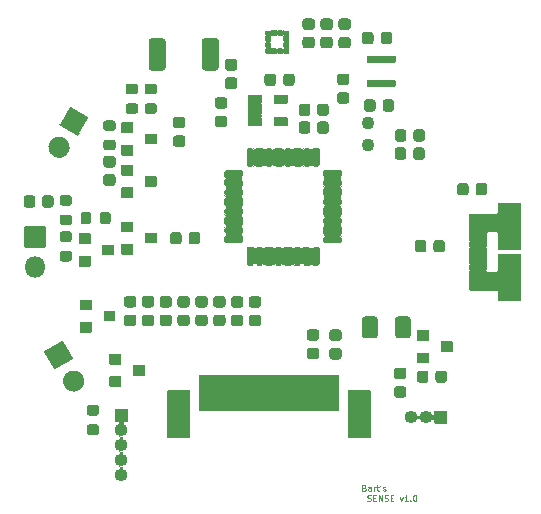
<source format=gbr>
G04 #@! TF.GenerationSoftware,KiCad,Pcbnew,5.1.8-1.fc33*
G04 #@! TF.CreationDate,2021-08-02T18:18:17+02:00*
G04 #@! TF.ProjectId,sense,73656e73-652e-46b6-9963-61645f706362,rev?*
G04 #@! TF.SameCoordinates,Original*
G04 #@! TF.FileFunction,Soldermask,Top*
G04 #@! TF.FilePolarity,Negative*
%FSLAX46Y46*%
G04 Gerber Fmt 4.6, Leading zero omitted, Abs format (unit mm)*
G04 Created by KiCad (PCBNEW 5.1.8-1.fc33) date 2021-08-02 18:18:17*
%MOMM*%
%LPD*%
G01*
G04 APERTURE LIST*
%ADD10C,0.125000*%
%ADD11C,1.102000*%
%ADD12O,1.102000X1.102000*%
%ADD13O,1.802000X1.802000*%
%ADD14C,0.100000*%
G04 APERTURE END LIST*
D10*
X167580476Y-138716785D02*
X167651904Y-138740595D01*
X167675714Y-138764404D01*
X167699523Y-138812023D01*
X167699523Y-138883452D01*
X167675714Y-138931071D01*
X167651904Y-138954880D01*
X167604285Y-138978690D01*
X167413809Y-138978690D01*
X167413809Y-138478690D01*
X167580476Y-138478690D01*
X167628095Y-138502500D01*
X167651904Y-138526309D01*
X167675714Y-138573928D01*
X167675714Y-138621547D01*
X167651904Y-138669166D01*
X167628095Y-138692976D01*
X167580476Y-138716785D01*
X167413809Y-138716785D01*
X168128095Y-138978690D02*
X168128095Y-138716785D01*
X168104285Y-138669166D01*
X168056666Y-138645357D01*
X167961428Y-138645357D01*
X167913809Y-138669166D01*
X168128095Y-138954880D02*
X168080476Y-138978690D01*
X167961428Y-138978690D01*
X167913809Y-138954880D01*
X167890000Y-138907261D01*
X167890000Y-138859642D01*
X167913809Y-138812023D01*
X167961428Y-138788214D01*
X168080476Y-138788214D01*
X168128095Y-138764404D01*
X168366190Y-138978690D02*
X168366190Y-138645357D01*
X168366190Y-138740595D02*
X168390000Y-138692976D01*
X168413809Y-138669166D01*
X168461428Y-138645357D01*
X168509047Y-138645357D01*
X168604285Y-138645357D02*
X168794761Y-138645357D01*
X168675714Y-138478690D02*
X168675714Y-138907261D01*
X168699523Y-138954880D01*
X168747142Y-138978690D01*
X168794761Y-138978690D01*
X168985238Y-138478690D02*
X168937619Y-138573928D01*
X169175714Y-138954880D02*
X169223333Y-138978690D01*
X169318571Y-138978690D01*
X169366190Y-138954880D01*
X169390000Y-138907261D01*
X169390000Y-138883452D01*
X169366190Y-138835833D01*
X169318571Y-138812023D01*
X169247142Y-138812023D01*
X169199523Y-138788214D01*
X169175714Y-138740595D01*
X169175714Y-138716785D01*
X169199523Y-138669166D01*
X169247142Y-138645357D01*
X169318571Y-138645357D01*
X169366190Y-138669166D01*
X167842380Y-139829880D02*
X167913809Y-139853690D01*
X168032857Y-139853690D01*
X168080476Y-139829880D01*
X168104285Y-139806071D01*
X168128095Y-139758452D01*
X168128095Y-139710833D01*
X168104285Y-139663214D01*
X168080476Y-139639404D01*
X168032857Y-139615595D01*
X167937619Y-139591785D01*
X167890000Y-139567976D01*
X167866190Y-139544166D01*
X167842380Y-139496547D01*
X167842380Y-139448928D01*
X167866190Y-139401309D01*
X167890000Y-139377500D01*
X167937619Y-139353690D01*
X168056666Y-139353690D01*
X168128095Y-139377500D01*
X168342380Y-139591785D02*
X168509047Y-139591785D01*
X168580476Y-139853690D02*
X168342380Y-139853690D01*
X168342380Y-139353690D01*
X168580476Y-139353690D01*
X168794761Y-139853690D02*
X168794761Y-139353690D01*
X169080476Y-139853690D01*
X169080476Y-139353690D01*
X169294761Y-139829880D02*
X169366190Y-139853690D01*
X169485238Y-139853690D01*
X169532857Y-139829880D01*
X169556666Y-139806071D01*
X169580476Y-139758452D01*
X169580476Y-139710833D01*
X169556666Y-139663214D01*
X169532857Y-139639404D01*
X169485238Y-139615595D01*
X169390000Y-139591785D01*
X169342380Y-139567976D01*
X169318571Y-139544166D01*
X169294761Y-139496547D01*
X169294761Y-139448928D01*
X169318571Y-139401309D01*
X169342380Y-139377500D01*
X169390000Y-139353690D01*
X169509047Y-139353690D01*
X169580476Y-139377500D01*
X169794761Y-139591785D02*
X169961428Y-139591785D01*
X170032857Y-139853690D02*
X169794761Y-139853690D01*
X169794761Y-139353690D01*
X170032857Y-139353690D01*
X170580476Y-139520357D02*
X170699523Y-139853690D01*
X170818571Y-139520357D01*
X171270952Y-139853690D02*
X170985238Y-139853690D01*
X171128095Y-139853690D02*
X171128095Y-139353690D01*
X171080476Y-139425119D01*
X171032857Y-139472738D01*
X170985238Y-139496547D01*
X171485238Y-139806071D02*
X171509047Y-139829880D01*
X171485238Y-139853690D01*
X171461428Y-139829880D01*
X171485238Y-139806071D01*
X171485238Y-139853690D01*
X171818571Y-139353690D02*
X171866190Y-139353690D01*
X171913809Y-139377500D01*
X171937619Y-139401309D01*
X171961428Y-139448928D01*
X171985238Y-139544166D01*
X171985238Y-139663214D01*
X171961428Y-139758452D01*
X171937619Y-139806071D01*
X171913809Y-139829880D01*
X171866190Y-139853690D01*
X171818571Y-139853690D01*
X171770952Y-139829880D01*
X171747142Y-139806071D01*
X171723333Y-139758452D01*
X171699523Y-139663214D01*
X171699523Y-139544166D01*
X171723333Y-139448928D01*
X171747142Y-139401309D01*
X171770952Y-139377500D01*
X171818571Y-139353690D01*
X167580476Y-138716785D02*
X167651904Y-138740595D01*
X167675714Y-138764404D01*
X167699523Y-138812023D01*
X167699523Y-138883452D01*
X167675714Y-138931071D01*
X167651904Y-138954880D01*
X167604285Y-138978690D01*
X167413809Y-138978690D01*
X167413809Y-138478690D01*
X167580476Y-138478690D01*
X167628095Y-138502500D01*
X167651904Y-138526309D01*
X167675714Y-138573928D01*
X167675714Y-138621547D01*
X167651904Y-138669166D01*
X167628095Y-138692976D01*
X167580476Y-138716785D01*
X167413809Y-138716785D01*
X168128095Y-138978690D02*
X168128095Y-138716785D01*
X168104285Y-138669166D01*
X168056666Y-138645357D01*
X167961428Y-138645357D01*
X167913809Y-138669166D01*
X168128095Y-138954880D02*
X168080476Y-138978690D01*
X167961428Y-138978690D01*
X167913809Y-138954880D01*
X167890000Y-138907261D01*
X167890000Y-138859642D01*
X167913809Y-138812023D01*
X167961428Y-138788214D01*
X168080476Y-138788214D01*
X168128095Y-138764404D01*
X168366190Y-138978690D02*
X168366190Y-138645357D01*
X168366190Y-138740595D02*
X168390000Y-138692976D01*
X168413809Y-138669166D01*
X168461428Y-138645357D01*
X168509047Y-138645357D01*
X168604285Y-138645357D02*
X168794761Y-138645357D01*
X168675714Y-138478690D02*
X168675714Y-138907261D01*
X168699523Y-138954880D01*
X168747142Y-138978690D01*
X168794761Y-138978690D01*
X168985238Y-138478690D02*
X168937619Y-138573928D01*
X169175714Y-138954880D02*
X169223333Y-138978690D01*
X169318571Y-138978690D01*
X169366190Y-138954880D01*
X169390000Y-138907261D01*
X169390000Y-138883452D01*
X169366190Y-138835833D01*
X169318571Y-138812023D01*
X169247142Y-138812023D01*
X169199523Y-138788214D01*
X169175714Y-138740595D01*
X169175714Y-138716785D01*
X169199523Y-138669166D01*
X169247142Y-138645357D01*
X169318571Y-138645357D01*
X169366190Y-138669166D01*
X167842380Y-139829880D02*
X167913809Y-139853690D01*
X168032857Y-139853690D01*
X168080476Y-139829880D01*
X168104285Y-139806071D01*
X168128095Y-139758452D01*
X168128095Y-139710833D01*
X168104285Y-139663214D01*
X168080476Y-139639404D01*
X168032857Y-139615595D01*
X167937619Y-139591785D01*
X167890000Y-139567976D01*
X167866190Y-139544166D01*
X167842380Y-139496547D01*
X167842380Y-139448928D01*
X167866190Y-139401309D01*
X167890000Y-139377500D01*
X167937619Y-139353690D01*
X168056666Y-139353690D01*
X168128095Y-139377500D01*
X168342380Y-139591785D02*
X168509047Y-139591785D01*
X168580476Y-139853690D02*
X168342380Y-139853690D01*
X168342380Y-139353690D01*
X168580476Y-139353690D01*
X168794761Y-139853690D02*
X168794761Y-139353690D01*
X169080476Y-139853690D01*
X169080476Y-139353690D01*
X169294761Y-139829880D02*
X169366190Y-139853690D01*
X169485238Y-139853690D01*
X169532857Y-139829880D01*
X169556666Y-139806071D01*
X169580476Y-139758452D01*
X169580476Y-139710833D01*
X169556666Y-139663214D01*
X169532857Y-139639404D01*
X169485238Y-139615595D01*
X169390000Y-139591785D01*
X169342380Y-139567976D01*
X169318571Y-139544166D01*
X169294761Y-139496547D01*
X169294761Y-139448928D01*
X169318571Y-139401309D01*
X169342380Y-139377500D01*
X169390000Y-139353690D01*
X169509047Y-139353690D01*
X169580476Y-139377500D01*
X169794761Y-139591785D02*
X169961428Y-139591785D01*
X170032857Y-139853690D02*
X169794761Y-139853690D01*
X169794761Y-139353690D01*
X170032857Y-139353690D01*
X170580476Y-139520357D02*
X170699523Y-139853690D01*
X170818571Y-139520357D01*
X171270952Y-139853690D02*
X170985238Y-139853690D01*
X171128095Y-139853690D02*
X171128095Y-139353690D01*
X171080476Y-139425119D01*
X171032857Y-139472738D01*
X170985238Y-139496547D01*
X171485238Y-139806071D02*
X171509047Y-139829880D01*
X171485238Y-139853690D01*
X171461428Y-139829880D01*
X171485238Y-139806071D01*
X171485238Y-139853690D01*
X171818571Y-139353690D02*
X171866190Y-139353690D01*
X171913809Y-139377500D01*
X171937619Y-139401309D01*
X171961428Y-139448928D01*
X171985238Y-139544166D01*
X171985238Y-139663214D01*
X171961428Y-139758452D01*
X171937619Y-139806071D01*
X171913809Y-139829880D01*
X171866190Y-139853690D01*
X171818571Y-139853690D01*
X171770952Y-139829880D01*
X171747142Y-139806071D01*
X171723333Y-139758452D01*
X171699523Y-139663214D01*
X171699523Y-139544166D01*
X171723333Y-139448928D01*
X171747142Y-139401309D01*
X171770952Y-139377500D01*
X171818571Y-139353690D01*
G36*
G01*
X145199000Y-116200500D02*
X145199000Y-115599500D01*
G75*
G02*
X145424500Y-115374000I225500J0D01*
G01*
X145875500Y-115374000D01*
G75*
G02*
X146101000Y-115599500I0J-225500D01*
G01*
X146101000Y-116200500D01*
G75*
G02*
X145875500Y-116426000I-225500J0D01*
G01*
X145424500Y-116426000D01*
G75*
G02*
X145199000Y-116200500I0J225500D01*
G01*
G37*
G36*
G01*
X143549000Y-116200500D02*
X143549000Y-115599500D01*
G75*
G02*
X143774500Y-115374000I225500J0D01*
G01*
X144225500Y-115374000D01*
G75*
G02*
X144451000Y-115599500I0J-225500D01*
G01*
X144451000Y-116200500D01*
G75*
G02*
X144225500Y-116426000I-225500J0D01*
G01*
X143774500Y-116426000D01*
G75*
G02*
X143549000Y-116200500I0J225500D01*
G01*
G37*
D11*
X167894000Y-109728000D03*
X167894000Y-107828000D03*
G36*
G01*
X167870000Y-104204000D02*
X168220000Y-104204000D01*
G75*
G02*
X168271000Y-104255000I0J-51000D01*
G01*
X168271000Y-104755000D01*
G75*
G02*
X168220000Y-104806000I-51000J0D01*
G01*
X167870000Y-104806000D01*
G75*
G02*
X167819000Y-104755000I0J51000D01*
G01*
X167819000Y-104255000D01*
G75*
G02*
X167870000Y-104204000I51000J0D01*
G01*
G37*
G36*
G01*
X168520000Y-104204000D02*
X168870000Y-104204000D01*
G75*
G02*
X168921000Y-104255000I0J-51000D01*
G01*
X168921000Y-104755000D01*
G75*
G02*
X168870000Y-104806000I-51000J0D01*
G01*
X168520000Y-104806000D01*
G75*
G02*
X168469000Y-104755000I0J51000D01*
G01*
X168469000Y-104255000D01*
G75*
G02*
X168520000Y-104204000I51000J0D01*
G01*
G37*
G36*
G01*
X169170000Y-104204000D02*
X169520000Y-104204000D01*
G75*
G02*
X169571000Y-104255000I0J-51000D01*
G01*
X169571000Y-104755000D01*
G75*
G02*
X169520000Y-104806000I-51000J0D01*
G01*
X169170000Y-104806000D01*
G75*
G02*
X169119000Y-104755000I0J51000D01*
G01*
X169119000Y-104255000D01*
G75*
G02*
X169170000Y-104204000I51000J0D01*
G01*
G37*
G36*
G01*
X169820000Y-104204000D02*
X170170000Y-104204000D01*
G75*
G02*
X170221000Y-104255000I0J-51000D01*
G01*
X170221000Y-104755000D01*
G75*
G02*
X170170000Y-104806000I-51000J0D01*
G01*
X169820000Y-104806000D01*
G75*
G02*
X169769000Y-104755000I0J51000D01*
G01*
X169769000Y-104255000D01*
G75*
G02*
X169820000Y-104204000I51000J0D01*
G01*
G37*
G36*
G01*
X169820000Y-102154000D02*
X170170000Y-102154000D01*
G75*
G02*
X170221000Y-102205000I0J-51000D01*
G01*
X170221000Y-102705000D01*
G75*
G02*
X170170000Y-102756000I-51000J0D01*
G01*
X169820000Y-102756000D01*
G75*
G02*
X169769000Y-102705000I0J51000D01*
G01*
X169769000Y-102205000D01*
G75*
G02*
X169820000Y-102154000I51000J0D01*
G01*
G37*
G36*
G01*
X169170000Y-102154000D02*
X169520000Y-102154000D01*
G75*
G02*
X169571000Y-102205000I0J-51000D01*
G01*
X169571000Y-102705000D01*
G75*
G02*
X169520000Y-102756000I-51000J0D01*
G01*
X169170000Y-102756000D01*
G75*
G02*
X169119000Y-102705000I0J51000D01*
G01*
X169119000Y-102205000D01*
G75*
G02*
X169170000Y-102154000I51000J0D01*
G01*
G37*
G36*
G01*
X168520000Y-102154000D02*
X168870000Y-102154000D01*
G75*
G02*
X168921000Y-102205000I0J-51000D01*
G01*
X168921000Y-102705000D01*
G75*
G02*
X168870000Y-102756000I-51000J0D01*
G01*
X168520000Y-102756000D01*
G75*
G02*
X168469000Y-102705000I0J51000D01*
G01*
X168469000Y-102205000D01*
G75*
G02*
X168520000Y-102154000I51000J0D01*
G01*
G37*
G36*
G01*
X167870000Y-102154000D02*
X168220000Y-102154000D01*
G75*
G02*
X168271000Y-102205000I0J-51000D01*
G01*
X168271000Y-102705000D01*
G75*
G02*
X168220000Y-102756000I-51000J0D01*
G01*
X167870000Y-102756000D01*
G75*
G02*
X167819000Y-102705000I0J51000D01*
G01*
X167819000Y-102205000D01*
G75*
G02*
X167870000Y-102154000I51000J0D01*
G01*
G37*
G36*
G01*
X166209000Y-134510000D02*
X166209000Y-130510000D01*
G75*
G02*
X166260000Y-130459000I51000J0D01*
G01*
X168060000Y-130459000D01*
G75*
G02*
X168111000Y-130510000I0J-51000D01*
G01*
X168111000Y-134510000D01*
G75*
G02*
X168060000Y-134561000I-51000J0D01*
G01*
X166260000Y-134561000D01*
G75*
G02*
X166209000Y-134510000I0J51000D01*
G01*
G37*
G36*
G01*
X150909000Y-134510000D02*
X150909000Y-130510000D01*
G75*
G02*
X150960000Y-130459000I51000J0D01*
G01*
X152760000Y-130459000D01*
G75*
G02*
X152811000Y-130510000I0J-51000D01*
G01*
X152811000Y-134510000D01*
G75*
G02*
X152760000Y-134561000I-51000J0D01*
G01*
X150960000Y-134561000D01*
G75*
G02*
X150909000Y-134510000I0J51000D01*
G01*
G37*
G36*
G01*
X153559000Y-132210000D02*
X153559000Y-129210000D01*
G75*
G02*
X153610000Y-129159000I51000J0D01*
G01*
X153910000Y-129159000D01*
G75*
G02*
X153961000Y-129210000I0J-51000D01*
G01*
X153961000Y-132210000D01*
G75*
G02*
X153910000Y-132261000I-51000J0D01*
G01*
X153610000Y-132261000D01*
G75*
G02*
X153559000Y-132210000I0J51000D01*
G01*
G37*
G36*
G01*
X154059000Y-132210000D02*
X154059000Y-129210000D01*
G75*
G02*
X154110000Y-129159000I51000J0D01*
G01*
X154410000Y-129159000D01*
G75*
G02*
X154461000Y-129210000I0J-51000D01*
G01*
X154461000Y-132210000D01*
G75*
G02*
X154410000Y-132261000I-51000J0D01*
G01*
X154110000Y-132261000D01*
G75*
G02*
X154059000Y-132210000I0J51000D01*
G01*
G37*
G36*
G01*
X154559000Y-132210000D02*
X154559000Y-129210000D01*
G75*
G02*
X154610000Y-129159000I51000J0D01*
G01*
X154910000Y-129159000D01*
G75*
G02*
X154961000Y-129210000I0J-51000D01*
G01*
X154961000Y-132210000D01*
G75*
G02*
X154910000Y-132261000I-51000J0D01*
G01*
X154610000Y-132261000D01*
G75*
G02*
X154559000Y-132210000I0J51000D01*
G01*
G37*
G36*
G01*
X155059000Y-132210000D02*
X155059000Y-129210000D01*
G75*
G02*
X155110000Y-129159000I51000J0D01*
G01*
X155410000Y-129159000D01*
G75*
G02*
X155461000Y-129210000I0J-51000D01*
G01*
X155461000Y-132210000D01*
G75*
G02*
X155410000Y-132261000I-51000J0D01*
G01*
X155110000Y-132261000D01*
G75*
G02*
X155059000Y-132210000I0J51000D01*
G01*
G37*
G36*
G01*
X155559000Y-132210000D02*
X155559000Y-129210000D01*
G75*
G02*
X155610000Y-129159000I51000J0D01*
G01*
X155910000Y-129159000D01*
G75*
G02*
X155961000Y-129210000I0J-51000D01*
G01*
X155961000Y-132210000D01*
G75*
G02*
X155910000Y-132261000I-51000J0D01*
G01*
X155610000Y-132261000D01*
G75*
G02*
X155559000Y-132210000I0J51000D01*
G01*
G37*
G36*
G01*
X156059000Y-132210000D02*
X156059000Y-129210000D01*
G75*
G02*
X156110000Y-129159000I51000J0D01*
G01*
X156410000Y-129159000D01*
G75*
G02*
X156461000Y-129210000I0J-51000D01*
G01*
X156461000Y-132210000D01*
G75*
G02*
X156410000Y-132261000I-51000J0D01*
G01*
X156110000Y-132261000D01*
G75*
G02*
X156059000Y-132210000I0J51000D01*
G01*
G37*
G36*
G01*
X156559000Y-132210000D02*
X156559000Y-129210000D01*
G75*
G02*
X156610000Y-129159000I51000J0D01*
G01*
X156910000Y-129159000D01*
G75*
G02*
X156961000Y-129210000I0J-51000D01*
G01*
X156961000Y-132210000D01*
G75*
G02*
X156910000Y-132261000I-51000J0D01*
G01*
X156610000Y-132261000D01*
G75*
G02*
X156559000Y-132210000I0J51000D01*
G01*
G37*
G36*
G01*
X157059000Y-132210000D02*
X157059000Y-129210000D01*
G75*
G02*
X157110000Y-129159000I51000J0D01*
G01*
X157410000Y-129159000D01*
G75*
G02*
X157461000Y-129210000I0J-51000D01*
G01*
X157461000Y-132210000D01*
G75*
G02*
X157410000Y-132261000I-51000J0D01*
G01*
X157110000Y-132261000D01*
G75*
G02*
X157059000Y-132210000I0J51000D01*
G01*
G37*
G36*
G01*
X157559000Y-132210000D02*
X157559000Y-129210000D01*
G75*
G02*
X157610000Y-129159000I51000J0D01*
G01*
X157910000Y-129159000D01*
G75*
G02*
X157961000Y-129210000I0J-51000D01*
G01*
X157961000Y-132210000D01*
G75*
G02*
X157910000Y-132261000I-51000J0D01*
G01*
X157610000Y-132261000D01*
G75*
G02*
X157559000Y-132210000I0J51000D01*
G01*
G37*
G36*
G01*
X158059000Y-132210000D02*
X158059000Y-129210000D01*
G75*
G02*
X158110000Y-129159000I51000J0D01*
G01*
X158410000Y-129159000D01*
G75*
G02*
X158461000Y-129210000I0J-51000D01*
G01*
X158461000Y-132210000D01*
G75*
G02*
X158410000Y-132261000I-51000J0D01*
G01*
X158110000Y-132261000D01*
G75*
G02*
X158059000Y-132210000I0J51000D01*
G01*
G37*
G36*
G01*
X158559000Y-132210000D02*
X158559000Y-129210000D01*
G75*
G02*
X158610000Y-129159000I51000J0D01*
G01*
X158910000Y-129159000D01*
G75*
G02*
X158961000Y-129210000I0J-51000D01*
G01*
X158961000Y-132210000D01*
G75*
G02*
X158910000Y-132261000I-51000J0D01*
G01*
X158610000Y-132261000D01*
G75*
G02*
X158559000Y-132210000I0J51000D01*
G01*
G37*
G36*
G01*
X159059000Y-132210000D02*
X159059000Y-129210000D01*
G75*
G02*
X159110000Y-129159000I51000J0D01*
G01*
X159410000Y-129159000D01*
G75*
G02*
X159461000Y-129210000I0J-51000D01*
G01*
X159461000Y-132210000D01*
G75*
G02*
X159410000Y-132261000I-51000J0D01*
G01*
X159110000Y-132261000D01*
G75*
G02*
X159059000Y-132210000I0J51000D01*
G01*
G37*
G36*
G01*
X159559000Y-132210000D02*
X159559000Y-129210000D01*
G75*
G02*
X159610000Y-129159000I51000J0D01*
G01*
X159910000Y-129159000D01*
G75*
G02*
X159961000Y-129210000I0J-51000D01*
G01*
X159961000Y-132210000D01*
G75*
G02*
X159910000Y-132261000I-51000J0D01*
G01*
X159610000Y-132261000D01*
G75*
G02*
X159559000Y-132210000I0J51000D01*
G01*
G37*
G36*
G01*
X160059000Y-132210000D02*
X160059000Y-129210000D01*
G75*
G02*
X160110000Y-129159000I51000J0D01*
G01*
X160410000Y-129159000D01*
G75*
G02*
X160461000Y-129210000I0J-51000D01*
G01*
X160461000Y-132210000D01*
G75*
G02*
X160410000Y-132261000I-51000J0D01*
G01*
X160110000Y-132261000D01*
G75*
G02*
X160059000Y-132210000I0J51000D01*
G01*
G37*
G36*
G01*
X160559000Y-132210000D02*
X160559000Y-129210000D01*
G75*
G02*
X160610000Y-129159000I51000J0D01*
G01*
X160910000Y-129159000D01*
G75*
G02*
X160961000Y-129210000I0J-51000D01*
G01*
X160961000Y-132210000D01*
G75*
G02*
X160910000Y-132261000I-51000J0D01*
G01*
X160610000Y-132261000D01*
G75*
G02*
X160559000Y-132210000I0J51000D01*
G01*
G37*
G36*
G01*
X161059000Y-132210000D02*
X161059000Y-129210000D01*
G75*
G02*
X161110000Y-129159000I51000J0D01*
G01*
X161410000Y-129159000D01*
G75*
G02*
X161461000Y-129210000I0J-51000D01*
G01*
X161461000Y-132210000D01*
G75*
G02*
X161410000Y-132261000I-51000J0D01*
G01*
X161110000Y-132261000D01*
G75*
G02*
X161059000Y-132210000I0J51000D01*
G01*
G37*
G36*
G01*
X161559000Y-132210000D02*
X161559000Y-129210000D01*
G75*
G02*
X161610000Y-129159000I51000J0D01*
G01*
X161910000Y-129159000D01*
G75*
G02*
X161961000Y-129210000I0J-51000D01*
G01*
X161961000Y-132210000D01*
G75*
G02*
X161910000Y-132261000I-51000J0D01*
G01*
X161610000Y-132261000D01*
G75*
G02*
X161559000Y-132210000I0J51000D01*
G01*
G37*
G36*
G01*
X162059000Y-132210000D02*
X162059000Y-129210000D01*
G75*
G02*
X162110000Y-129159000I51000J0D01*
G01*
X162410000Y-129159000D01*
G75*
G02*
X162461000Y-129210000I0J-51000D01*
G01*
X162461000Y-132210000D01*
G75*
G02*
X162410000Y-132261000I-51000J0D01*
G01*
X162110000Y-132261000D01*
G75*
G02*
X162059000Y-132210000I0J51000D01*
G01*
G37*
G36*
G01*
X162559000Y-132210000D02*
X162559000Y-129210000D01*
G75*
G02*
X162610000Y-129159000I51000J0D01*
G01*
X162910000Y-129159000D01*
G75*
G02*
X162961000Y-129210000I0J-51000D01*
G01*
X162961000Y-132210000D01*
G75*
G02*
X162910000Y-132261000I-51000J0D01*
G01*
X162610000Y-132261000D01*
G75*
G02*
X162559000Y-132210000I0J51000D01*
G01*
G37*
G36*
G01*
X163059000Y-132210000D02*
X163059000Y-129210000D01*
G75*
G02*
X163110000Y-129159000I51000J0D01*
G01*
X163410000Y-129159000D01*
G75*
G02*
X163461000Y-129210000I0J-51000D01*
G01*
X163461000Y-132210000D01*
G75*
G02*
X163410000Y-132261000I-51000J0D01*
G01*
X163110000Y-132261000D01*
G75*
G02*
X163059000Y-132210000I0J51000D01*
G01*
G37*
G36*
G01*
X163559000Y-132210000D02*
X163559000Y-129210000D01*
G75*
G02*
X163610000Y-129159000I51000J0D01*
G01*
X163910000Y-129159000D01*
G75*
G02*
X163961000Y-129210000I0J-51000D01*
G01*
X163961000Y-132210000D01*
G75*
G02*
X163910000Y-132261000I-51000J0D01*
G01*
X163610000Y-132261000D01*
G75*
G02*
X163559000Y-132210000I0J51000D01*
G01*
G37*
G36*
G01*
X164059000Y-132210000D02*
X164059000Y-129210000D01*
G75*
G02*
X164110000Y-129159000I51000J0D01*
G01*
X164410000Y-129159000D01*
G75*
G02*
X164461000Y-129210000I0J-51000D01*
G01*
X164461000Y-132210000D01*
G75*
G02*
X164410000Y-132261000I-51000J0D01*
G01*
X164110000Y-132261000D01*
G75*
G02*
X164059000Y-132210000I0J51000D01*
G01*
G37*
G36*
G01*
X164559000Y-132210000D02*
X164559000Y-129210000D01*
G75*
G02*
X164610000Y-129159000I51000J0D01*
G01*
X164910000Y-129159000D01*
G75*
G02*
X164961000Y-129210000I0J-51000D01*
G01*
X164961000Y-132210000D01*
G75*
G02*
X164910000Y-132261000I-51000J0D01*
G01*
X164610000Y-132261000D01*
G75*
G02*
X164559000Y-132210000I0J51000D01*
G01*
G37*
G36*
G01*
X165059000Y-132210000D02*
X165059000Y-129210000D01*
G75*
G02*
X165110000Y-129159000I51000J0D01*
G01*
X165410000Y-129159000D01*
G75*
G02*
X165461000Y-129210000I0J-51000D01*
G01*
X165461000Y-132210000D01*
G75*
G02*
X165410000Y-132261000I-51000J0D01*
G01*
X165110000Y-132261000D01*
G75*
G02*
X165059000Y-132210000I0J51000D01*
G01*
G37*
G36*
G01*
X155266000Y-100932887D02*
X155266000Y-103147113D01*
G75*
G02*
X154997113Y-103416000I-268887J0D01*
G01*
X154082887Y-103416000D01*
G75*
G02*
X153814000Y-103147113I0J268887D01*
G01*
X153814000Y-100932887D01*
G75*
G02*
X154082887Y-100664000I268887J0D01*
G01*
X154997113Y-100664000D01*
G75*
G02*
X155266000Y-100932887I0J-268887D01*
G01*
G37*
G36*
G01*
X150766000Y-100932887D02*
X150766000Y-103147113D01*
G75*
G02*
X150497113Y-103416000I-268887J0D01*
G01*
X149582887Y-103416000D01*
G75*
G02*
X149314000Y-103147113I0J268887D01*
G01*
X149314000Y-100932887D01*
G75*
G02*
X149582887Y-100664000I268887J0D01*
G01*
X150497113Y-100664000D01*
G75*
G02*
X150766000Y-100932887I0J-268887D01*
G01*
G37*
G36*
G01*
X168357000Y-100378250D02*
X168357000Y-100941750D01*
G75*
G02*
X168112750Y-101186000I-244250J0D01*
G01*
X167624250Y-101186000D01*
G75*
G02*
X167380000Y-100941750I0J244250D01*
G01*
X167380000Y-100378250D01*
G75*
G02*
X167624250Y-100134000I244250J0D01*
G01*
X168112750Y-100134000D01*
G75*
G02*
X168357000Y-100378250I0J-244250D01*
G01*
G37*
G36*
G01*
X169932000Y-100378250D02*
X169932000Y-100941750D01*
G75*
G02*
X169687750Y-101186000I-244250J0D01*
G01*
X169199250Y-101186000D01*
G75*
G02*
X168955000Y-100941750I0J244250D01*
G01*
X168955000Y-100378250D01*
G75*
G02*
X169199250Y-100134000I244250J0D01*
G01*
X169687750Y-100134000D01*
G75*
G02*
X169932000Y-100378250I0J-244250D01*
G01*
G37*
G36*
G01*
X166191750Y-101536000D02*
X165628250Y-101536000D01*
G75*
G02*
X165384000Y-101291750I0J244250D01*
G01*
X165384000Y-100803250D01*
G75*
G02*
X165628250Y-100559000I244250J0D01*
G01*
X166191750Y-100559000D01*
G75*
G02*
X166436000Y-100803250I0J-244250D01*
G01*
X166436000Y-101291750D01*
G75*
G02*
X166191750Y-101536000I-244250J0D01*
G01*
G37*
G36*
G01*
X166191750Y-99961000D02*
X165628250Y-99961000D01*
G75*
G02*
X165384000Y-99716750I0J244250D01*
G01*
X165384000Y-99228250D01*
G75*
G02*
X165628250Y-98984000I244250J0D01*
G01*
X166191750Y-98984000D01*
G75*
G02*
X166436000Y-99228250I0J-244250D01*
G01*
X166436000Y-99716750D01*
G75*
G02*
X166191750Y-99961000I-244250J0D01*
G01*
G37*
G36*
G01*
X170144000Y-110721750D02*
X170144000Y-110158250D01*
G75*
G02*
X170388250Y-109914000I244250J0D01*
G01*
X170876750Y-109914000D01*
G75*
G02*
X171121000Y-110158250I0J-244250D01*
G01*
X171121000Y-110721750D01*
G75*
G02*
X170876750Y-110966000I-244250J0D01*
G01*
X170388250Y-110966000D01*
G75*
G02*
X170144000Y-110721750I0J244250D01*
G01*
G37*
G36*
G01*
X171719000Y-110721750D02*
X171719000Y-110158250D01*
G75*
G02*
X171963250Y-109914000I244250J0D01*
G01*
X172451750Y-109914000D01*
G75*
G02*
X172696000Y-110158250I0J-244250D01*
G01*
X172696000Y-110721750D01*
G75*
G02*
X172451750Y-110966000I-244250J0D01*
G01*
X171963250Y-110966000D01*
G75*
G02*
X171719000Y-110721750I0J244250D01*
G01*
G37*
G36*
G01*
X171739000Y-109181750D02*
X171739000Y-108618250D01*
G75*
G02*
X171983250Y-108374000I244250J0D01*
G01*
X172471750Y-108374000D01*
G75*
G02*
X172716000Y-108618250I0J-244250D01*
G01*
X172716000Y-109181750D01*
G75*
G02*
X172471750Y-109426000I-244250J0D01*
G01*
X171983250Y-109426000D01*
G75*
G02*
X171739000Y-109181750I0J244250D01*
G01*
G37*
G36*
G01*
X170164000Y-109181750D02*
X170164000Y-108618250D01*
G75*
G02*
X170408250Y-108374000I244250J0D01*
G01*
X170896750Y-108374000D01*
G75*
G02*
X171141000Y-108618250I0J-244250D01*
G01*
X171141000Y-109181750D01*
G75*
G02*
X170896750Y-109426000I-244250J0D01*
G01*
X170408250Y-109426000D01*
G75*
G02*
X170164000Y-109181750I0J244250D01*
G01*
G37*
G36*
G01*
X173429000Y-118561750D02*
X173429000Y-117998250D01*
G75*
G02*
X173673250Y-117754000I244250J0D01*
G01*
X174161750Y-117754000D01*
G75*
G02*
X174406000Y-117998250I0J-244250D01*
G01*
X174406000Y-118561750D01*
G75*
G02*
X174161750Y-118806000I-244250J0D01*
G01*
X173673250Y-118806000D01*
G75*
G02*
X173429000Y-118561750I0J244250D01*
G01*
G37*
G36*
G01*
X171854000Y-118561750D02*
X171854000Y-117998250D01*
G75*
G02*
X172098250Y-117754000I244250J0D01*
G01*
X172586750Y-117754000D01*
G75*
G02*
X172831000Y-117998250I0J-244250D01*
G01*
X172831000Y-118561750D01*
G75*
G02*
X172586750Y-118806000I-244250J0D01*
G01*
X172098250Y-118806000D01*
G75*
G02*
X171854000Y-118561750I0J244250D01*
G01*
G37*
G36*
G01*
X165421750Y-127876000D02*
X164858250Y-127876000D01*
G75*
G02*
X164614000Y-127631750I0J244250D01*
G01*
X164614000Y-127143250D01*
G75*
G02*
X164858250Y-126899000I244250J0D01*
G01*
X165421750Y-126899000D01*
G75*
G02*
X165666000Y-127143250I0J-244250D01*
G01*
X165666000Y-127631750D01*
G75*
G02*
X165421750Y-127876000I-244250J0D01*
G01*
G37*
G36*
G01*
X165421750Y-126301000D02*
X164858250Y-126301000D01*
G75*
G02*
X164614000Y-126056750I0J244250D01*
G01*
X164614000Y-125568250D01*
G75*
G02*
X164858250Y-125324000I244250J0D01*
G01*
X165421750Y-125324000D01*
G75*
G02*
X165666000Y-125568250I0J-244250D01*
G01*
X165666000Y-126056750D01*
G75*
G02*
X165421750Y-126301000I-244250J0D01*
G01*
G37*
G36*
G01*
X163511750Y-127856000D02*
X162948250Y-127856000D01*
G75*
G02*
X162704000Y-127611750I0J244250D01*
G01*
X162704000Y-127123250D01*
G75*
G02*
X162948250Y-126879000I244250J0D01*
G01*
X163511750Y-126879000D01*
G75*
G02*
X163756000Y-127123250I0J-244250D01*
G01*
X163756000Y-127611750D01*
G75*
G02*
X163511750Y-127856000I-244250J0D01*
G01*
G37*
G36*
G01*
X163511750Y-126281000D02*
X162948250Y-126281000D01*
G75*
G02*
X162704000Y-126036750I0J244250D01*
G01*
X162704000Y-125548250D01*
G75*
G02*
X162948250Y-125304000I244250J0D01*
G01*
X163511750Y-125304000D01*
G75*
G02*
X163756000Y-125548250I0J-244250D01*
G01*
X163756000Y-126036750D01*
G75*
G02*
X163511750Y-126281000I-244250J0D01*
G01*
G37*
G36*
G01*
X158601750Y-123481000D02*
X158038250Y-123481000D01*
G75*
G02*
X157794000Y-123236750I0J244250D01*
G01*
X157794000Y-122748250D01*
G75*
G02*
X158038250Y-122504000I244250J0D01*
G01*
X158601750Y-122504000D01*
G75*
G02*
X158846000Y-122748250I0J-244250D01*
G01*
X158846000Y-123236750D01*
G75*
G02*
X158601750Y-123481000I-244250J0D01*
G01*
G37*
G36*
G01*
X158601750Y-125056000D02*
X158038250Y-125056000D01*
G75*
G02*
X157794000Y-124811750I0J244250D01*
G01*
X157794000Y-124323250D01*
G75*
G02*
X158038250Y-124079000I244250J0D01*
G01*
X158601750Y-124079000D01*
G75*
G02*
X158846000Y-124323250I0J-244250D01*
G01*
X158846000Y-124811750D01*
G75*
G02*
X158601750Y-125056000I-244250J0D01*
G01*
G37*
G36*
G01*
X157091750Y-123481000D02*
X156528250Y-123481000D01*
G75*
G02*
X156284000Y-123236750I0J244250D01*
G01*
X156284000Y-122748250D01*
G75*
G02*
X156528250Y-122504000I244250J0D01*
G01*
X157091750Y-122504000D01*
G75*
G02*
X157336000Y-122748250I0J-244250D01*
G01*
X157336000Y-123236750D01*
G75*
G02*
X157091750Y-123481000I-244250J0D01*
G01*
G37*
G36*
G01*
X157091750Y-125056000D02*
X156528250Y-125056000D01*
G75*
G02*
X156284000Y-124811750I0J244250D01*
G01*
X156284000Y-124323250D01*
G75*
G02*
X156528250Y-124079000I244250J0D01*
G01*
X157091750Y-124079000D01*
G75*
G02*
X157336000Y-124323250I0J-244250D01*
G01*
X157336000Y-124811750D01*
G75*
G02*
X157091750Y-125056000I-244250J0D01*
G01*
G37*
G36*
G01*
X155581750Y-125056000D02*
X155018250Y-125056000D01*
G75*
G02*
X154774000Y-124811750I0J244250D01*
G01*
X154774000Y-124323250D01*
G75*
G02*
X155018250Y-124079000I244250J0D01*
G01*
X155581750Y-124079000D01*
G75*
G02*
X155826000Y-124323250I0J-244250D01*
G01*
X155826000Y-124811750D01*
G75*
G02*
X155581750Y-125056000I-244250J0D01*
G01*
G37*
G36*
G01*
X155581750Y-123481000D02*
X155018250Y-123481000D01*
G75*
G02*
X154774000Y-123236750I0J244250D01*
G01*
X154774000Y-122748250D01*
G75*
G02*
X155018250Y-122504000I244250J0D01*
G01*
X155581750Y-122504000D01*
G75*
G02*
X155826000Y-122748250I0J-244250D01*
G01*
X155826000Y-123236750D01*
G75*
G02*
X155581750Y-123481000I-244250J0D01*
G01*
G37*
G36*
G01*
X154071750Y-125046000D02*
X153508250Y-125046000D01*
G75*
G02*
X153264000Y-124801750I0J244250D01*
G01*
X153264000Y-124313250D01*
G75*
G02*
X153508250Y-124069000I244250J0D01*
G01*
X154071750Y-124069000D01*
G75*
G02*
X154316000Y-124313250I0J-244250D01*
G01*
X154316000Y-124801750D01*
G75*
G02*
X154071750Y-125046000I-244250J0D01*
G01*
G37*
G36*
G01*
X154071750Y-123471000D02*
X153508250Y-123471000D01*
G75*
G02*
X153264000Y-123226750I0J244250D01*
G01*
X153264000Y-122738250D01*
G75*
G02*
X153508250Y-122494000I244250J0D01*
G01*
X154071750Y-122494000D01*
G75*
G02*
X154316000Y-122738250I0J-244250D01*
G01*
X154316000Y-123226750D01*
G75*
G02*
X154071750Y-123471000I-244250J0D01*
G01*
G37*
G36*
G01*
X152561750Y-123471000D02*
X151998250Y-123471000D01*
G75*
G02*
X151754000Y-123226750I0J244250D01*
G01*
X151754000Y-122738250D01*
G75*
G02*
X151998250Y-122494000I244250J0D01*
G01*
X152561750Y-122494000D01*
G75*
G02*
X152806000Y-122738250I0J-244250D01*
G01*
X152806000Y-123226750D01*
G75*
G02*
X152561750Y-123471000I-244250J0D01*
G01*
G37*
G36*
G01*
X152561750Y-125046000D02*
X151998250Y-125046000D01*
G75*
G02*
X151754000Y-124801750I0J244250D01*
G01*
X151754000Y-124313250D01*
G75*
G02*
X151998250Y-124069000I244250J0D01*
G01*
X152561750Y-124069000D01*
G75*
G02*
X152806000Y-124313250I0J-244250D01*
G01*
X152806000Y-124801750D01*
G75*
G02*
X152561750Y-125046000I-244250J0D01*
G01*
G37*
G36*
G01*
X151051750Y-125046000D02*
X150488250Y-125046000D01*
G75*
G02*
X150244000Y-124801750I0J244250D01*
G01*
X150244000Y-124313250D01*
G75*
G02*
X150488250Y-124069000I244250J0D01*
G01*
X151051750Y-124069000D01*
G75*
G02*
X151296000Y-124313250I0J-244250D01*
G01*
X151296000Y-124801750D01*
G75*
G02*
X151051750Y-125046000I-244250J0D01*
G01*
G37*
G36*
G01*
X151051750Y-123471000D02*
X150488250Y-123471000D01*
G75*
G02*
X150244000Y-123226750I0J244250D01*
G01*
X150244000Y-122738250D01*
G75*
G02*
X150488250Y-122494000I244250J0D01*
G01*
X151051750Y-122494000D01*
G75*
G02*
X151296000Y-122738250I0J-244250D01*
G01*
X151296000Y-123226750D01*
G75*
G02*
X151051750Y-123471000I-244250J0D01*
G01*
G37*
G36*
G01*
X149541750Y-123471000D02*
X148978250Y-123471000D01*
G75*
G02*
X148734000Y-123226750I0J244250D01*
G01*
X148734000Y-122738250D01*
G75*
G02*
X148978250Y-122494000I244250J0D01*
G01*
X149541750Y-122494000D01*
G75*
G02*
X149786000Y-122738250I0J-244250D01*
G01*
X149786000Y-123226750D01*
G75*
G02*
X149541750Y-123471000I-244250J0D01*
G01*
G37*
G36*
G01*
X149541750Y-125046000D02*
X148978250Y-125046000D01*
G75*
G02*
X148734000Y-124801750I0J244250D01*
G01*
X148734000Y-124313250D01*
G75*
G02*
X148978250Y-124069000I244250J0D01*
G01*
X149541750Y-124069000D01*
G75*
G02*
X149786000Y-124313250I0J-244250D01*
G01*
X149786000Y-124801750D01*
G75*
G02*
X149541750Y-125046000I-244250J0D01*
G01*
G37*
G36*
G01*
X148031750Y-123471000D02*
X147468250Y-123471000D01*
G75*
G02*
X147224000Y-123226750I0J244250D01*
G01*
X147224000Y-122738250D01*
G75*
G02*
X147468250Y-122494000I244250J0D01*
G01*
X148031750Y-122494000D01*
G75*
G02*
X148276000Y-122738250I0J-244250D01*
G01*
X148276000Y-123226750D01*
G75*
G02*
X148031750Y-123471000I-244250J0D01*
G01*
G37*
G36*
G01*
X148031750Y-125046000D02*
X147468250Y-125046000D01*
G75*
G02*
X147224000Y-124801750I0J244250D01*
G01*
X147224000Y-124313250D01*
G75*
G02*
X147468250Y-124069000I244250J0D01*
G01*
X148031750Y-124069000D01*
G75*
G02*
X148276000Y-124313250I0J-244250D01*
G01*
X148276000Y-124801750D01*
G75*
G02*
X148031750Y-125046000I-244250J0D01*
G01*
G37*
G36*
G01*
X155166250Y-107233000D02*
X155729750Y-107233000D01*
G75*
G02*
X155974000Y-107477250I0J-244250D01*
G01*
X155974000Y-107965750D01*
G75*
G02*
X155729750Y-108210000I-244250J0D01*
G01*
X155166250Y-108210000D01*
G75*
G02*
X154922000Y-107965750I0J244250D01*
G01*
X154922000Y-107477250D01*
G75*
G02*
X155166250Y-107233000I244250J0D01*
G01*
G37*
G36*
G01*
X155166250Y-105658000D02*
X155729750Y-105658000D01*
G75*
G02*
X155974000Y-105902250I0J-244250D01*
G01*
X155974000Y-106390750D01*
G75*
G02*
X155729750Y-106635000I-244250J0D01*
G01*
X155166250Y-106635000D01*
G75*
G02*
X154922000Y-106390750I0J244250D01*
G01*
X154922000Y-105902250D01*
G75*
G02*
X155166250Y-105658000I244250J0D01*
G01*
G37*
G36*
G01*
X161677000Y-103916670D02*
X161677000Y-104480170D01*
G75*
G02*
X161432750Y-104724420I-244250J0D01*
G01*
X160944250Y-104724420D01*
G75*
G02*
X160700000Y-104480170I0J244250D01*
G01*
X160700000Y-103916670D01*
G75*
G02*
X160944250Y-103672420I244250J0D01*
G01*
X161432750Y-103672420D01*
G75*
G02*
X161677000Y-103916670I0J-244250D01*
G01*
G37*
G36*
G01*
X160102000Y-103916670D02*
X160102000Y-104480170D01*
G75*
G02*
X159857750Y-104724420I-244250J0D01*
G01*
X159369250Y-104724420D01*
G75*
G02*
X159125000Y-104480170I0J244250D01*
G01*
X159125000Y-103916670D01*
G75*
G02*
X159369250Y-103672420I244250J0D01*
G01*
X159857750Y-103672420D01*
G75*
G02*
X160102000Y-103916670I0J-244250D01*
G01*
G37*
G36*
G01*
X172047040Y-126244260D02*
X172047040Y-125444260D01*
G75*
G02*
X172098040Y-125393260I51000J0D01*
G01*
X172998040Y-125393260D01*
G75*
G02*
X173049040Y-125444260I0J-51000D01*
G01*
X173049040Y-126244260D01*
G75*
G02*
X172998040Y-126295260I-51000J0D01*
G01*
X172098040Y-126295260D01*
G75*
G02*
X172047040Y-126244260I0J51000D01*
G01*
G37*
G36*
G01*
X172047040Y-128144260D02*
X172047040Y-127344260D01*
G75*
G02*
X172098040Y-127293260I51000J0D01*
G01*
X172998040Y-127293260D01*
G75*
G02*
X173049040Y-127344260I0J-51000D01*
G01*
X173049040Y-128144260D01*
G75*
G02*
X172998040Y-128195260I-51000J0D01*
G01*
X172098040Y-128195260D01*
G75*
G02*
X172047040Y-128144260I0J51000D01*
G01*
G37*
G36*
G01*
X174047040Y-127194260D02*
X174047040Y-126394260D01*
G75*
G02*
X174098040Y-126343260I51000J0D01*
G01*
X174998040Y-126343260D01*
G75*
G02*
X175049040Y-126394260I0J-51000D01*
G01*
X175049040Y-127194260D01*
G75*
G02*
X174998040Y-127245260I-51000J0D01*
G01*
X174098040Y-127245260D01*
G75*
G02*
X174047040Y-127194260I0J51000D01*
G01*
G37*
G36*
G01*
X151610250Y-107326500D02*
X152173750Y-107326500D01*
G75*
G02*
X152418000Y-107570750I0J-244250D01*
G01*
X152418000Y-108059250D01*
G75*
G02*
X152173750Y-108303500I-244250J0D01*
G01*
X151610250Y-108303500D01*
G75*
G02*
X151366000Y-108059250I0J244250D01*
G01*
X151366000Y-107570750D01*
G75*
G02*
X151610250Y-107326500I244250J0D01*
G01*
G37*
G36*
G01*
X151610250Y-108901500D02*
X152173750Y-108901500D01*
G75*
G02*
X152418000Y-109145750I0J-244250D01*
G01*
X152418000Y-109634250D01*
G75*
G02*
X152173750Y-109878500I-244250J0D01*
G01*
X151610250Y-109878500D01*
G75*
G02*
X151366000Y-109634250I0J244250D01*
G01*
X151366000Y-109145750D01*
G75*
G02*
X151610250Y-108901500I244250J0D01*
G01*
G37*
G36*
G01*
X168531000Y-106088250D02*
X168531000Y-106651750D01*
G75*
G02*
X168286750Y-106896000I-244250J0D01*
G01*
X167798250Y-106896000D01*
G75*
G02*
X167554000Y-106651750I0J244250D01*
G01*
X167554000Y-106088250D01*
G75*
G02*
X167798250Y-105844000I244250J0D01*
G01*
X168286750Y-105844000D01*
G75*
G02*
X168531000Y-106088250I0J-244250D01*
G01*
G37*
G36*
G01*
X170106000Y-106088250D02*
X170106000Y-106651750D01*
G75*
G02*
X169861750Y-106896000I-244250J0D01*
G01*
X169373250Y-106896000D01*
G75*
G02*
X169129000Y-106651750I0J244250D01*
G01*
X169129000Y-106088250D01*
G75*
G02*
X169373250Y-105844000I244250J0D01*
G01*
X169861750Y-105844000D01*
G75*
G02*
X170106000Y-106088250I0J-244250D01*
G01*
G37*
G36*
G01*
X166071750Y-106216000D02*
X165508250Y-106216000D01*
G75*
G02*
X165264000Y-105971750I0J244250D01*
G01*
X165264000Y-105483250D01*
G75*
G02*
X165508250Y-105239000I244250J0D01*
G01*
X166071750Y-105239000D01*
G75*
G02*
X166316000Y-105483250I0J-244250D01*
G01*
X166316000Y-105971750D01*
G75*
G02*
X166071750Y-106216000I-244250J0D01*
G01*
G37*
G36*
G01*
X166071750Y-104641000D02*
X165508250Y-104641000D01*
G75*
G02*
X165264000Y-104396750I0J244250D01*
G01*
X165264000Y-103908250D01*
G75*
G02*
X165508250Y-103664000I244250J0D01*
G01*
X166071750Y-103664000D01*
G75*
G02*
X166316000Y-103908250I0J-244250D01*
G01*
X166316000Y-104396750D01*
G75*
G02*
X166071750Y-104641000I-244250J0D01*
G01*
G37*
G36*
G01*
X170335130Y-128563720D02*
X170898630Y-128563720D01*
G75*
G02*
X171142880Y-128807970I0J-244250D01*
G01*
X171142880Y-129296470D01*
G75*
G02*
X170898630Y-129540720I-244250J0D01*
G01*
X170335130Y-129540720D01*
G75*
G02*
X170090880Y-129296470I0J244250D01*
G01*
X170090880Y-128807970D01*
G75*
G02*
X170335130Y-128563720I244250J0D01*
G01*
G37*
G36*
G01*
X170335130Y-130138720D02*
X170898630Y-130138720D01*
G75*
G02*
X171142880Y-130382970I0J-244250D01*
G01*
X171142880Y-130871470D01*
G75*
G02*
X170898630Y-131115720I-244250J0D01*
G01*
X170335130Y-131115720D01*
G75*
G02*
X170090880Y-130871470I0J244250D01*
G01*
X170090880Y-130382970D01*
G75*
G02*
X170335130Y-130138720I244250J0D01*
G01*
G37*
G36*
G01*
X173603200Y-129613470D02*
X173603200Y-129049970D01*
G75*
G02*
X173847450Y-128805720I244250J0D01*
G01*
X174335950Y-128805720D01*
G75*
G02*
X174580200Y-129049970I0J-244250D01*
G01*
X174580200Y-129613470D01*
G75*
G02*
X174335950Y-129857720I-244250J0D01*
G01*
X173847450Y-129857720D01*
G75*
G02*
X173603200Y-129613470I0J244250D01*
G01*
G37*
G36*
G01*
X172028200Y-129613470D02*
X172028200Y-129049970D01*
G75*
G02*
X172272450Y-128805720I244250J0D01*
G01*
X172760950Y-128805720D01*
G75*
G02*
X173005200Y-129049970I0J-244250D01*
G01*
X173005200Y-129613470D01*
G75*
G02*
X172760950Y-129857720I-244250J0D01*
G01*
X172272450Y-129857720D01*
G75*
G02*
X172028200Y-129613470I0J244250D01*
G01*
G37*
G36*
G01*
X157729000Y-106155001D02*
X157729000Y-105504999D01*
G75*
G02*
X157779999Y-105454000I50999J0D01*
G01*
X158840001Y-105454000D01*
G75*
G02*
X158891000Y-105504999I0J-50999D01*
G01*
X158891000Y-106155001D01*
G75*
G02*
X158840001Y-106206000I-50999J0D01*
G01*
X157779999Y-106206000D01*
G75*
G02*
X157729000Y-106155001I0J50999D01*
G01*
G37*
G36*
G01*
X157729000Y-107105001D02*
X157729000Y-106454999D01*
G75*
G02*
X157779999Y-106404000I50999J0D01*
G01*
X158840001Y-106404000D01*
G75*
G02*
X158891000Y-106454999I0J-50999D01*
G01*
X158891000Y-107105001D01*
G75*
G02*
X158840001Y-107156000I-50999J0D01*
G01*
X157779999Y-107156000D01*
G75*
G02*
X157729000Y-107105001I0J50999D01*
G01*
G37*
G36*
G01*
X157729000Y-108055001D02*
X157729000Y-107404999D01*
G75*
G02*
X157779999Y-107354000I50999J0D01*
G01*
X158840001Y-107354000D01*
G75*
G02*
X158891000Y-107404999I0J-50999D01*
G01*
X158891000Y-108055001D01*
G75*
G02*
X158840001Y-108106000I-50999J0D01*
G01*
X157779999Y-108106000D01*
G75*
G02*
X157729000Y-108055001I0J50999D01*
G01*
G37*
G36*
G01*
X159929000Y-108055001D02*
X159929000Y-107404999D01*
G75*
G02*
X159979999Y-107354000I50999J0D01*
G01*
X161040001Y-107354000D01*
G75*
G02*
X161091000Y-107404999I0J-50999D01*
G01*
X161091000Y-108055001D01*
G75*
G02*
X161040001Y-108106000I-50999J0D01*
G01*
X159979999Y-108106000D01*
G75*
G02*
X159929000Y-108055001I0J50999D01*
G01*
G37*
G36*
G01*
X159929000Y-106155001D02*
X159929000Y-105504999D01*
G75*
G02*
X159979999Y-105454000I50999J0D01*
G01*
X161040001Y-105454000D01*
G75*
G02*
X161091000Y-105504999I0J-50999D01*
G01*
X161091000Y-106155001D01*
G75*
G02*
X161040001Y-106206000I-50999J0D01*
G01*
X159979999Y-106206000D01*
G75*
G02*
X159929000Y-106155001I0J50999D01*
G01*
G37*
G36*
G01*
X177900000Y-120356000D02*
X176520000Y-120356000D01*
G75*
G02*
X176469000Y-120305000I0J51000D01*
G01*
X176469000Y-119855000D01*
G75*
G02*
X176520000Y-119804000I51000J0D01*
G01*
X177900000Y-119804000D01*
G75*
G02*
X177951000Y-119855000I0J-51000D01*
G01*
X177951000Y-120305000D01*
G75*
G02*
X177900000Y-120356000I-51000J0D01*
G01*
G37*
G36*
G01*
X177900000Y-119706000D02*
X176520000Y-119706000D01*
G75*
G02*
X176469000Y-119655000I0J51000D01*
G01*
X176469000Y-119205000D01*
G75*
G02*
X176520000Y-119154000I51000J0D01*
G01*
X177900000Y-119154000D01*
G75*
G02*
X177951000Y-119205000I0J-51000D01*
G01*
X177951000Y-119655000D01*
G75*
G02*
X177900000Y-119706000I-51000J0D01*
G01*
G37*
G36*
G01*
X177900000Y-119056000D02*
X176520000Y-119056000D01*
G75*
G02*
X176469000Y-119005000I0J51000D01*
G01*
X176469000Y-118555000D01*
G75*
G02*
X176520000Y-118504000I51000J0D01*
G01*
X177900000Y-118504000D01*
G75*
G02*
X177951000Y-118555000I0J-51000D01*
G01*
X177951000Y-119005000D01*
G75*
G02*
X177900000Y-119056000I-51000J0D01*
G01*
G37*
G36*
G01*
X177900000Y-118406000D02*
X176520000Y-118406000D01*
G75*
G02*
X176469000Y-118355000I0J51000D01*
G01*
X176469000Y-117905000D01*
G75*
G02*
X176520000Y-117854000I51000J0D01*
G01*
X177900000Y-117854000D01*
G75*
G02*
X177951000Y-117905000I0J-51000D01*
G01*
X177951000Y-118355000D01*
G75*
G02*
X177900000Y-118406000I-51000J0D01*
G01*
G37*
G36*
G01*
X177900000Y-117756000D02*
X176520000Y-117756000D01*
G75*
G02*
X176469000Y-117705000I0J51000D01*
G01*
X176469000Y-117255000D01*
G75*
G02*
X176520000Y-117204000I51000J0D01*
G01*
X177900000Y-117204000D01*
G75*
G02*
X177951000Y-117255000I0J-51000D01*
G01*
X177951000Y-117705000D01*
G75*
G02*
X177900000Y-117756000I-51000J0D01*
G01*
G37*
G36*
G01*
X178620001Y-122031000D02*
X176519999Y-122031000D01*
G75*
G02*
X176469000Y-121980001I0J50999D01*
G01*
X176469000Y-120504999D01*
G75*
G02*
X176519999Y-120454000I50999J0D01*
G01*
X178620001Y-120454000D01*
G75*
G02*
X178671000Y-120504999I0J-50999D01*
G01*
X178671000Y-121980001D01*
G75*
G02*
X178620001Y-122031000I-50999J0D01*
G01*
G37*
G36*
G01*
X178620001Y-117106000D02*
X176519999Y-117106000D01*
G75*
G02*
X176469000Y-117055001I0J50999D01*
G01*
X176469000Y-115579999D01*
G75*
G02*
X176519999Y-115529000I50999J0D01*
G01*
X178620001Y-115529000D01*
G75*
G02*
X178671000Y-115579999I0J-50999D01*
G01*
X178671000Y-117055001D01*
G75*
G02*
X178620001Y-117106000I-50999J0D01*
G01*
G37*
G36*
G01*
X180820000Y-122928500D02*
X178920000Y-122928500D01*
G75*
G02*
X178869000Y-122877500I0J51000D01*
G01*
X178869000Y-120502500D01*
G75*
G02*
X178920000Y-120451500I51000J0D01*
G01*
X180820000Y-120451500D01*
G75*
G02*
X180871000Y-120502500I0J-51000D01*
G01*
X180871000Y-122877500D01*
G75*
G02*
X180820000Y-122928500I-51000J0D01*
G01*
G37*
G36*
G01*
X180820000Y-117108500D02*
X178920000Y-117108500D01*
G75*
G02*
X178869000Y-117057500I0J51000D01*
G01*
X178869000Y-114682500D01*
G75*
G02*
X178920000Y-114631500I51000J0D01*
G01*
X180820000Y-114631500D01*
G75*
G02*
X180871000Y-114682500I0J-51000D01*
G01*
X180871000Y-117057500D01*
G75*
G02*
X180820000Y-117108500I-51000J0D01*
G01*
G37*
G36*
G01*
X180820000Y-120258500D02*
X178920000Y-120258500D01*
G75*
G02*
X178869000Y-120207500I0J51000D01*
G01*
X178869000Y-119032500D01*
G75*
G02*
X178920000Y-118981500I51000J0D01*
G01*
X180820000Y-118981500D01*
G75*
G02*
X180871000Y-119032500I0J-51000D01*
G01*
X180871000Y-120207500D01*
G75*
G02*
X180820000Y-120258500I-51000J0D01*
G01*
G37*
G36*
G01*
X180820000Y-118578500D02*
X178920000Y-118578500D01*
G75*
G02*
X178869000Y-118527500I0J51000D01*
G01*
X178869000Y-117352500D01*
G75*
G02*
X178920000Y-117301500I51000J0D01*
G01*
X180820000Y-117301500D01*
G75*
G02*
X180871000Y-117352500I0J-51000D01*
G01*
X180871000Y-118527500D01*
G75*
G02*
X180820000Y-118578500I-51000J0D01*
G01*
G37*
G36*
G01*
X153676000Y-117318250D02*
X153676000Y-117881750D01*
G75*
G02*
X153431750Y-118126000I-244250J0D01*
G01*
X152943250Y-118126000D01*
G75*
G02*
X152699000Y-117881750I0J244250D01*
G01*
X152699000Y-117318250D01*
G75*
G02*
X152943250Y-117074000I244250J0D01*
G01*
X153431750Y-117074000D01*
G75*
G02*
X153676000Y-117318250I0J-244250D01*
G01*
G37*
G36*
G01*
X152101000Y-117318250D02*
X152101000Y-117881750D01*
G75*
G02*
X151856750Y-118126000I-244250J0D01*
G01*
X151368250Y-118126000D01*
G75*
G02*
X151124000Y-117881750I0J244250D01*
G01*
X151124000Y-117318250D01*
G75*
G02*
X151368250Y-117074000I244250J0D01*
G01*
X151856750Y-117074000D01*
G75*
G02*
X152101000Y-117318250I0J-244250D01*
G01*
G37*
G36*
G01*
X163359500Y-109964000D02*
X163660500Y-109964000D01*
G75*
G02*
X163811000Y-110114500I0J-150500D01*
G01*
X163811000Y-111415500D01*
G75*
G02*
X163660500Y-111566000I-150500J0D01*
G01*
X163359500Y-111566000D01*
G75*
G02*
X163209000Y-111415500I0J150500D01*
G01*
X163209000Y-110114500D01*
G75*
G02*
X163359500Y-109964000I150500J0D01*
G01*
G37*
G36*
G01*
X162559500Y-109964000D02*
X162860500Y-109964000D01*
G75*
G02*
X163011000Y-110114500I0J-150500D01*
G01*
X163011000Y-111415500D01*
G75*
G02*
X162860500Y-111566000I-150500J0D01*
G01*
X162559500Y-111566000D01*
G75*
G02*
X162409000Y-111415500I0J150500D01*
G01*
X162409000Y-110114500D01*
G75*
G02*
X162559500Y-109964000I150500J0D01*
G01*
G37*
G36*
G01*
X161759500Y-109964000D02*
X162060500Y-109964000D01*
G75*
G02*
X162211000Y-110114500I0J-150500D01*
G01*
X162211000Y-111415500D01*
G75*
G02*
X162060500Y-111566000I-150500J0D01*
G01*
X161759500Y-111566000D01*
G75*
G02*
X161609000Y-111415500I0J150500D01*
G01*
X161609000Y-110114500D01*
G75*
G02*
X161759500Y-109964000I150500J0D01*
G01*
G37*
G36*
G01*
X160959500Y-109964000D02*
X161260500Y-109964000D01*
G75*
G02*
X161411000Y-110114500I0J-150500D01*
G01*
X161411000Y-111415500D01*
G75*
G02*
X161260500Y-111566000I-150500J0D01*
G01*
X160959500Y-111566000D01*
G75*
G02*
X160809000Y-111415500I0J150500D01*
G01*
X160809000Y-110114500D01*
G75*
G02*
X160959500Y-109964000I150500J0D01*
G01*
G37*
G36*
G01*
X160159500Y-109964000D02*
X160460500Y-109964000D01*
G75*
G02*
X160611000Y-110114500I0J-150500D01*
G01*
X160611000Y-111415500D01*
G75*
G02*
X160460500Y-111566000I-150500J0D01*
G01*
X160159500Y-111566000D01*
G75*
G02*
X160009000Y-111415500I0J150500D01*
G01*
X160009000Y-110114500D01*
G75*
G02*
X160159500Y-109964000I150500J0D01*
G01*
G37*
G36*
G01*
X159359500Y-109964000D02*
X159660500Y-109964000D01*
G75*
G02*
X159811000Y-110114500I0J-150500D01*
G01*
X159811000Y-111415500D01*
G75*
G02*
X159660500Y-111566000I-150500J0D01*
G01*
X159359500Y-111566000D01*
G75*
G02*
X159209000Y-111415500I0J150500D01*
G01*
X159209000Y-110114500D01*
G75*
G02*
X159359500Y-109964000I150500J0D01*
G01*
G37*
G36*
G01*
X158559500Y-109964000D02*
X158860500Y-109964000D01*
G75*
G02*
X159011000Y-110114500I0J-150500D01*
G01*
X159011000Y-111415500D01*
G75*
G02*
X158860500Y-111566000I-150500J0D01*
G01*
X158559500Y-111566000D01*
G75*
G02*
X158409000Y-111415500I0J150500D01*
G01*
X158409000Y-110114500D01*
G75*
G02*
X158559500Y-109964000I150500J0D01*
G01*
G37*
G36*
G01*
X157759500Y-109964000D02*
X158060500Y-109964000D01*
G75*
G02*
X158211000Y-110114500I0J-150500D01*
G01*
X158211000Y-111415500D01*
G75*
G02*
X158060500Y-111566000I-150500J0D01*
G01*
X157759500Y-111566000D01*
G75*
G02*
X157609000Y-111415500I0J150500D01*
G01*
X157609000Y-110114500D01*
G75*
G02*
X157759500Y-109964000I150500J0D01*
G01*
G37*
G36*
G01*
X155884500Y-111839000D02*
X157185500Y-111839000D01*
G75*
G02*
X157336000Y-111989500I0J-150500D01*
G01*
X157336000Y-112290500D01*
G75*
G02*
X157185500Y-112441000I-150500J0D01*
G01*
X155884500Y-112441000D01*
G75*
G02*
X155734000Y-112290500I0J150500D01*
G01*
X155734000Y-111989500D01*
G75*
G02*
X155884500Y-111839000I150500J0D01*
G01*
G37*
G36*
G01*
X155884500Y-112639000D02*
X157185500Y-112639000D01*
G75*
G02*
X157336000Y-112789500I0J-150500D01*
G01*
X157336000Y-113090500D01*
G75*
G02*
X157185500Y-113241000I-150500J0D01*
G01*
X155884500Y-113241000D01*
G75*
G02*
X155734000Y-113090500I0J150500D01*
G01*
X155734000Y-112789500D01*
G75*
G02*
X155884500Y-112639000I150500J0D01*
G01*
G37*
G36*
G01*
X155884500Y-113439000D02*
X157185500Y-113439000D01*
G75*
G02*
X157336000Y-113589500I0J-150500D01*
G01*
X157336000Y-113890500D01*
G75*
G02*
X157185500Y-114041000I-150500J0D01*
G01*
X155884500Y-114041000D01*
G75*
G02*
X155734000Y-113890500I0J150500D01*
G01*
X155734000Y-113589500D01*
G75*
G02*
X155884500Y-113439000I150500J0D01*
G01*
G37*
G36*
G01*
X155884500Y-114239000D02*
X157185500Y-114239000D01*
G75*
G02*
X157336000Y-114389500I0J-150500D01*
G01*
X157336000Y-114690500D01*
G75*
G02*
X157185500Y-114841000I-150500J0D01*
G01*
X155884500Y-114841000D01*
G75*
G02*
X155734000Y-114690500I0J150500D01*
G01*
X155734000Y-114389500D01*
G75*
G02*
X155884500Y-114239000I150500J0D01*
G01*
G37*
G36*
G01*
X155884500Y-115039000D02*
X157185500Y-115039000D01*
G75*
G02*
X157336000Y-115189500I0J-150500D01*
G01*
X157336000Y-115490500D01*
G75*
G02*
X157185500Y-115641000I-150500J0D01*
G01*
X155884500Y-115641000D01*
G75*
G02*
X155734000Y-115490500I0J150500D01*
G01*
X155734000Y-115189500D01*
G75*
G02*
X155884500Y-115039000I150500J0D01*
G01*
G37*
G36*
G01*
X155884500Y-115839000D02*
X157185500Y-115839000D01*
G75*
G02*
X157336000Y-115989500I0J-150500D01*
G01*
X157336000Y-116290500D01*
G75*
G02*
X157185500Y-116441000I-150500J0D01*
G01*
X155884500Y-116441000D01*
G75*
G02*
X155734000Y-116290500I0J150500D01*
G01*
X155734000Y-115989500D01*
G75*
G02*
X155884500Y-115839000I150500J0D01*
G01*
G37*
G36*
G01*
X155884500Y-116639000D02*
X157185500Y-116639000D01*
G75*
G02*
X157336000Y-116789500I0J-150500D01*
G01*
X157336000Y-117090500D01*
G75*
G02*
X157185500Y-117241000I-150500J0D01*
G01*
X155884500Y-117241000D01*
G75*
G02*
X155734000Y-117090500I0J150500D01*
G01*
X155734000Y-116789500D01*
G75*
G02*
X155884500Y-116639000I150500J0D01*
G01*
G37*
G36*
G01*
X155884500Y-117439000D02*
X157185500Y-117439000D01*
G75*
G02*
X157336000Y-117589500I0J-150500D01*
G01*
X157336000Y-117890500D01*
G75*
G02*
X157185500Y-118041000I-150500J0D01*
G01*
X155884500Y-118041000D01*
G75*
G02*
X155734000Y-117890500I0J150500D01*
G01*
X155734000Y-117589500D01*
G75*
G02*
X155884500Y-117439000I150500J0D01*
G01*
G37*
G36*
G01*
X157759500Y-118314000D02*
X158060500Y-118314000D01*
G75*
G02*
X158211000Y-118464500I0J-150500D01*
G01*
X158211000Y-119765500D01*
G75*
G02*
X158060500Y-119916000I-150500J0D01*
G01*
X157759500Y-119916000D01*
G75*
G02*
X157609000Y-119765500I0J150500D01*
G01*
X157609000Y-118464500D01*
G75*
G02*
X157759500Y-118314000I150500J0D01*
G01*
G37*
G36*
G01*
X158559500Y-118314000D02*
X158860500Y-118314000D01*
G75*
G02*
X159011000Y-118464500I0J-150500D01*
G01*
X159011000Y-119765500D01*
G75*
G02*
X158860500Y-119916000I-150500J0D01*
G01*
X158559500Y-119916000D01*
G75*
G02*
X158409000Y-119765500I0J150500D01*
G01*
X158409000Y-118464500D01*
G75*
G02*
X158559500Y-118314000I150500J0D01*
G01*
G37*
G36*
G01*
X159359500Y-118314000D02*
X159660500Y-118314000D01*
G75*
G02*
X159811000Y-118464500I0J-150500D01*
G01*
X159811000Y-119765500D01*
G75*
G02*
X159660500Y-119916000I-150500J0D01*
G01*
X159359500Y-119916000D01*
G75*
G02*
X159209000Y-119765500I0J150500D01*
G01*
X159209000Y-118464500D01*
G75*
G02*
X159359500Y-118314000I150500J0D01*
G01*
G37*
G36*
G01*
X160159500Y-118314000D02*
X160460500Y-118314000D01*
G75*
G02*
X160611000Y-118464500I0J-150500D01*
G01*
X160611000Y-119765500D01*
G75*
G02*
X160460500Y-119916000I-150500J0D01*
G01*
X160159500Y-119916000D01*
G75*
G02*
X160009000Y-119765500I0J150500D01*
G01*
X160009000Y-118464500D01*
G75*
G02*
X160159500Y-118314000I150500J0D01*
G01*
G37*
G36*
G01*
X160959500Y-118314000D02*
X161260500Y-118314000D01*
G75*
G02*
X161411000Y-118464500I0J-150500D01*
G01*
X161411000Y-119765500D01*
G75*
G02*
X161260500Y-119916000I-150500J0D01*
G01*
X160959500Y-119916000D01*
G75*
G02*
X160809000Y-119765500I0J150500D01*
G01*
X160809000Y-118464500D01*
G75*
G02*
X160959500Y-118314000I150500J0D01*
G01*
G37*
G36*
G01*
X161759500Y-118314000D02*
X162060500Y-118314000D01*
G75*
G02*
X162211000Y-118464500I0J-150500D01*
G01*
X162211000Y-119765500D01*
G75*
G02*
X162060500Y-119916000I-150500J0D01*
G01*
X161759500Y-119916000D01*
G75*
G02*
X161609000Y-119765500I0J150500D01*
G01*
X161609000Y-118464500D01*
G75*
G02*
X161759500Y-118314000I150500J0D01*
G01*
G37*
G36*
G01*
X162559500Y-118314000D02*
X162860500Y-118314000D01*
G75*
G02*
X163011000Y-118464500I0J-150500D01*
G01*
X163011000Y-119765500D01*
G75*
G02*
X162860500Y-119916000I-150500J0D01*
G01*
X162559500Y-119916000D01*
G75*
G02*
X162409000Y-119765500I0J150500D01*
G01*
X162409000Y-118464500D01*
G75*
G02*
X162559500Y-118314000I150500J0D01*
G01*
G37*
G36*
G01*
X163359500Y-118314000D02*
X163660500Y-118314000D01*
G75*
G02*
X163811000Y-118464500I0J-150500D01*
G01*
X163811000Y-119765500D01*
G75*
G02*
X163660500Y-119916000I-150500J0D01*
G01*
X163359500Y-119916000D01*
G75*
G02*
X163209000Y-119765500I0J150500D01*
G01*
X163209000Y-118464500D01*
G75*
G02*
X163359500Y-118314000I150500J0D01*
G01*
G37*
G36*
G01*
X164234500Y-117439000D02*
X165535500Y-117439000D01*
G75*
G02*
X165686000Y-117589500I0J-150500D01*
G01*
X165686000Y-117890500D01*
G75*
G02*
X165535500Y-118041000I-150500J0D01*
G01*
X164234500Y-118041000D01*
G75*
G02*
X164084000Y-117890500I0J150500D01*
G01*
X164084000Y-117589500D01*
G75*
G02*
X164234500Y-117439000I150500J0D01*
G01*
G37*
G36*
G01*
X164234500Y-116639000D02*
X165535500Y-116639000D01*
G75*
G02*
X165686000Y-116789500I0J-150500D01*
G01*
X165686000Y-117090500D01*
G75*
G02*
X165535500Y-117241000I-150500J0D01*
G01*
X164234500Y-117241000D01*
G75*
G02*
X164084000Y-117090500I0J150500D01*
G01*
X164084000Y-116789500D01*
G75*
G02*
X164234500Y-116639000I150500J0D01*
G01*
G37*
G36*
G01*
X164234500Y-115839000D02*
X165535500Y-115839000D01*
G75*
G02*
X165686000Y-115989500I0J-150500D01*
G01*
X165686000Y-116290500D01*
G75*
G02*
X165535500Y-116441000I-150500J0D01*
G01*
X164234500Y-116441000D01*
G75*
G02*
X164084000Y-116290500I0J150500D01*
G01*
X164084000Y-115989500D01*
G75*
G02*
X164234500Y-115839000I150500J0D01*
G01*
G37*
G36*
G01*
X164234500Y-115039000D02*
X165535500Y-115039000D01*
G75*
G02*
X165686000Y-115189500I0J-150500D01*
G01*
X165686000Y-115490500D01*
G75*
G02*
X165535500Y-115641000I-150500J0D01*
G01*
X164234500Y-115641000D01*
G75*
G02*
X164084000Y-115490500I0J150500D01*
G01*
X164084000Y-115189500D01*
G75*
G02*
X164234500Y-115039000I150500J0D01*
G01*
G37*
G36*
G01*
X164234500Y-114239000D02*
X165535500Y-114239000D01*
G75*
G02*
X165686000Y-114389500I0J-150500D01*
G01*
X165686000Y-114690500D01*
G75*
G02*
X165535500Y-114841000I-150500J0D01*
G01*
X164234500Y-114841000D01*
G75*
G02*
X164084000Y-114690500I0J150500D01*
G01*
X164084000Y-114389500D01*
G75*
G02*
X164234500Y-114239000I150500J0D01*
G01*
G37*
G36*
G01*
X164234500Y-113439000D02*
X165535500Y-113439000D01*
G75*
G02*
X165686000Y-113589500I0J-150500D01*
G01*
X165686000Y-113890500D01*
G75*
G02*
X165535500Y-114041000I-150500J0D01*
G01*
X164234500Y-114041000D01*
G75*
G02*
X164084000Y-113890500I0J150500D01*
G01*
X164084000Y-113589500D01*
G75*
G02*
X164234500Y-113439000I150500J0D01*
G01*
G37*
G36*
G01*
X164234500Y-112639000D02*
X165535500Y-112639000D01*
G75*
G02*
X165686000Y-112789500I0J-150500D01*
G01*
X165686000Y-113090500D01*
G75*
G02*
X165535500Y-113241000I-150500J0D01*
G01*
X164234500Y-113241000D01*
G75*
G02*
X164084000Y-113090500I0J150500D01*
G01*
X164084000Y-112789500D01*
G75*
G02*
X164234500Y-112639000I150500J0D01*
G01*
G37*
G36*
G01*
X164234500Y-111839000D02*
X165535500Y-111839000D01*
G75*
G02*
X165686000Y-111989500I0J-150500D01*
G01*
X165686000Y-112290500D01*
G75*
G02*
X165535500Y-112441000I-150500J0D01*
G01*
X164234500Y-112441000D01*
G75*
G02*
X164084000Y-112290500I0J150500D01*
G01*
X164084000Y-111989500D01*
G75*
G02*
X164234500Y-111839000I150500J0D01*
G01*
G37*
G36*
G01*
X176999000Y-113731750D02*
X176999000Y-113168250D01*
G75*
G02*
X177243250Y-112924000I244250J0D01*
G01*
X177731750Y-112924000D01*
G75*
G02*
X177976000Y-113168250I0J-244250D01*
G01*
X177976000Y-113731750D01*
G75*
G02*
X177731750Y-113976000I-244250J0D01*
G01*
X177243250Y-113976000D01*
G75*
G02*
X176999000Y-113731750I0J244250D01*
G01*
G37*
G36*
G01*
X175424000Y-113731750D02*
X175424000Y-113168250D01*
G75*
G02*
X175668250Y-112924000I244250J0D01*
G01*
X176156750Y-112924000D01*
G75*
G02*
X176401000Y-113168250I0J-244250D01*
G01*
X176401000Y-113731750D01*
G75*
G02*
X176156750Y-113976000I-244250J0D01*
G01*
X175668250Y-113976000D01*
G75*
G02*
X175424000Y-113731750I0J244250D01*
G01*
G37*
G36*
G01*
X167374000Y-125805600D02*
X167374000Y-124494400D01*
G75*
G02*
X167644400Y-124224000I270400J0D01*
G01*
X168455600Y-124224000D01*
G75*
G02*
X168726000Y-124494400I0J-270400D01*
G01*
X168726000Y-125805600D01*
G75*
G02*
X168455600Y-126076000I-270400J0D01*
G01*
X167644400Y-126076000D01*
G75*
G02*
X167374000Y-125805600I0J270400D01*
G01*
G37*
G36*
G01*
X170174000Y-125805600D02*
X170174000Y-124494400D01*
G75*
G02*
X170444400Y-124224000I270400J0D01*
G01*
X171255600Y-124224000D01*
G75*
G02*
X171526000Y-124494400I0J-270400D01*
G01*
X171526000Y-125805600D01*
G75*
G02*
X171255600Y-126076000I-270400J0D01*
G01*
X170444400Y-126076000D01*
G75*
G02*
X170174000Y-125805600I0J270400D01*
G01*
G37*
G36*
G01*
X146461660Y-133093080D02*
X146461660Y-132093080D01*
G75*
G02*
X146512660Y-132042080I51000J0D01*
G01*
X147512660Y-132042080D01*
G75*
G02*
X147563660Y-132093080I0J-51000D01*
G01*
X147563660Y-133093080D01*
G75*
G02*
X147512660Y-133144080I-51000J0D01*
G01*
X146512660Y-133144080D01*
G75*
G02*
X146461660Y-133093080I0J51000D01*
G01*
G37*
D12*
X147012660Y-133863080D03*
X147012660Y-135133080D03*
X147012660Y-136403080D03*
X147012660Y-137673080D03*
G36*
G01*
X159199000Y-100925000D02*
X159199000Y-100575000D01*
G75*
G02*
X159250000Y-100524000I51000J0D01*
G01*
X159625000Y-100524000D01*
G75*
G02*
X159676000Y-100575000I0J-51000D01*
G01*
X159676000Y-100925000D01*
G75*
G02*
X159625000Y-100976000I-51000J0D01*
G01*
X159250000Y-100976000D01*
G75*
G02*
X159199000Y-100925000I0J51000D01*
G01*
G37*
G36*
G01*
X159199000Y-101425000D02*
X159199000Y-101075000D01*
G75*
G02*
X159250000Y-101024000I51000J0D01*
G01*
X159625000Y-101024000D01*
G75*
G02*
X159676000Y-101075000I0J-51000D01*
G01*
X159676000Y-101425000D01*
G75*
G02*
X159625000Y-101476000I-51000J0D01*
G01*
X159250000Y-101476000D01*
G75*
G02*
X159199000Y-101425000I0J51000D01*
G01*
G37*
G36*
G01*
X160724000Y-100925000D02*
X160724000Y-100575000D01*
G75*
G02*
X160775000Y-100524000I51000J0D01*
G01*
X161150000Y-100524000D01*
G75*
G02*
X161201000Y-100575000I0J-51000D01*
G01*
X161201000Y-100925000D01*
G75*
G02*
X161150000Y-100976000I-51000J0D01*
G01*
X160775000Y-100976000D01*
G75*
G02*
X160724000Y-100925000I0J51000D01*
G01*
G37*
G36*
G01*
X160724000Y-101425000D02*
X160724000Y-101075000D01*
G75*
G02*
X160775000Y-101024000I51000J0D01*
G01*
X161150000Y-101024000D01*
G75*
G02*
X161201000Y-101075000I0J-51000D01*
G01*
X161201000Y-101425000D01*
G75*
G02*
X161150000Y-101476000I-51000J0D01*
G01*
X160775000Y-101476000D01*
G75*
G02*
X160724000Y-101425000I0J51000D01*
G01*
G37*
G36*
G01*
X159199000Y-101925000D02*
X159199000Y-101575000D01*
G75*
G02*
X159250000Y-101524000I51000J0D01*
G01*
X159625000Y-101524000D01*
G75*
G02*
X159676000Y-101575000I0J-51000D01*
G01*
X159676000Y-101925000D01*
G75*
G02*
X159625000Y-101976000I-51000J0D01*
G01*
X159250000Y-101976000D01*
G75*
G02*
X159199000Y-101925000I0J51000D01*
G01*
G37*
G36*
G01*
X160724000Y-101925000D02*
X160724000Y-101575000D01*
G75*
G02*
X160775000Y-101524000I51000J0D01*
G01*
X161150000Y-101524000D01*
G75*
G02*
X161201000Y-101575000I0J-51000D01*
G01*
X161201000Y-101925000D01*
G75*
G02*
X161150000Y-101976000I-51000J0D01*
G01*
X160775000Y-101976000D01*
G75*
G02*
X160724000Y-101925000I0J51000D01*
G01*
G37*
G36*
G01*
X159199000Y-100425000D02*
X159199000Y-100075000D01*
G75*
G02*
X159250000Y-100024000I51000J0D01*
G01*
X159625000Y-100024000D01*
G75*
G02*
X159676000Y-100075000I0J-51000D01*
G01*
X159676000Y-100425000D01*
G75*
G02*
X159625000Y-100476000I-51000J0D01*
G01*
X159250000Y-100476000D01*
G75*
G02*
X159199000Y-100425000I0J51000D01*
G01*
G37*
G36*
G01*
X160724000Y-100425000D02*
X160724000Y-100075000D01*
G75*
G02*
X160775000Y-100024000I51000J0D01*
G01*
X161150000Y-100024000D01*
G75*
G02*
X161201000Y-100075000I0J-51000D01*
G01*
X161201000Y-100425000D01*
G75*
G02*
X161150000Y-100476000I-51000J0D01*
G01*
X160775000Y-100476000D01*
G75*
G02*
X160724000Y-100425000I0J51000D01*
G01*
G37*
G36*
G01*
X160125000Y-102001000D02*
X159775000Y-102001000D01*
G75*
G02*
X159724000Y-101950000I0J51000D01*
G01*
X159724000Y-101575000D01*
G75*
G02*
X159775000Y-101524000I51000J0D01*
G01*
X160125000Y-101524000D01*
G75*
G02*
X160176000Y-101575000I0J-51000D01*
G01*
X160176000Y-101950000D01*
G75*
G02*
X160125000Y-102001000I-51000J0D01*
G01*
G37*
G36*
G01*
X160625000Y-102001000D02*
X160275000Y-102001000D01*
G75*
G02*
X160224000Y-101950000I0J51000D01*
G01*
X160224000Y-101575000D01*
G75*
G02*
X160275000Y-101524000I51000J0D01*
G01*
X160625000Y-101524000D01*
G75*
G02*
X160676000Y-101575000I0J-51000D01*
G01*
X160676000Y-101950000D01*
G75*
G02*
X160625000Y-102001000I-51000J0D01*
G01*
G37*
G36*
G01*
X160625000Y-100476000D02*
X160275000Y-100476000D01*
G75*
G02*
X160224000Y-100425000I0J51000D01*
G01*
X160224000Y-100050000D01*
G75*
G02*
X160275000Y-99999000I51000J0D01*
G01*
X160625000Y-99999000D01*
G75*
G02*
X160676000Y-100050000I0J-51000D01*
G01*
X160676000Y-100425000D01*
G75*
G02*
X160625000Y-100476000I-51000J0D01*
G01*
G37*
G36*
G01*
X160125000Y-100476000D02*
X159775000Y-100476000D01*
G75*
G02*
X159724000Y-100425000I0J51000D01*
G01*
X159724000Y-100050000D01*
G75*
G02*
X159775000Y-99999000I51000J0D01*
G01*
X160125000Y-99999000D01*
G75*
G02*
X160176000Y-100050000I0J-51000D01*
G01*
X160176000Y-100425000D01*
G75*
G02*
X160125000Y-100476000I-51000J0D01*
G01*
G37*
G36*
G01*
X156024500Y-103974000D02*
X156575500Y-103974000D01*
G75*
G02*
X156826000Y-104224500I0J-250500D01*
G01*
X156826000Y-104725500D01*
G75*
G02*
X156575500Y-104976000I-250500J0D01*
G01*
X156024500Y-104976000D01*
G75*
G02*
X155774000Y-104725500I0J250500D01*
G01*
X155774000Y-104224500D01*
G75*
G02*
X156024500Y-103974000I250500J0D01*
G01*
G37*
G36*
G01*
X156024500Y-102424000D02*
X156575500Y-102424000D01*
G75*
G02*
X156826000Y-102674500I0J-250500D01*
G01*
X156826000Y-103175500D01*
G75*
G02*
X156575500Y-103426000I-250500J0D01*
G01*
X156024500Y-103426000D01*
G75*
G02*
X155774000Y-103175500I0J250500D01*
G01*
X155774000Y-102674500D01*
G75*
G02*
X156024500Y-102424000I250500J0D01*
G01*
G37*
G36*
G01*
X164665500Y-101541000D02*
X164114500Y-101541000D01*
G75*
G02*
X163864000Y-101290500I0J250500D01*
G01*
X163864000Y-100789500D01*
G75*
G02*
X164114500Y-100539000I250500J0D01*
G01*
X164665500Y-100539000D01*
G75*
G02*
X164916000Y-100789500I0J-250500D01*
G01*
X164916000Y-101290500D01*
G75*
G02*
X164665500Y-101541000I-250500J0D01*
G01*
G37*
G36*
G01*
X164665500Y-99991000D02*
X164114500Y-99991000D01*
G75*
G02*
X163864000Y-99740500I0J250500D01*
G01*
X163864000Y-99239500D01*
G75*
G02*
X164114500Y-98989000I250500J0D01*
G01*
X164665500Y-98989000D01*
G75*
G02*
X164916000Y-99239500I0J-250500D01*
G01*
X164916000Y-99740500D01*
G75*
G02*
X164665500Y-99991000I-250500J0D01*
G01*
G37*
G36*
G01*
X163145500Y-101536000D02*
X162594500Y-101536000D01*
G75*
G02*
X162344000Y-101285500I0J250500D01*
G01*
X162344000Y-100784500D01*
G75*
G02*
X162594500Y-100534000I250500J0D01*
G01*
X163145500Y-100534000D01*
G75*
G02*
X163396000Y-100784500I0J-250500D01*
G01*
X163396000Y-101285500D01*
G75*
G02*
X163145500Y-101536000I-250500J0D01*
G01*
G37*
G36*
G01*
X163145500Y-99986000D02*
X162594500Y-99986000D01*
G75*
G02*
X162344000Y-99735500I0J250500D01*
G01*
X162344000Y-99234500D01*
G75*
G02*
X162594500Y-98984000I250500J0D01*
G01*
X163145500Y-98984000D01*
G75*
G02*
X163396000Y-99234500I0J-250500D01*
G01*
X163396000Y-99735500D01*
G75*
G02*
X163145500Y-99986000I-250500J0D01*
G01*
G37*
G36*
G01*
X173568740Y-132219880D02*
X174568740Y-132219880D01*
G75*
G02*
X174619740Y-132270880I0J-51000D01*
G01*
X174619740Y-133270880D01*
G75*
G02*
X174568740Y-133321880I-51000J0D01*
G01*
X173568740Y-133321880D01*
G75*
G02*
X173517740Y-133270880I0J51000D01*
G01*
X173517740Y-132270880D01*
G75*
G02*
X173568740Y-132219880I51000J0D01*
G01*
G37*
X172798740Y-132770880D03*
X171528740Y-132770880D03*
G36*
G01*
X163568060Y-108512520D02*
X163568060Y-107961520D01*
G75*
G02*
X163818560Y-107711020I250500J0D01*
G01*
X164319560Y-107711020D01*
G75*
G02*
X164570060Y-107961520I0J-250500D01*
G01*
X164570060Y-108512520D01*
G75*
G02*
X164319560Y-108763020I-250500J0D01*
G01*
X163818560Y-108763020D01*
G75*
G02*
X163568060Y-108512520I0J250500D01*
G01*
G37*
G36*
G01*
X162018060Y-108512520D02*
X162018060Y-107961520D01*
G75*
G02*
X162268560Y-107711020I250500J0D01*
G01*
X162769560Y-107711020D01*
G75*
G02*
X163020060Y-107961520I0J-250500D01*
G01*
X163020060Y-108512520D01*
G75*
G02*
X162769560Y-108763020I-250500J0D01*
G01*
X162268560Y-108763020D01*
G75*
G02*
X162018060Y-108512520I0J250500D01*
G01*
G37*
G36*
G01*
X162018060Y-107011380D02*
X162018060Y-106460380D01*
G75*
G02*
X162268560Y-106209880I250500J0D01*
G01*
X162769560Y-106209880D01*
G75*
G02*
X163020060Y-106460380I0J-250500D01*
G01*
X163020060Y-107011380D01*
G75*
G02*
X162769560Y-107261880I-250500J0D01*
G01*
X162268560Y-107261880D01*
G75*
G02*
X162018060Y-107011380I0J250500D01*
G01*
G37*
G36*
G01*
X163568060Y-107011380D02*
X163568060Y-106460380D01*
G75*
G02*
X163818560Y-106209880I250500J0D01*
G01*
X164319560Y-106209880D01*
G75*
G02*
X164570060Y-106460380I0J-250500D01*
G01*
X164570060Y-107011380D01*
G75*
G02*
X164319560Y-107261880I-250500J0D01*
G01*
X163818560Y-107261880D01*
G75*
G02*
X163568060Y-107011380I0J250500D01*
G01*
G37*
G36*
G01*
X141794711Y-107985622D02*
X142644711Y-106513378D01*
G75*
G02*
X142714378Y-106494711I44167J-25500D01*
G01*
X144186622Y-107344711D01*
G75*
G02*
X144205289Y-107414378I-25500J-44167D01*
G01*
X143355289Y-108886622D01*
G75*
G02*
X143285622Y-108905289I-44167J25500D01*
G01*
X141813378Y-108055289D01*
G75*
G02*
X141794711Y-107985622I25500J44167D01*
G01*
G37*
G36*
G01*
X140949711Y-109449205D02*
X140949711Y-109449205D01*
G75*
G02*
X142180500Y-109119416I780289J-450500D01*
G01*
X142180500Y-109119416D01*
G75*
G02*
X142510289Y-110350205I-450500J-780289D01*
G01*
X142510289Y-110350205D01*
G75*
G02*
X141279500Y-110679994I-780289J450500D01*
G01*
X141279500Y-110679994D01*
G75*
G02*
X140949711Y-109449205I450500J780289D01*
G01*
G37*
D13*
X139700000Y-120040000D03*
G36*
G01*
X138799000Y-118350000D02*
X138799000Y-116650000D01*
G75*
G02*
X138850000Y-116599000I51000J0D01*
G01*
X140550000Y-116599000D01*
G75*
G02*
X140601000Y-116650000I0J-51000D01*
G01*
X140601000Y-118350000D01*
G75*
G02*
X140550000Y-118401000I-51000J0D01*
G01*
X138850000Y-118401000D01*
G75*
G02*
X138799000Y-118350000I0J51000D01*
G01*
G37*
G36*
G01*
X141344711Y-128686622D02*
X140494711Y-127214378D01*
G75*
G02*
X140513378Y-127144711I44167J25500D01*
G01*
X141985622Y-126294711D01*
G75*
G02*
X142055289Y-126313378I25500J-44167D01*
G01*
X142905289Y-127785622D01*
G75*
G02*
X142886622Y-127855289I-44167J-25500D01*
G01*
X141414378Y-128705289D01*
G75*
G02*
X141344711Y-128686622I-25500J44167D01*
G01*
G37*
G36*
G01*
X142189711Y-130150205D02*
X142189711Y-130150205D01*
G75*
G02*
X142519500Y-128919416I780289J450500D01*
G01*
X142519500Y-128919416D01*
G75*
G02*
X143750289Y-129249205I450500J-780289D01*
G01*
X143750289Y-129249205D01*
G75*
G02*
X143420500Y-130479994I-780289J-450500D01*
G01*
X143420500Y-130479994D01*
G75*
G02*
X142189711Y-130150205I-450500J780289D01*
G01*
G37*
G36*
G01*
X148999000Y-109600000D02*
X148999000Y-108800000D01*
G75*
G02*
X149050000Y-108749000I51000J0D01*
G01*
X149950000Y-108749000D01*
G75*
G02*
X150001000Y-108800000I0J-51000D01*
G01*
X150001000Y-109600000D01*
G75*
G02*
X149950000Y-109651000I-51000J0D01*
G01*
X149050000Y-109651000D01*
G75*
G02*
X148999000Y-109600000I0J51000D01*
G01*
G37*
G36*
G01*
X146999000Y-110550000D02*
X146999000Y-109750000D01*
G75*
G02*
X147050000Y-109699000I51000J0D01*
G01*
X147950000Y-109699000D01*
G75*
G02*
X148001000Y-109750000I0J-51000D01*
G01*
X148001000Y-110550000D01*
G75*
G02*
X147950000Y-110601000I-51000J0D01*
G01*
X147050000Y-110601000D01*
G75*
G02*
X146999000Y-110550000I0J51000D01*
G01*
G37*
G36*
G01*
X146999000Y-108650000D02*
X146999000Y-107850000D01*
G75*
G02*
X147050000Y-107799000I51000J0D01*
G01*
X147950000Y-107799000D01*
G75*
G02*
X148001000Y-107850000I0J-51000D01*
G01*
X148001000Y-108650000D01*
G75*
G02*
X147950000Y-108701000I-51000J0D01*
G01*
X147050000Y-108701000D01*
G75*
G02*
X146999000Y-108650000I0J51000D01*
G01*
G37*
G36*
G01*
X145399000Y-119000000D02*
X145399000Y-118200000D01*
G75*
G02*
X145450000Y-118149000I51000J0D01*
G01*
X146350000Y-118149000D01*
G75*
G02*
X146401000Y-118200000I0J-51000D01*
G01*
X146401000Y-119000000D01*
G75*
G02*
X146350000Y-119051000I-51000J0D01*
G01*
X145450000Y-119051000D01*
G75*
G02*
X145399000Y-119000000I0J51000D01*
G01*
G37*
G36*
G01*
X143399000Y-119950000D02*
X143399000Y-119150000D01*
G75*
G02*
X143450000Y-119099000I51000J0D01*
G01*
X144350000Y-119099000D01*
G75*
G02*
X144401000Y-119150000I0J-51000D01*
G01*
X144401000Y-119950000D01*
G75*
G02*
X144350000Y-120001000I-51000J0D01*
G01*
X143450000Y-120001000D01*
G75*
G02*
X143399000Y-119950000I0J51000D01*
G01*
G37*
G36*
G01*
X143399000Y-118050000D02*
X143399000Y-117250000D01*
G75*
G02*
X143450000Y-117199000I51000J0D01*
G01*
X144350000Y-117199000D01*
G75*
G02*
X144401000Y-117250000I0J-51000D01*
G01*
X144401000Y-118050000D01*
G75*
G02*
X144350000Y-118101000I-51000J0D01*
G01*
X143450000Y-118101000D01*
G75*
G02*
X143399000Y-118050000I0J51000D01*
G01*
G37*
G36*
G01*
X143499000Y-123650000D02*
X143499000Y-122850000D01*
G75*
G02*
X143550000Y-122799000I51000J0D01*
G01*
X144450000Y-122799000D01*
G75*
G02*
X144501000Y-122850000I0J-51000D01*
G01*
X144501000Y-123650000D01*
G75*
G02*
X144450000Y-123701000I-51000J0D01*
G01*
X143550000Y-123701000D01*
G75*
G02*
X143499000Y-123650000I0J51000D01*
G01*
G37*
G36*
G01*
X143499000Y-125550000D02*
X143499000Y-124750000D01*
G75*
G02*
X143550000Y-124699000I51000J0D01*
G01*
X144450000Y-124699000D01*
G75*
G02*
X144501000Y-124750000I0J-51000D01*
G01*
X144501000Y-125550000D01*
G75*
G02*
X144450000Y-125601000I-51000J0D01*
G01*
X143550000Y-125601000D01*
G75*
G02*
X143499000Y-125550000I0J51000D01*
G01*
G37*
G36*
G01*
X145499000Y-124600000D02*
X145499000Y-123800000D01*
G75*
G02*
X145550000Y-123749000I51000J0D01*
G01*
X146450000Y-123749000D01*
G75*
G02*
X146501000Y-123800000I0J-51000D01*
G01*
X146501000Y-124600000D01*
G75*
G02*
X146450000Y-124651000I-51000J0D01*
G01*
X145550000Y-124651000D01*
G75*
G02*
X145499000Y-124600000I0J51000D01*
G01*
G37*
G36*
G01*
X146999000Y-112250000D02*
X146999000Y-111450000D01*
G75*
G02*
X147050000Y-111399000I51000J0D01*
G01*
X147950000Y-111399000D01*
G75*
G02*
X148001000Y-111450000I0J-51000D01*
G01*
X148001000Y-112250000D01*
G75*
G02*
X147950000Y-112301000I-51000J0D01*
G01*
X147050000Y-112301000D01*
G75*
G02*
X146999000Y-112250000I0J51000D01*
G01*
G37*
G36*
G01*
X146999000Y-114150000D02*
X146999000Y-113350000D01*
G75*
G02*
X147050000Y-113299000I51000J0D01*
G01*
X147950000Y-113299000D01*
G75*
G02*
X148001000Y-113350000I0J-51000D01*
G01*
X148001000Y-114150000D01*
G75*
G02*
X147950000Y-114201000I-51000J0D01*
G01*
X147050000Y-114201000D01*
G75*
G02*
X146999000Y-114150000I0J51000D01*
G01*
G37*
G36*
G01*
X148999000Y-113200000D02*
X148999000Y-112400000D01*
G75*
G02*
X149050000Y-112349000I51000J0D01*
G01*
X149950000Y-112349000D01*
G75*
G02*
X150001000Y-112400000I0J-51000D01*
G01*
X150001000Y-113200000D01*
G75*
G02*
X149950000Y-113251000I-51000J0D01*
G01*
X149050000Y-113251000D01*
G75*
G02*
X148999000Y-113200000I0J51000D01*
G01*
G37*
G36*
G01*
X146999000Y-117050000D02*
X146999000Y-116250000D01*
G75*
G02*
X147050000Y-116199000I51000J0D01*
G01*
X147950000Y-116199000D01*
G75*
G02*
X148001000Y-116250000I0J-51000D01*
G01*
X148001000Y-117050000D01*
G75*
G02*
X147950000Y-117101000I-51000J0D01*
G01*
X147050000Y-117101000D01*
G75*
G02*
X146999000Y-117050000I0J51000D01*
G01*
G37*
G36*
G01*
X146999000Y-118950000D02*
X146999000Y-118150000D01*
G75*
G02*
X147050000Y-118099000I51000J0D01*
G01*
X147950000Y-118099000D01*
G75*
G02*
X148001000Y-118150000I0J-51000D01*
G01*
X148001000Y-118950000D01*
G75*
G02*
X147950000Y-119001000I-51000J0D01*
G01*
X147050000Y-119001000D01*
G75*
G02*
X146999000Y-118950000I0J51000D01*
G01*
G37*
G36*
G01*
X148999000Y-118000000D02*
X148999000Y-117200000D01*
G75*
G02*
X149050000Y-117149000I51000J0D01*
G01*
X149950000Y-117149000D01*
G75*
G02*
X150001000Y-117200000I0J-51000D01*
G01*
X150001000Y-118000000D01*
G75*
G02*
X149950000Y-118051000I-51000J0D01*
G01*
X149050000Y-118051000D01*
G75*
G02*
X148999000Y-118000000I0J51000D01*
G01*
G37*
G36*
G01*
X147999000Y-129200000D02*
X147999000Y-128400000D01*
G75*
G02*
X148050000Y-128349000I51000J0D01*
G01*
X148950000Y-128349000D01*
G75*
G02*
X149001000Y-128400000I0J-51000D01*
G01*
X149001000Y-129200000D01*
G75*
G02*
X148950000Y-129251000I-51000J0D01*
G01*
X148050000Y-129251000D01*
G75*
G02*
X147999000Y-129200000I0J51000D01*
G01*
G37*
G36*
G01*
X145999000Y-130150000D02*
X145999000Y-129350000D01*
G75*
G02*
X146050000Y-129299000I51000J0D01*
G01*
X146950000Y-129299000D01*
G75*
G02*
X147001000Y-129350000I0J-51000D01*
G01*
X147001000Y-130150000D01*
G75*
G02*
X146950000Y-130201000I-51000J0D01*
G01*
X146050000Y-130201000D01*
G75*
G02*
X145999000Y-130150000I0J51000D01*
G01*
G37*
G36*
G01*
X145999000Y-128250000D02*
X145999000Y-127450000D01*
G75*
G02*
X146050000Y-127399000I51000J0D01*
G01*
X146950000Y-127399000D01*
G75*
G02*
X147001000Y-127450000I0J-51000D01*
G01*
X147001000Y-128250000D01*
G75*
G02*
X146950000Y-128301000I-51000J0D01*
G01*
X146050000Y-128301000D01*
G75*
G02*
X145999000Y-128250000I0J51000D01*
G01*
G37*
G36*
G01*
X145699500Y-109274000D02*
X146300500Y-109274000D01*
G75*
G02*
X146526000Y-109499500I0J-225500D01*
G01*
X146526000Y-109950500D01*
G75*
G02*
X146300500Y-110176000I-225500J0D01*
G01*
X145699500Y-110176000D01*
G75*
G02*
X145474000Y-109950500I0J225500D01*
G01*
X145474000Y-109499500D01*
G75*
G02*
X145699500Y-109274000I225500J0D01*
G01*
G37*
G36*
G01*
X145699500Y-107624000D02*
X146300500Y-107624000D01*
G75*
G02*
X146526000Y-107849500I0J-225500D01*
G01*
X146526000Y-108300500D01*
G75*
G02*
X146300500Y-108526000I-225500J0D01*
G01*
X145699500Y-108526000D01*
G75*
G02*
X145474000Y-108300500I0J225500D01*
G01*
X145474000Y-107849500D01*
G75*
G02*
X145699500Y-107624000I225500J0D01*
G01*
G37*
G36*
G01*
X141999500Y-113949000D02*
X142600500Y-113949000D01*
G75*
G02*
X142826000Y-114174500I0J-225500D01*
G01*
X142826000Y-114625500D01*
G75*
G02*
X142600500Y-114851000I-225500J0D01*
G01*
X141999500Y-114851000D01*
G75*
G02*
X141774000Y-114625500I0J225500D01*
G01*
X141774000Y-114174500D01*
G75*
G02*
X141999500Y-113949000I225500J0D01*
G01*
G37*
G36*
G01*
X141999500Y-115599000D02*
X142600500Y-115599000D01*
G75*
G02*
X142826000Y-115824500I0J-225500D01*
G01*
X142826000Y-116275500D01*
G75*
G02*
X142600500Y-116501000I-225500J0D01*
G01*
X141999500Y-116501000D01*
G75*
G02*
X141774000Y-116275500I0J225500D01*
G01*
X141774000Y-115824500D01*
G75*
G02*
X141999500Y-115599000I225500J0D01*
G01*
G37*
G36*
G01*
X147599500Y-104524000D02*
X148200500Y-104524000D01*
G75*
G02*
X148426000Y-104749500I0J-225500D01*
G01*
X148426000Y-105200500D01*
G75*
G02*
X148200500Y-105426000I-225500J0D01*
G01*
X147599500Y-105426000D01*
G75*
G02*
X147374000Y-105200500I0J225500D01*
G01*
X147374000Y-104749500D01*
G75*
G02*
X147599500Y-104524000I225500J0D01*
G01*
G37*
G36*
G01*
X147599500Y-106174000D02*
X148200500Y-106174000D01*
G75*
G02*
X148426000Y-106399500I0J-225500D01*
G01*
X148426000Y-106850500D01*
G75*
G02*
X148200500Y-107076000I-225500J0D01*
G01*
X147599500Y-107076000D01*
G75*
G02*
X147374000Y-106850500I0J225500D01*
G01*
X147374000Y-106399500D01*
G75*
G02*
X147599500Y-106174000I225500J0D01*
G01*
G37*
G36*
G01*
X141999500Y-118674000D02*
X142600500Y-118674000D01*
G75*
G02*
X142826000Y-118899500I0J-225500D01*
G01*
X142826000Y-119350500D01*
G75*
G02*
X142600500Y-119576000I-225500J0D01*
G01*
X141999500Y-119576000D01*
G75*
G02*
X141774000Y-119350500I0J225500D01*
G01*
X141774000Y-118899500D01*
G75*
G02*
X141999500Y-118674000I225500J0D01*
G01*
G37*
G36*
G01*
X141999500Y-117024000D02*
X142600500Y-117024000D01*
G75*
G02*
X142826000Y-117249500I0J-225500D01*
G01*
X142826000Y-117700500D01*
G75*
G02*
X142600500Y-117926000I-225500J0D01*
G01*
X141999500Y-117926000D01*
G75*
G02*
X141774000Y-117700500I0J225500D01*
G01*
X141774000Y-117249500D01*
G75*
G02*
X141999500Y-117024000I225500J0D01*
G01*
G37*
G36*
G01*
X149800500Y-107076000D02*
X149199500Y-107076000D01*
G75*
G02*
X148974000Y-106850500I0J225500D01*
G01*
X148974000Y-106399500D01*
G75*
G02*
X149199500Y-106174000I225500J0D01*
G01*
X149800500Y-106174000D01*
G75*
G02*
X150026000Y-106399500I0J-225500D01*
G01*
X150026000Y-106850500D01*
G75*
G02*
X149800500Y-107076000I-225500J0D01*
G01*
G37*
G36*
G01*
X149800500Y-105426000D02*
X149199500Y-105426000D01*
G75*
G02*
X148974000Y-105200500I0J225500D01*
G01*
X148974000Y-104749500D01*
G75*
G02*
X149199500Y-104524000I225500J0D01*
G01*
X149800500Y-104524000D01*
G75*
G02*
X150026000Y-104749500I0J-225500D01*
G01*
X150026000Y-105200500D01*
G75*
G02*
X149800500Y-105426000I-225500J0D01*
G01*
G37*
G36*
G01*
X144299500Y-133374000D02*
X144900500Y-133374000D01*
G75*
G02*
X145126000Y-133599500I0J-225500D01*
G01*
X145126000Y-134050500D01*
G75*
G02*
X144900500Y-134276000I-225500J0D01*
G01*
X144299500Y-134276000D01*
G75*
G02*
X144074000Y-134050500I0J225500D01*
G01*
X144074000Y-133599500D01*
G75*
G02*
X144299500Y-133374000I225500J0D01*
G01*
G37*
G36*
G01*
X144299500Y-131724000D02*
X144900500Y-131724000D01*
G75*
G02*
X145126000Y-131949500I0J-225500D01*
G01*
X145126000Y-132400500D01*
G75*
G02*
X144900500Y-132626000I-225500J0D01*
G01*
X144299500Y-132626000D01*
G75*
G02*
X144074000Y-132400500I0J225500D01*
G01*
X144074000Y-131949500D01*
G75*
G02*
X144299500Y-131724000I225500J0D01*
G01*
G37*
G36*
G01*
X145724500Y-110624000D02*
X146275500Y-110624000D01*
G75*
G02*
X146526000Y-110874500I0J-250500D01*
G01*
X146526000Y-111375500D01*
G75*
G02*
X146275500Y-111626000I-250500J0D01*
G01*
X145724500Y-111626000D01*
G75*
G02*
X145474000Y-111375500I0J250500D01*
G01*
X145474000Y-110874500D01*
G75*
G02*
X145724500Y-110624000I250500J0D01*
G01*
G37*
G36*
G01*
X145724500Y-112174000D02*
X146275500Y-112174000D01*
G75*
G02*
X146526000Y-112424500I0J-250500D01*
G01*
X146526000Y-112925500D01*
G75*
G02*
X146275500Y-113176000I-250500J0D01*
G01*
X145724500Y-113176000D01*
G75*
G02*
X145474000Y-112925500I0J250500D01*
G01*
X145474000Y-112424500D01*
G75*
G02*
X145724500Y-112174000I250500J0D01*
G01*
G37*
G36*
G01*
X138724000Y-114775500D02*
X138724000Y-114224500D01*
G75*
G02*
X138974500Y-113974000I250500J0D01*
G01*
X139475500Y-113974000D01*
G75*
G02*
X139726000Y-114224500I0J-250500D01*
G01*
X139726000Y-114775500D01*
G75*
G02*
X139475500Y-115026000I-250500J0D01*
G01*
X138974500Y-115026000D01*
G75*
G02*
X138724000Y-114775500I0J250500D01*
G01*
G37*
G36*
G01*
X140274000Y-114775500D02*
X140274000Y-114224500D01*
G75*
G02*
X140524500Y-113974000I250500J0D01*
G01*
X141025500Y-113974000D01*
G75*
G02*
X141276000Y-114224500I0J-250500D01*
G01*
X141276000Y-114775500D01*
G75*
G02*
X141025500Y-115026000I-250500J0D01*
G01*
X140524500Y-115026000D01*
G75*
G02*
X140274000Y-114775500I0J250500D01*
G01*
G37*
D14*
G36*
X147185566Y-136923904D02*
G01*
X147186331Y-136925752D01*
X147185291Y-136927255D01*
X147169269Y-136935818D01*
X147150632Y-136951113D01*
X147135337Y-136969750D01*
X147123972Y-136991014D01*
X147116972Y-137014089D01*
X147114609Y-137038080D01*
X147116972Y-137062071D01*
X147123972Y-137085146D01*
X147135337Y-137106410D01*
X147150632Y-137125047D01*
X147169269Y-137140342D01*
X147185291Y-137148905D01*
X147186347Y-137150604D01*
X147185404Y-137152367D01*
X147183583Y-137152517D01*
X147172025Y-137147730D01*
X147066468Y-137126733D01*
X146958852Y-137126733D01*
X146853295Y-137147730D01*
X146841737Y-137152517D01*
X146839754Y-137152256D01*
X146838989Y-137150408D01*
X146840029Y-137148905D01*
X146856051Y-137140342D01*
X146874688Y-137125047D01*
X146889983Y-137106410D01*
X146901348Y-137085146D01*
X146908348Y-137062071D01*
X146910711Y-137038080D01*
X146908348Y-137014089D01*
X146901348Y-136991014D01*
X146889983Y-136969750D01*
X146874688Y-136951113D01*
X146856051Y-136935818D01*
X146840029Y-136927255D01*
X146838973Y-136925556D01*
X146839916Y-136923793D01*
X146841737Y-136923643D01*
X146853295Y-136928430D01*
X146958852Y-136949427D01*
X147066468Y-136949427D01*
X147172025Y-136928430D01*
X147183583Y-136923643D01*
X147185566Y-136923904D01*
G37*
G36*
X147185566Y-135653904D02*
G01*
X147186331Y-135655752D01*
X147185291Y-135657255D01*
X147169269Y-135665818D01*
X147150632Y-135681113D01*
X147135337Y-135699750D01*
X147123972Y-135721014D01*
X147116972Y-135744089D01*
X147114609Y-135768080D01*
X147116972Y-135792071D01*
X147123972Y-135815146D01*
X147135337Y-135836410D01*
X147150632Y-135855047D01*
X147169269Y-135870342D01*
X147185291Y-135878905D01*
X147186347Y-135880604D01*
X147185404Y-135882367D01*
X147183583Y-135882517D01*
X147172025Y-135877730D01*
X147066468Y-135856733D01*
X146958852Y-135856733D01*
X146853295Y-135877730D01*
X146841737Y-135882517D01*
X146839754Y-135882256D01*
X146838989Y-135880408D01*
X146840029Y-135878905D01*
X146856051Y-135870342D01*
X146874688Y-135855047D01*
X146889983Y-135836410D01*
X146901348Y-135815146D01*
X146908348Y-135792071D01*
X146910711Y-135768080D01*
X146908348Y-135744089D01*
X146901348Y-135721014D01*
X146889983Y-135699750D01*
X146874688Y-135681113D01*
X146856051Y-135665818D01*
X146840029Y-135657255D01*
X146838973Y-135655556D01*
X146839916Y-135653793D01*
X146841737Y-135653643D01*
X146853295Y-135658430D01*
X146958852Y-135679427D01*
X147066468Y-135679427D01*
X147172025Y-135658430D01*
X147183583Y-135653643D01*
X147185566Y-135653904D01*
G37*
G36*
X147185566Y-134383904D02*
G01*
X147186331Y-134385752D01*
X147185291Y-134387255D01*
X147169269Y-134395818D01*
X147150632Y-134411113D01*
X147135337Y-134429750D01*
X147123972Y-134451014D01*
X147116972Y-134474089D01*
X147114609Y-134498080D01*
X147116972Y-134522071D01*
X147123972Y-134545146D01*
X147135337Y-134566410D01*
X147150632Y-134585047D01*
X147169269Y-134600342D01*
X147185291Y-134608905D01*
X147186347Y-134610604D01*
X147185404Y-134612367D01*
X147183583Y-134612517D01*
X147172025Y-134607730D01*
X147066468Y-134586733D01*
X146958852Y-134586733D01*
X146853295Y-134607730D01*
X146841737Y-134612517D01*
X146839754Y-134612256D01*
X146838989Y-134610408D01*
X146840029Y-134608905D01*
X146856051Y-134600342D01*
X146874688Y-134585047D01*
X146889983Y-134566410D01*
X146901348Y-134545146D01*
X146908348Y-134522071D01*
X146910711Y-134498080D01*
X146908348Y-134474089D01*
X146901348Y-134451014D01*
X146889983Y-134429750D01*
X146874688Y-134411113D01*
X146856051Y-134395818D01*
X146840029Y-134387255D01*
X146838973Y-134385556D01*
X146839916Y-134383793D01*
X146841737Y-134383643D01*
X146853295Y-134388430D01*
X146958852Y-134409427D01*
X147066468Y-134409427D01*
X147172025Y-134388430D01*
X147183583Y-134383643D01*
X147185566Y-134383904D01*
G37*
G36*
X147336314Y-133143080D02*
G01*
X147336314Y-133145080D01*
X147334778Y-133146070D01*
X147310591Y-133148452D01*
X147287516Y-133155452D01*
X147266252Y-133166817D01*
X147247615Y-133182112D01*
X147232320Y-133200749D01*
X147220955Y-133222013D01*
X147213955Y-133245088D01*
X147211592Y-133269078D01*
X147213955Y-133293070D01*
X147220955Y-133316145D01*
X147232320Y-133337409D01*
X147247615Y-133356046D01*
X147266330Y-133371404D01*
X147270658Y-133374296D01*
X147271543Y-133376090D01*
X147270432Y-133377753D01*
X147268782Y-133377807D01*
X147172025Y-133337730D01*
X147066468Y-133316733D01*
X146958852Y-133316733D01*
X146853295Y-133337730D01*
X146756538Y-133377807D01*
X146754555Y-133377546D01*
X146753790Y-133375698D01*
X146754662Y-133374296D01*
X146758990Y-133371404D01*
X146777705Y-133356045D01*
X146793000Y-133337408D01*
X146804365Y-133316145D01*
X146811365Y-133293070D01*
X146813728Y-133269078D01*
X146811365Y-133245087D01*
X146804365Y-133222012D01*
X146793000Y-133200749D01*
X146777704Y-133182112D01*
X146759067Y-133166817D01*
X146737804Y-133155452D01*
X146714729Y-133148452D01*
X146690542Y-133146070D01*
X146688916Y-133144905D01*
X146689112Y-133142915D01*
X146690738Y-133142080D01*
X147334582Y-133142080D01*
X147336314Y-133143080D01*
G37*
G36*
X173518905Y-132447332D02*
G01*
X173519740Y-132448958D01*
X173519740Y-133092802D01*
X173518740Y-133094534D01*
X173516740Y-133094534D01*
X173515750Y-133092998D01*
X173513368Y-133068811D01*
X173506368Y-133045736D01*
X173495003Y-133024472D01*
X173479708Y-133005835D01*
X173461071Y-132990540D01*
X173439807Y-132979175D01*
X173416732Y-132972175D01*
X173392741Y-132969812D01*
X173368750Y-132972175D01*
X173345675Y-132979175D01*
X173324411Y-132990540D01*
X173305774Y-133005835D01*
X173290416Y-133024550D01*
X173287524Y-133028878D01*
X173285730Y-133029763D01*
X173284067Y-133028652D01*
X173284013Y-133027002D01*
X173324090Y-132930245D01*
X173345087Y-132824688D01*
X173345087Y-132717072D01*
X173324090Y-132611515D01*
X173284013Y-132514758D01*
X173284274Y-132512775D01*
X173286122Y-132512010D01*
X173287524Y-132512882D01*
X173290416Y-132517210D01*
X173305775Y-132535925D01*
X173324412Y-132551220D01*
X173345675Y-132562585D01*
X173368750Y-132569585D01*
X173392742Y-132571948D01*
X173416733Y-132569585D01*
X173439808Y-132562585D01*
X173461071Y-132551220D01*
X173479708Y-132535924D01*
X173495003Y-132517287D01*
X173506368Y-132496024D01*
X173513368Y-132472949D01*
X173515750Y-132448762D01*
X173516915Y-132447136D01*
X173518905Y-132447332D01*
G37*
G36*
X172278027Y-132598136D02*
G01*
X172278177Y-132599957D01*
X172273390Y-132611515D01*
X172252393Y-132717072D01*
X172252393Y-132824688D01*
X172273390Y-132930245D01*
X172278177Y-132941803D01*
X172277916Y-132943786D01*
X172276068Y-132944551D01*
X172274565Y-132943511D01*
X172266002Y-132927489D01*
X172250707Y-132908852D01*
X172232070Y-132893557D01*
X172210806Y-132882192D01*
X172187731Y-132875192D01*
X172163740Y-132872829D01*
X172139749Y-132875192D01*
X172116674Y-132882192D01*
X172095410Y-132893557D01*
X172076773Y-132908852D01*
X172061478Y-132927489D01*
X172052915Y-132943511D01*
X172051216Y-132944567D01*
X172049453Y-132943624D01*
X172049303Y-132941803D01*
X172054090Y-132930245D01*
X172075087Y-132824688D01*
X172075087Y-132717072D01*
X172054090Y-132611515D01*
X172049303Y-132599957D01*
X172049564Y-132597974D01*
X172051412Y-132597209D01*
X172052915Y-132598249D01*
X172061478Y-132614271D01*
X172076773Y-132632908D01*
X172095410Y-132648203D01*
X172116674Y-132659568D01*
X172139749Y-132666568D01*
X172163740Y-132668931D01*
X172187731Y-132666568D01*
X172210806Y-132659568D01*
X172232070Y-132648203D01*
X172250707Y-132632908D01*
X172266002Y-132614271D01*
X172274565Y-132598249D01*
X172276264Y-132597193D01*
X172278027Y-132598136D01*
G37*
G36*
X165060732Y-129158000D02*
G01*
X165061000Y-129159000D01*
X165061000Y-132261000D01*
X165060000Y-132262732D01*
X165059000Y-132263000D01*
X164961000Y-132263000D01*
X164959268Y-132262000D01*
X164959000Y-132261000D01*
X164959000Y-129161000D01*
X164561000Y-129161000D01*
X164561000Y-132261000D01*
X164560000Y-132262732D01*
X164559000Y-132263000D01*
X164461000Y-132263000D01*
X164459268Y-132262000D01*
X164459000Y-132261000D01*
X164459000Y-129161000D01*
X164061000Y-129161000D01*
X164061000Y-132261000D01*
X164060000Y-132262732D01*
X164059000Y-132263000D01*
X163961000Y-132263000D01*
X163959268Y-132262000D01*
X163959000Y-132261000D01*
X163959000Y-129161000D01*
X163561000Y-129161000D01*
X163561000Y-132261000D01*
X163560000Y-132262732D01*
X163559000Y-132263000D01*
X163461000Y-132263000D01*
X163459268Y-132262000D01*
X163459000Y-132261000D01*
X163459000Y-129161000D01*
X163061000Y-129161000D01*
X163061000Y-132261000D01*
X163060000Y-132262732D01*
X163059000Y-132263000D01*
X162961000Y-132263000D01*
X162959268Y-132262000D01*
X162959000Y-132261000D01*
X162959000Y-129161000D01*
X162561000Y-129161000D01*
X162561000Y-132261000D01*
X162560000Y-132262732D01*
X162559000Y-132263000D01*
X162461000Y-132263000D01*
X162459268Y-132262000D01*
X162459000Y-132261000D01*
X162459000Y-129161000D01*
X162061000Y-129161000D01*
X162061000Y-132261000D01*
X162060000Y-132262732D01*
X162059000Y-132263000D01*
X161961000Y-132263000D01*
X161959268Y-132262000D01*
X161959000Y-132261000D01*
X161959000Y-129161000D01*
X161561000Y-129161000D01*
X161561000Y-132261000D01*
X161560000Y-132262732D01*
X161559000Y-132263000D01*
X161461000Y-132263000D01*
X161459268Y-132262000D01*
X161459000Y-132261000D01*
X161459000Y-129161000D01*
X161061000Y-129161000D01*
X161061000Y-132261000D01*
X161060000Y-132262732D01*
X161059000Y-132263000D01*
X160961000Y-132263000D01*
X160959268Y-132262000D01*
X160959000Y-132261000D01*
X160959000Y-129161000D01*
X160561000Y-129161000D01*
X160561000Y-132261000D01*
X160560000Y-132262732D01*
X160559000Y-132263000D01*
X160461000Y-132263000D01*
X160459268Y-132262000D01*
X160459000Y-132261000D01*
X160459000Y-129161000D01*
X160061000Y-129161000D01*
X160061000Y-132261000D01*
X160060000Y-132262732D01*
X160059000Y-132263000D01*
X159961000Y-132263000D01*
X159959268Y-132262000D01*
X159959000Y-132261000D01*
X159959000Y-129161000D01*
X159561000Y-129161000D01*
X159561000Y-132261000D01*
X159560000Y-132262732D01*
X159559000Y-132263000D01*
X159461000Y-132263000D01*
X159459268Y-132262000D01*
X159459000Y-132261000D01*
X159459000Y-129161000D01*
X159061000Y-129161000D01*
X159061000Y-132261000D01*
X159060000Y-132262732D01*
X159059000Y-132263000D01*
X158961000Y-132263000D01*
X158959268Y-132262000D01*
X158959000Y-132261000D01*
X158959000Y-129161000D01*
X158561000Y-129161000D01*
X158561000Y-132261000D01*
X158560000Y-132262732D01*
X158559000Y-132263000D01*
X158461000Y-132263000D01*
X158459268Y-132262000D01*
X158459000Y-132261000D01*
X158459000Y-129161000D01*
X158061000Y-129161000D01*
X158061000Y-132261000D01*
X158060000Y-132262732D01*
X158059000Y-132263000D01*
X157961000Y-132263000D01*
X157959268Y-132262000D01*
X157959000Y-132261000D01*
X157959000Y-129161000D01*
X157561000Y-129161000D01*
X157561000Y-132261000D01*
X157560000Y-132262732D01*
X157559000Y-132263000D01*
X157461000Y-132263000D01*
X157459268Y-132262000D01*
X157459000Y-132261000D01*
X157459000Y-129161000D01*
X157061000Y-129161000D01*
X157061000Y-132261000D01*
X157060000Y-132262732D01*
X157059000Y-132263000D01*
X156961000Y-132263000D01*
X156959268Y-132262000D01*
X156959000Y-132261000D01*
X156959000Y-129161000D01*
X156561000Y-129161000D01*
X156561000Y-132261000D01*
X156560000Y-132262732D01*
X156559000Y-132263000D01*
X156461000Y-132263000D01*
X156459268Y-132262000D01*
X156459000Y-132261000D01*
X156459000Y-129161000D01*
X156061000Y-129161000D01*
X156061000Y-132261000D01*
X156060000Y-132262732D01*
X156059000Y-132263000D01*
X155961000Y-132263000D01*
X155959268Y-132262000D01*
X155959000Y-132261000D01*
X155959000Y-129161000D01*
X155561000Y-129161000D01*
X155561000Y-132261000D01*
X155560000Y-132262732D01*
X155559000Y-132263000D01*
X155461000Y-132263000D01*
X155459268Y-132262000D01*
X155459000Y-132261000D01*
X155459000Y-129161000D01*
X155061000Y-129161000D01*
X155061000Y-132261000D01*
X155060000Y-132262732D01*
X155059000Y-132263000D01*
X154961000Y-132263000D01*
X154959268Y-132262000D01*
X154959000Y-132261000D01*
X154959000Y-129161000D01*
X154561000Y-129161000D01*
X154561000Y-132261000D01*
X154560000Y-132262732D01*
X154559000Y-132263000D01*
X154461000Y-132263000D01*
X154459268Y-132262000D01*
X154459000Y-132261000D01*
X154459000Y-129161000D01*
X154061000Y-129161000D01*
X154061000Y-132261000D01*
X154060000Y-132262732D01*
X154059000Y-132263000D01*
X153961000Y-132263000D01*
X153959268Y-132262000D01*
X153959000Y-132261000D01*
X153959000Y-129159000D01*
X153960000Y-129157268D01*
X153961000Y-129157000D01*
X165059000Y-129157000D01*
X165060732Y-129158000D01*
G37*
G36*
X142031521Y-126268210D02*
G01*
X142035618Y-126275307D01*
X142035969Y-126275915D01*
X142041565Y-126285607D01*
X142047165Y-126295307D01*
X142047516Y-126295915D01*
X142391893Y-126892393D01*
X142403440Y-126912393D01*
X142430412Y-126959110D01*
X142441959Y-126979110D01*
X142470636Y-127028780D01*
X142482183Y-127048780D01*
X142524601Y-127122250D01*
X142536148Y-127142250D01*
X142551714Y-127169211D01*
X142932522Y-127828789D01*
X142931790Y-127831521D01*
X141371211Y-128732522D01*
X141369211Y-128732522D01*
X141368479Y-128731790D01*
X141334694Y-128673272D01*
X141280331Y-128579113D01*
X141274731Y-128569413D01*
X141274380Y-128568805D01*
X141120340Y-128302000D01*
X141059291Y-128196260D01*
X140874966Y-127877000D01*
X140864232Y-127858408D01*
X140863419Y-127857000D01*
X140851200Y-127835836D01*
X140848286Y-127830789D01*
X140839653Y-127815836D01*
X140833663Y-127805461D01*
X140822116Y-127785461D01*
X140810054Y-127764569D01*
X140798507Y-127744569D01*
X140467478Y-127171211D01*
X140467549Y-127170943D01*
X140471943Y-127170943D01*
X140801971Y-127742569D01*
X140813518Y-127762569D01*
X140825580Y-127783461D01*
X140837127Y-127803461D01*
X140843117Y-127813836D01*
X140851750Y-127828789D01*
X140854664Y-127833836D01*
X140866883Y-127855000D01*
X140867696Y-127856408D01*
X140878430Y-127875000D01*
X141062755Y-128194260D01*
X141123804Y-128300000D01*
X141277844Y-128566805D01*
X141278195Y-128567413D01*
X141283795Y-128577113D01*
X141338158Y-128671272D01*
X141370943Y-128728057D01*
X142928057Y-127829057D01*
X142548250Y-127171211D01*
X142532684Y-127144250D01*
X142521137Y-127124250D01*
X142478719Y-127050780D01*
X142467172Y-127030780D01*
X142438495Y-126981110D01*
X142426948Y-126961110D01*
X142399976Y-126914393D01*
X142388429Y-126894393D01*
X142044052Y-126297915D01*
X142043701Y-126297307D01*
X142038101Y-126287607D01*
X142032505Y-126277915D01*
X142032154Y-126277307D01*
X142029057Y-126271943D01*
X140471943Y-127170943D01*
X140467549Y-127170943D01*
X140468210Y-127168479D01*
X142028789Y-126267478D01*
X142030789Y-126267478D01*
X142031521Y-126268210D01*
G37*
G36*
X180872732Y-120257500D02*
G01*
X180873000Y-120258500D01*
X180873000Y-120451500D01*
X180872000Y-120453232D01*
X180871000Y-120453500D01*
X178871000Y-120453500D01*
X178871000Y-122155999D01*
X178870000Y-122157731D01*
X178868000Y-122157731D01*
X178867010Y-122156195D01*
X178864628Y-122132008D01*
X178857628Y-122108933D01*
X178846263Y-122087669D01*
X178830968Y-122069032D01*
X178812331Y-122053737D01*
X178791067Y-122042372D01*
X178767992Y-122035372D01*
X178743907Y-122033000D01*
X178671000Y-122033000D01*
X178669268Y-122032000D01*
X178669000Y-122031000D01*
X178669000Y-120454000D01*
X178670000Y-120452268D01*
X178671000Y-120452000D01*
X178743907Y-120452000D01*
X178767992Y-120449628D01*
X178791067Y-120442628D01*
X178812331Y-120431263D01*
X178830968Y-120415968D01*
X178846263Y-120397331D01*
X178857628Y-120376067D01*
X178864628Y-120352992D01*
X178867000Y-120328907D01*
X178867000Y-120258500D01*
X178868000Y-120256768D01*
X178869000Y-120256500D01*
X180871000Y-120256500D01*
X180872732Y-120257500D01*
G37*
G36*
X177952990Y-120328805D02*
G01*
X177955372Y-120352992D01*
X177962372Y-120376067D01*
X177973737Y-120397331D01*
X177989032Y-120415968D01*
X178007669Y-120431263D01*
X178028933Y-120442628D01*
X178052008Y-120449628D01*
X178076195Y-120452010D01*
X178077821Y-120453175D01*
X178077625Y-120455165D01*
X178075999Y-120456000D01*
X176469000Y-120456000D01*
X176467268Y-120455000D01*
X176467000Y-120454000D01*
X176467000Y-120356000D01*
X176468000Y-120354268D01*
X176469000Y-120354000D01*
X177949000Y-120354000D01*
X177949000Y-120329001D01*
X177950000Y-120327269D01*
X177952000Y-120327269D01*
X177952990Y-120328805D01*
G37*
G36*
X159717055Y-118312010D02*
G01*
X159740247Y-118314294D01*
X159740632Y-118314370D01*
X159757024Y-118319343D01*
X159757386Y-118319493D01*
X159772498Y-118327570D01*
X159772824Y-118327788D01*
X159786067Y-118338656D01*
X159786344Y-118338933D01*
X159797213Y-118352178D01*
X159797431Y-118352504D01*
X159801480Y-118360079D01*
X159814928Y-118380206D01*
X159831975Y-118397253D01*
X159852023Y-118410648D01*
X159874296Y-118419874D01*
X159897947Y-118424579D01*
X159922053Y-118424579D01*
X159945703Y-118419875D01*
X159967977Y-118410648D01*
X159988024Y-118397254D01*
X160005071Y-118380207D01*
X160018520Y-118360079D01*
X160022569Y-118352504D01*
X160022787Y-118352178D01*
X160033656Y-118338933D01*
X160033933Y-118338656D01*
X160047176Y-118327788D01*
X160047502Y-118327570D01*
X160062614Y-118319493D01*
X160062976Y-118319343D01*
X160079368Y-118314370D01*
X160079753Y-118314294D01*
X160102945Y-118312010D01*
X160103141Y-118312000D01*
X160159500Y-118312000D01*
X160161232Y-118313000D01*
X160161232Y-118315000D01*
X160159696Y-118315990D01*
X160130534Y-118318862D01*
X160102675Y-118327313D01*
X160077003Y-118341035D01*
X160054501Y-118359501D01*
X160036035Y-118382003D01*
X160022313Y-118407675D01*
X160013862Y-118435534D01*
X160011000Y-118464594D01*
X160011000Y-119765406D01*
X160013862Y-119794466D01*
X160022313Y-119822325D01*
X160036035Y-119847997D01*
X160054501Y-119870499D01*
X160077003Y-119888965D01*
X160102675Y-119902687D01*
X160130534Y-119911138D01*
X160159696Y-119914010D01*
X160161322Y-119915175D01*
X160161126Y-119917165D01*
X160159500Y-119918000D01*
X160103141Y-119918000D01*
X160102945Y-119917990D01*
X160079753Y-119915706D01*
X160079368Y-119915630D01*
X160062976Y-119910657D01*
X160062614Y-119910507D01*
X160047502Y-119902430D01*
X160047176Y-119902212D01*
X160033933Y-119891344D01*
X160033656Y-119891067D01*
X160022787Y-119877822D01*
X160022569Y-119877496D01*
X160018520Y-119869921D01*
X160005072Y-119849794D01*
X159988025Y-119832747D01*
X159967977Y-119819352D01*
X159945704Y-119810126D01*
X159922053Y-119805421D01*
X159897947Y-119805421D01*
X159874297Y-119810125D01*
X159852023Y-119819352D01*
X159831976Y-119832746D01*
X159814929Y-119849793D01*
X159801480Y-119869921D01*
X159797431Y-119877496D01*
X159797213Y-119877822D01*
X159786344Y-119891067D01*
X159786067Y-119891344D01*
X159772824Y-119902212D01*
X159772498Y-119902430D01*
X159757386Y-119910507D01*
X159757024Y-119910657D01*
X159740632Y-119915630D01*
X159740247Y-119915706D01*
X159717055Y-119917990D01*
X159716859Y-119918000D01*
X159660500Y-119918000D01*
X159658768Y-119917000D01*
X159658768Y-119915000D01*
X159660304Y-119914010D01*
X159689466Y-119911138D01*
X159717325Y-119902687D01*
X159742997Y-119888965D01*
X159765499Y-119870499D01*
X159783965Y-119847997D01*
X159797687Y-119822325D01*
X159806138Y-119794466D01*
X159809000Y-119765406D01*
X159809000Y-118464594D01*
X159806138Y-118435534D01*
X159797687Y-118407675D01*
X159783965Y-118382003D01*
X159765499Y-118359501D01*
X159742997Y-118341035D01*
X159717325Y-118327313D01*
X159689466Y-118318862D01*
X159660304Y-118315990D01*
X159658678Y-118314825D01*
X159658874Y-118312835D01*
X159660500Y-118312000D01*
X159716859Y-118312000D01*
X159717055Y-118312010D01*
G37*
G36*
X158117055Y-118312010D02*
G01*
X158140247Y-118314294D01*
X158140632Y-118314370D01*
X158157024Y-118319343D01*
X158157386Y-118319493D01*
X158172498Y-118327570D01*
X158172824Y-118327788D01*
X158186067Y-118338656D01*
X158186344Y-118338933D01*
X158197213Y-118352178D01*
X158197431Y-118352504D01*
X158201480Y-118360079D01*
X158214928Y-118380206D01*
X158231975Y-118397253D01*
X158252023Y-118410648D01*
X158274296Y-118419874D01*
X158297947Y-118424579D01*
X158322053Y-118424579D01*
X158345703Y-118419875D01*
X158367977Y-118410648D01*
X158388024Y-118397254D01*
X158405071Y-118380207D01*
X158418520Y-118360079D01*
X158422569Y-118352504D01*
X158422787Y-118352178D01*
X158433656Y-118338933D01*
X158433933Y-118338656D01*
X158447176Y-118327788D01*
X158447502Y-118327570D01*
X158462614Y-118319493D01*
X158462976Y-118319343D01*
X158479368Y-118314370D01*
X158479753Y-118314294D01*
X158502945Y-118312010D01*
X158503141Y-118312000D01*
X158559500Y-118312000D01*
X158561232Y-118313000D01*
X158561232Y-118315000D01*
X158559696Y-118315990D01*
X158530534Y-118318862D01*
X158502675Y-118327313D01*
X158477003Y-118341035D01*
X158454501Y-118359501D01*
X158436035Y-118382003D01*
X158422313Y-118407675D01*
X158413862Y-118435534D01*
X158411000Y-118464594D01*
X158411000Y-119765406D01*
X158413862Y-119794466D01*
X158422313Y-119822325D01*
X158436035Y-119847997D01*
X158454501Y-119870499D01*
X158477003Y-119888965D01*
X158502675Y-119902687D01*
X158530534Y-119911138D01*
X158559696Y-119914010D01*
X158561322Y-119915175D01*
X158561126Y-119917165D01*
X158559500Y-119918000D01*
X158503141Y-119918000D01*
X158502945Y-119917990D01*
X158479753Y-119915706D01*
X158479368Y-119915630D01*
X158462976Y-119910657D01*
X158462614Y-119910507D01*
X158447502Y-119902430D01*
X158447176Y-119902212D01*
X158433933Y-119891344D01*
X158433656Y-119891067D01*
X158422787Y-119877822D01*
X158422569Y-119877496D01*
X158418520Y-119869921D01*
X158405072Y-119849794D01*
X158388025Y-119832747D01*
X158367977Y-119819352D01*
X158345704Y-119810126D01*
X158322053Y-119805421D01*
X158297947Y-119805421D01*
X158274297Y-119810125D01*
X158252023Y-119819352D01*
X158231976Y-119832746D01*
X158214929Y-119849793D01*
X158201480Y-119869921D01*
X158197431Y-119877496D01*
X158197213Y-119877822D01*
X158186344Y-119891067D01*
X158186067Y-119891344D01*
X158172824Y-119902212D01*
X158172498Y-119902430D01*
X158157386Y-119910507D01*
X158157024Y-119910657D01*
X158140632Y-119915630D01*
X158140247Y-119915706D01*
X158117055Y-119917990D01*
X158116859Y-119918000D01*
X158060500Y-119918000D01*
X158058768Y-119917000D01*
X158058768Y-119915000D01*
X158060304Y-119914010D01*
X158089466Y-119911138D01*
X158117325Y-119902687D01*
X158142997Y-119888965D01*
X158165499Y-119870499D01*
X158183965Y-119847997D01*
X158197687Y-119822325D01*
X158206138Y-119794466D01*
X158209000Y-119765406D01*
X158209000Y-118464594D01*
X158206138Y-118435534D01*
X158197687Y-118407675D01*
X158183965Y-118382003D01*
X158165499Y-118359501D01*
X158142997Y-118341035D01*
X158117325Y-118327313D01*
X158089466Y-118318862D01*
X158060304Y-118315990D01*
X158058678Y-118314825D01*
X158058874Y-118312835D01*
X158060500Y-118312000D01*
X158116859Y-118312000D01*
X158117055Y-118312010D01*
G37*
G36*
X160517055Y-118312010D02*
G01*
X160540247Y-118314294D01*
X160540632Y-118314370D01*
X160557024Y-118319343D01*
X160557386Y-118319493D01*
X160572498Y-118327570D01*
X160572824Y-118327788D01*
X160586067Y-118338656D01*
X160586344Y-118338933D01*
X160597213Y-118352178D01*
X160597431Y-118352504D01*
X160601480Y-118360079D01*
X160614928Y-118380206D01*
X160631975Y-118397253D01*
X160652023Y-118410648D01*
X160674296Y-118419874D01*
X160697947Y-118424579D01*
X160722053Y-118424579D01*
X160745703Y-118419875D01*
X160767977Y-118410648D01*
X160788024Y-118397254D01*
X160805071Y-118380207D01*
X160818520Y-118360079D01*
X160822569Y-118352504D01*
X160822787Y-118352178D01*
X160833656Y-118338933D01*
X160833933Y-118338656D01*
X160847176Y-118327788D01*
X160847502Y-118327570D01*
X160862614Y-118319493D01*
X160862976Y-118319343D01*
X160879368Y-118314370D01*
X160879753Y-118314294D01*
X160902945Y-118312010D01*
X160903141Y-118312000D01*
X160959500Y-118312000D01*
X160961232Y-118313000D01*
X160961232Y-118315000D01*
X160959696Y-118315990D01*
X160930534Y-118318862D01*
X160902675Y-118327313D01*
X160877003Y-118341035D01*
X160854501Y-118359501D01*
X160836035Y-118382003D01*
X160822313Y-118407675D01*
X160813862Y-118435534D01*
X160811000Y-118464594D01*
X160811000Y-119765406D01*
X160813862Y-119794466D01*
X160822313Y-119822325D01*
X160836035Y-119847997D01*
X160854501Y-119870499D01*
X160877003Y-119888965D01*
X160902675Y-119902687D01*
X160930534Y-119911138D01*
X160959696Y-119914010D01*
X160961322Y-119915175D01*
X160961126Y-119917165D01*
X160959500Y-119918000D01*
X160903141Y-119918000D01*
X160902945Y-119917990D01*
X160879753Y-119915706D01*
X160879368Y-119915630D01*
X160862976Y-119910657D01*
X160862614Y-119910507D01*
X160847502Y-119902430D01*
X160847176Y-119902212D01*
X160833933Y-119891344D01*
X160833656Y-119891067D01*
X160822787Y-119877822D01*
X160822569Y-119877496D01*
X160818520Y-119869921D01*
X160805072Y-119849794D01*
X160788025Y-119832747D01*
X160767977Y-119819352D01*
X160745704Y-119810126D01*
X160722053Y-119805421D01*
X160697947Y-119805421D01*
X160674297Y-119810125D01*
X160652023Y-119819352D01*
X160631976Y-119832746D01*
X160614929Y-119849793D01*
X160601480Y-119869921D01*
X160597431Y-119877496D01*
X160597213Y-119877822D01*
X160586344Y-119891067D01*
X160586067Y-119891344D01*
X160572824Y-119902212D01*
X160572498Y-119902430D01*
X160557386Y-119910507D01*
X160557024Y-119910657D01*
X160540632Y-119915630D01*
X160540247Y-119915706D01*
X160517055Y-119917990D01*
X160516859Y-119918000D01*
X160460500Y-119918000D01*
X160458768Y-119917000D01*
X160458768Y-119915000D01*
X160460304Y-119914010D01*
X160489466Y-119911138D01*
X160517325Y-119902687D01*
X160542997Y-119888965D01*
X160565499Y-119870499D01*
X160583965Y-119847997D01*
X160597687Y-119822325D01*
X160606138Y-119794466D01*
X160609000Y-119765406D01*
X160609000Y-118464594D01*
X160606138Y-118435534D01*
X160597687Y-118407675D01*
X160583965Y-118382003D01*
X160565499Y-118359501D01*
X160542997Y-118341035D01*
X160517325Y-118327313D01*
X160489466Y-118318862D01*
X160460304Y-118315990D01*
X160458678Y-118314825D01*
X160458874Y-118312835D01*
X160460500Y-118312000D01*
X160516859Y-118312000D01*
X160517055Y-118312010D01*
G37*
G36*
X162917055Y-118312010D02*
G01*
X162940247Y-118314294D01*
X162940632Y-118314370D01*
X162957024Y-118319343D01*
X162957386Y-118319493D01*
X162972498Y-118327570D01*
X162972824Y-118327788D01*
X162986067Y-118338656D01*
X162986344Y-118338933D01*
X162997213Y-118352178D01*
X162997431Y-118352504D01*
X163001480Y-118360079D01*
X163014928Y-118380206D01*
X163031975Y-118397253D01*
X163052023Y-118410648D01*
X163074296Y-118419874D01*
X163097947Y-118424579D01*
X163122053Y-118424579D01*
X163145703Y-118419875D01*
X163167977Y-118410648D01*
X163188024Y-118397254D01*
X163205071Y-118380207D01*
X163218520Y-118360079D01*
X163222569Y-118352504D01*
X163222787Y-118352178D01*
X163233656Y-118338933D01*
X163233933Y-118338656D01*
X163247176Y-118327788D01*
X163247502Y-118327570D01*
X163262614Y-118319493D01*
X163262976Y-118319343D01*
X163279368Y-118314370D01*
X163279753Y-118314294D01*
X163302945Y-118312010D01*
X163303141Y-118312000D01*
X163359500Y-118312000D01*
X163361232Y-118313000D01*
X163361232Y-118315000D01*
X163359696Y-118315990D01*
X163330534Y-118318862D01*
X163302675Y-118327313D01*
X163277003Y-118341035D01*
X163254501Y-118359501D01*
X163236035Y-118382003D01*
X163222313Y-118407675D01*
X163213862Y-118435534D01*
X163211000Y-118464594D01*
X163211000Y-119765406D01*
X163213862Y-119794466D01*
X163222313Y-119822325D01*
X163236035Y-119847997D01*
X163254501Y-119870499D01*
X163277003Y-119888965D01*
X163302675Y-119902687D01*
X163330534Y-119911138D01*
X163359696Y-119914010D01*
X163361322Y-119915175D01*
X163361126Y-119917165D01*
X163359500Y-119918000D01*
X163303141Y-119918000D01*
X163302945Y-119917990D01*
X163279753Y-119915706D01*
X163279368Y-119915630D01*
X163262976Y-119910657D01*
X163262614Y-119910507D01*
X163247502Y-119902430D01*
X163247176Y-119902212D01*
X163233933Y-119891344D01*
X163233656Y-119891067D01*
X163222787Y-119877822D01*
X163222569Y-119877496D01*
X163218520Y-119869921D01*
X163205072Y-119849794D01*
X163188025Y-119832747D01*
X163167977Y-119819352D01*
X163145704Y-119810126D01*
X163122053Y-119805421D01*
X163097947Y-119805421D01*
X163074297Y-119810125D01*
X163052023Y-119819352D01*
X163031976Y-119832746D01*
X163014929Y-119849793D01*
X163001480Y-119869921D01*
X162997431Y-119877496D01*
X162997213Y-119877822D01*
X162986344Y-119891067D01*
X162986067Y-119891344D01*
X162972824Y-119902212D01*
X162972498Y-119902430D01*
X162957386Y-119910507D01*
X162957024Y-119910657D01*
X162940632Y-119915630D01*
X162940247Y-119915706D01*
X162917055Y-119917990D01*
X162916859Y-119918000D01*
X162860500Y-119918000D01*
X162858768Y-119917000D01*
X162858768Y-119915000D01*
X162860304Y-119914010D01*
X162889466Y-119911138D01*
X162917325Y-119902687D01*
X162942997Y-119888965D01*
X162965499Y-119870499D01*
X162983965Y-119847997D01*
X162997687Y-119822325D01*
X163006138Y-119794466D01*
X163009000Y-119765406D01*
X163009000Y-118464594D01*
X163006138Y-118435534D01*
X162997687Y-118407675D01*
X162983965Y-118382003D01*
X162965499Y-118359501D01*
X162942997Y-118341035D01*
X162917325Y-118327313D01*
X162889466Y-118318862D01*
X162860304Y-118315990D01*
X162858678Y-118314825D01*
X162858874Y-118312835D01*
X162860500Y-118312000D01*
X162916859Y-118312000D01*
X162917055Y-118312010D01*
G37*
G36*
X161317055Y-118312010D02*
G01*
X161340247Y-118314294D01*
X161340632Y-118314370D01*
X161357024Y-118319343D01*
X161357386Y-118319493D01*
X161372498Y-118327570D01*
X161372824Y-118327788D01*
X161386067Y-118338656D01*
X161386344Y-118338933D01*
X161397213Y-118352178D01*
X161397431Y-118352504D01*
X161401480Y-118360079D01*
X161414928Y-118380206D01*
X161431975Y-118397253D01*
X161452023Y-118410648D01*
X161474296Y-118419874D01*
X161497947Y-118424579D01*
X161522053Y-118424579D01*
X161545703Y-118419875D01*
X161567977Y-118410648D01*
X161588024Y-118397254D01*
X161605071Y-118380207D01*
X161618520Y-118360079D01*
X161622569Y-118352504D01*
X161622787Y-118352178D01*
X161633656Y-118338933D01*
X161633933Y-118338656D01*
X161647176Y-118327788D01*
X161647502Y-118327570D01*
X161662614Y-118319493D01*
X161662976Y-118319343D01*
X161679368Y-118314370D01*
X161679753Y-118314294D01*
X161702945Y-118312010D01*
X161703141Y-118312000D01*
X161759500Y-118312000D01*
X161761232Y-118313000D01*
X161761232Y-118315000D01*
X161759696Y-118315990D01*
X161730534Y-118318862D01*
X161702675Y-118327313D01*
X161677003Y-118341035D01*
X161654501Y-118359501D01*
X161636035Y-118382003D01*
X161622313Y-118407675D01*
X161613862Y-118435534D01*
X161611000Y-118464594D01*
X161611000Y-119765406D01*
X161613862Y-119794466D01*
X161622313Y-119822325D01*
X161636035Y-119847997D01*
X161654501Y-119870499D01*
X161677003Y-119888965D01*
X161702675Y-119902687D01*
X161730534Y-119911138D01*
X161759696Y-119914010D01*
X161761322Y-119915175D01*
X161761126Y-119917165D01*
X161759500Y-119918000D01*
X161703141Y-119918000D01*
X161702945Y-119917990D01*
X161679753Y-119915706D01*
X161679368Y-119915630D01*
X161662976Y-119910657D01*
X161662614Y-119910507D01*
X161647502Y-119902430D01*
X161647176Y-119902212D01*
X161633933Y-119891344D01*
X161633656Y-119891067D01*
X161622787Y-119877822D01*
X161622569Y-119877496D01*
X161618520Y-119869921D01*
X161605072Y-119849794D01*
X161588025Y-119832747D01*
X161567977Y-119819352D01*
X161545704Y-119810126D01*
X161522053Y-119805421D01*
X161497947Y-119805421D01*
X161474297Y-119810125D01*
X161452023Y-119819352D01*
X161431976Y-119832746D01*
X161414929Y-119849793D01*
X161401480Y-119869921D01*
X161397431Y-119877496D01*
X161397213Y-119877822D01*
X161386344Y-119891067D01*
X161386067Y-119891344D01*
X161372824Y-119902212D01*
X161372498Y-119902430D01*
X161357386Y-119910507D01*
X161357024Y-119910657D01*
X161340632Y-119915630D01*
X161340247Y-119915706D01*
X161317055Y-119917990D01*
X161316859Y-119918000D01*
X161260500Y-119918000D01*
X161258768Y-119917000D01*
X161258768Y-119915000D01*
X161260304Y-119914010D01*
X161289466Y-119911138D01*
X161317325Y-119902687D01*
X161342997Y-119888965D01*
X161365499Y-119870499D01*
X161383965Y-119847997D01*
X161397687Y-119822325D01*
X161406138Y-119794466D01*
X161409000Y-119765406D01*
X161409000Y-118464594D01*
X161406138Y-118435534D01*
X161397687Y-118407675D01*
X161383965Y-118382003D01*
X161365499Y-118359501D01*
X161342997Y-118341035D01*
X161317325Y-118327313D01*
X161289466Y-118318862D01*
X161260304Y-118315990D01*
X161258678Y-118314825D01*
X161258874Y-118312835D01*
X161260500Y-118312000D01*
X161316859Y-118312000D01*
X161317055Y-118312010D01*
G37*
G36*
X158917055Y-118312010D02*
G01*
X158940247Y-118314294D01*
X158940632Y-118314370D01*
X158957024Y-118319343D01*
X158957386Y-118319493D01*
X158972498Y-118327570D01*
X158972824Y-118327788D01*
X158986067Y-118338656D01*
X158986344Y-118338933D01*
X158997213Y-118352178D01*
X158997431Y-118352504D01*
X159001480Y-118360079D01*
X159014928Y-118380206D01*
X159031975Y-118397253D01*
X159052023Y-118410648D01*
X159074296Y-118419874D01*
X159097947Y-118424579D01*
X159122053Y-118424579D01*
X159145703Y-118419875D01*
X159167977Y-118410648D01*
X159188024Y-118397254D01*
X159205071Y-118380207D01*
X159218520Y-118360079D01*
X159222569Y-118352504D01*
X159222787Y-118352178D01*
X159233656Y-118338933D01*
X159233933Y-118338656D01*
X159247176Y-118327788D01*
X159247502Y-118327570D01*
X159262614Y-118319493D01*
X159262976Y-118319343D01*
X159279368Y-118314370D01*
X159279753Y-118314294D01*
X159302945Y-118312010D01*
X159303141Y-118312000D01*
X159359500Y-118312000D01*
X159361232Y-118313000D01*
X159361232Y-118315000D01*
X159359696Y-118315990D01*
X159330534Y-118318862D01*
X159302675Y-118327313D01*
X159277003Y-118341035D01*
X159254501Y-118359501D01*
X159236035Y-118382003D01*
X159222313Y-118407675D01*
X159213862Y-118435534D01*
X159211000Y-118464594D01*
X159211000Y-119765406D01*
X159213862Y-119794466D01*
X159222313Y-119822325D01*
X159236035Y-119847997D01*
X159254501Y-119870499D01*
X159277003Y-119888965D01*
X159302675Y-119902687D01*
X159330534Y-119911138D01*
X159359696Y-119914010D01*
X159361322Y-119915175D01*
X159361126Y-119917165D01*
X159359500Y-119918000D01*
X159303141Y-119918000D01*
X159302945Y-119917990D01*
X159279753Y-119915706D01*
X159279368Y-119915630D01*
X159262976Y-119910657D01*
X159262614Y-119910507D01*
X159247502Y-119902430D01*
X159247176Y-119902212D01*
X159233933Y-119891344D01*
X159233656Y-119891067D01*
X159222787Y-119877822D01*
X159222569Y-119877496D01*
X159218520Y-119869921D01*
X159205072Y-119849794D01*
X159188025Y-119832747D01*
X159167977Y-119819352D01*
X159145704Y-119810126D01*
X159122053Y-119805421D01*
X159097947Y-119805421D01*
X159074297Y-119810125D01*
X159052023Y-119819352D01*
X159031976Y-119832746D01*
X159014929Y-119849793D01*
X159001480Y-119869921D01*
X158997431Y-119877496D01*
X158997213Y-119877822D01*
X158986344Y-119891067D01*
X158986067Y-119891344D01*
X158972824Y-119902212D01*
X158972498Y-119902430D01*
X158957386Y-119910507D01*
X158957024Y-119910657D01*
X158940632Y-119915630D01*
X158940247Y-119915706D01*
X158917055Y-119917990D01*
X158916859Y-119918000D01*
X158860500Y-119918000D01*
X158858768Y-119917000D01*
X158858768Y-119915000D01*
X158860304Y-119914010D01*
X158889466Y-119911138D01*
X158917325Y-119902687D01*
X158942997Y-119888965D01*
X158965499Y-119870499D01*
X158983965Y-119847997D01*
X158997687Y-119822325D01*
X159006138Y-119794466D01*
X159009000Y-119765406D01*
X159009000Y-118464594D01*
X159006138Y-118435534D01*
X158997687Y-118407675D01*
X158983965Y-118382003D01*
X158965499Y-118359501D01*
X158942997Y-118341035D01*
X158917325Y-118327313D01*
X158889466Y-118318862D01*
X158860304Y-118315990D01*
X158858678Y-118314825D01*
X158858874Y-118312835D01*
X158860500Y-118312000D01*
X158916859Y-118312000D01*
X158917055Y-118312010D01*
G37*
G36*
X162117055Y-118312010D02*
G01*
X162140247Y-118314294D01*
X162140632Y-118314370D01*
X162157024Y-118319343D01*
X162157386Y-118319493D01*
X162172498Y-118327570D01*
X162172824Y-118327788D01*
X162186067Y-118338656D01*
X162186344Y-118338933D01*
X162197213Y-118352178D01*
X162197431Y-118352504D01*
X162201480Y-118360079D01*
X162214928Y-118380206D01*
X162231975Y-118397253D01*
X162252023Y-118410648D01*
X162274296Y-118419874D01*
X162297947Y-118424579D01*
X162322053Y-118424579D01*
X162345703Y-118419875D01*
X162367977Y-118410648D01*
X162388024Y-118397254D01*
X162405071Y-118380207D01*
X162418520Y-118360079D01*
X162422569Y-118352504D01*
X162422787Y-118352178D01*
X162433656Y-118338933D01*
X162433933Y-118338656D01*
X162447176Y-118327788D01*
X162447502Y-118327570D01*
X162462614Y-118319493D01*
X162462976Y-118319343D01*
X162479368Y-118314370D01*
X162479753Y-118314294D01*
X162502945Y-118312010D01*
X162503141Y-118312000D01*
X162559500Y-118312000D01*
X162561232Y-118313000D01*
X162561232Y-118315000D01*
X162559696Y-118315990D01*
X162530534Y-118318862D01*
X162502675Y-118327313D01*
X162477003Y-118341035D01*
X162454501Y-118359501D01*
X162436035Y-118382003D01*
X162422313Y-118407675D01*
X162413862Y-118435534D01*
X162411000Y-118464594D01*
X162411000Y-119765406D01*
X162413862Y-119794466D01*
X162422313Y-119822325D01*
X162436035Y-119847997D01*
X162454501Y-119870499D01*
X162477003Y-119888965D01*
X162502675Y-119902687D01*
X162530534Y-119911138D01*
X162559696Y-119914010D01*
X162561322Y-119915175D01*
X162561126Y-119917165D01*
X162559500Y-119918000D01*
X162503141Y-119918000D01*
X162502945Y-119917990D01*
X162479753Y-119915706D01*
X162479368Y-119915630D01*
X162462976Y-119910657D01*
X162462614Y-119910507D01*
X162447502Y-119902430D01*
X162447176Y-119902212D01*
X162433933Y-119891344D01*
X162433656Y-119891067D01*
X162422787Y-119877822D01*
X162422569Y-119877496D01*
X162418520Y-119869921D01*
X162405072Y-119849794D01*
X162388025Y-119832747D01*
X162367977Y-119819352D01*
X162345704Y-119810126D01*
X162322053Y-119805421D01*
X162297947Y-119805421D01*
X162274297Y-119810125D01*
X162252023Y-119819352D01*
X162231976Y-119832746D01*
X162214929Y-119849793D01*
X162201480Y-119869921D01*
X162197431Y-119877496D01*
X162197213Y-119877822D01*
X162186344Y-119891067D01*
X162186067Y-119891344D01*
X162172824Y-119902212D01*
X162172498Y-119902430D01*
X162157386Y-119910507D01*
X162157024Y-119910657D01*
X162140632Y-119915630D01*
X162140247Y-119915706D01*
X162117055Y-119917990D01*
X162116859Y-119918000D01*
X162060500Y-119918000D01*
X162058768Y-119917000D01*
X162058768Y-119915000D01*
X162060304Y-119914010D01*
X162089466Y-119911138D01*
X162117325Y-119902687D01*
X162142997Y-119888965D01*
X162165499Y-119870499D01*
X162183965Y-119847997D01*
X162197687Y-119822325D01*
X162206138Y-119794466D01*
X162209000Y-119765406D01*
X162209000Y-118464594D01*
X162206138Y-118435534D01*
X162197687Y-118407675D01*
X162183965Y-118382003D01*
X162165499Y-118359501D01*
X162142997Y-118341035D01*
X162117325Y-118327313D01*
X162089466Y-118318862D01*
X162060304Y-118315990D01*
X162058678Y-118314825D01*
X162058874Y-118312835D01*
X162060500Y-118312000D01*
X162116859Y-118312000D01*
X162117055Y-118312010D01*
G37*
G36*
X177952732Y-119705000D02*
G01*
X177953000Y-119706000D01*
X177953000Y-119804000D01*
X177952000Y-119805732D01*
X177951000Y-119806000D01*
X176469000Y-119806000D01*
X176467268Y-119805000D01*
X176467000Y-119804000D01*
X176467000Y-119706000D01*
X176468000Y-119704268D01*
X176469000Y-119704000D01*
X177951000Y-119704000D01*
X177952732Y-119705000D01*
G37*
G36*
X177952732Y-119055000D02*
G01*
X177953000Y-119056000D01*
X177953000Y-119154000D01*
X177952000Y-119155732D01*
X177951000Y-119156000D01*
X176469000Y-119156000D01*
X176467268Y-119155000D01*
X176467000Y-119154000D01*
X176467000Y-119056000D01*
X176468000Y-119054268D01*
X176469000Y-119054000D01*
X177951000Y-119054000D01*
X177952732Y-119055000D01*
G37*
G36*
X177952732Y-118405000D02*
G01*
X177953000Y-118406000D01*
X177953000Y-118504000D01*
X177952000Y-118505732D01*
X177951000Y-118506000D01*
X176469000Y-118506000D01*
X176467268Y-118505000D01*
X176467000Y-118504000D01*
X176467000Y-118406000D01*
X176468000Y-118404268D01*
X176469000Y-118404000D01*
X177951000Y-118404000D01*
X177952732Y-118405000D01*
G37*
G36*
X177952732Y-117755000D02*
G01*
X177953000Y-117756000D01*
X177953000Y-117854000D01*
X177952000Y-117855732D01*
X177951000Y-117856000D01*
X176469000Y-117856000D01*
X176467268Y-117855000D01*
X176467000Y-117854000D01*
X176467000Y-117756000D01*
X176468000Y-117754268D01*
X176469000Y-117754000D01*
X177951000Y-117754000D01*
X177952732Y-117755000D01*
G37*
G36*
X157337165Y-117088874D02*
G01*
X157338000Y-117090500D01*
X157338000Y-117146859D01*
X157337990Y-117147055D01*
X157335706Y-117170247D01*
X157335630Y-117170632D01*
X157330657Y-117187024D01*
X157330507Y-117187386D01*
X157322430Y-117202498D01*
X157322212Y-117202824D01*
X157311344Y-117216067D01*
X157311067Y-117216344D01*
X157297822Y-117227213D01*
X157297496Y-117227431D01*
X157289921Y-117231480D01*
X157269794Y-117244928D01*
X157252747Y-117261975D01*
X157239352Y-117282023D01*
X157230126Y-117304296D01*
X157225421Y-117327947D01*
X157225421Y-117352053D01*
X157230125Y-117375703D01*
X157239352Y-117397977D01*
X157252746Y-117418024D01*
X157269793Y-117435071D01*
X157289921Y-117448520D01*
X157297496Y-117452569D01*
X157297822Y-117452787D01*
X157311067Y-117463656D01*
X157311344Y-117463933D01*
X157322212Y-117477176D01*
X157322430Y-117477502D01*
X157330507Y-117492614D01*
X157330657Y-117492976D01*
X157335630Y-117509368D01*
X157335706Y-117509753D01*
X157337990Y-117532945D01*
X157338000Y-117533141D01*
X157338000Y-117589500D01*
X157337000Y-117591232D01*
X157335000Y-117591232D01*
X157334010Y-117589696D01*
X157331138Y-117560534D01*
X157322687Y-117532675D01*
X157308965Y-117507003D01*
X157290499Y-117484501D01*
X157267997Y-117466035D01*
X157242325Y-117452313D01*
X157214466Y-117443862D01*
X157185406Y-117441000D01*
X155884594Y-117441000D01*
X155855534Y-117443862D01*
X155827675Y-117452313D01*
X155802003Y-117466035D01*
X155779501Y-117484501D01*
X155761035Y-117507003D01*
X155747313Y-117532675D01*
X155738862Y-117560534D01*
X155735990Y-117589696D01*
X155734825Y-117591322D01*
X155732835Y-117591126D01*
X155732000Y-117589500D01*
X155732000Y-117533141D01*
X155732010Y-117532945D01*
X155734294Y-117509753D01*
X155734370Y-117509368D01*
X155739343Y-117492976D01*
X155739493Y-117492614D01*
X155747570Y-117477502D01*
X155747788Y-117477176D01*
X155758656Y-117463933D01*
X155758933Y-117463656D01*
X155772178Y-117452787D01*
X155772504Y-117452569D01*
X155780079Y-117448520D01*
X155800206Y-117435072D01*
X155817253Y-117418025D01*
X155830648Y-117397977D01*
X155839874Y-117375704D01*
X155844579Y-117352053D01*
X155844579Y-117327947D01*
X155839875Y-117304297D01*
X155830648Y-117282023D01*
X155817254Y-117261976D01*
X155800207Y-117244929D01*
X155780079Y-117231480D01*
X155772504Y-117227431D01*
X155772178Y-117227213D01*
X155758933Y-117216344D01*
X155758656Y-117216067D01*
X155747788Y-117202824D01*
X155747570Y-117202498D01*
X155739493Y-117187386D01*
X155739343Y-117187024D01*
X155734370Y-117170632D01*
X155734294Y-117170247D01*
X155732010Y-117147055D01*
X155732000Y-117146859D01*
X155732000Y-117090500D01*
X155733000Y-117088768D01*
X155735000Y-117088768D01*
X155735990Y-117090304D01*
X155738862Y-117119466D01*
X155747313Y-117147325D01*
X155761035Y-117172997D01*
X155779501Y-117195499D01*
X155802003Y-117213965D01*
X155827675Y-117227687D01*
X155855534Y-117236138D01*
X155884594Y-117239000D01*
X157185406Y-117239000D01*
X157214466Y-117236138D01*
X157242325Y-117227687D01*
X157267997Y-117213965D01*
X157290499Y-117195499D01*
X157308965Y-117172997D01*
X157322687Y-117147325D01*
X157331138Y-117119466D01*
X157334010Y-117090304D01*
X157335175Y-117088678D01*
X157337165Y-117088874D01*
G37*
G36*
X165687165Y-117088874D02*
G01*
X165688000Y-117090500D01*
X165688000Y-117146859D01*
X165687990Y-117147055D01*
X165685706Y-117170247D01*
X165685630Y-117170632D01*
X165680657Y-117187024D01*
X165680507Y-117187386D01*
X165672430Y-117202498D01*
X165672212Y-117202824D01*
X165661344Y-117216067D01*
X165661067Y-117216344D01*
X165647822Y-117227213D01*
X165647496Y-117227431D01*
X165639921Y-117231480D01*
X165619794Y-117244928D01*
X165602747Y-117261975D01*
X165589352Y-117282023D01*
X165580126Y-117304296D01*
X165575421Y-117327947D01*
X165575421Y-117352053D01*
X165580125Y-117375703D01*
X165589352Y-117397977D01*
X165602746Y-117418024D01*
X165619793Y-117435071D01*
X165639921Y-117448520D01*
X165647496Y-117452569D01*
X165647822Y-117452787D01*
X165661067Y-117463656D01*
X165661344Y-117463933D01*
X165672212Y-117477176D01*
X165672430Y-117477502D01*
X165680507Y-117492614D01*
X165680657Y-117492976D01*
X165685630Y-117509368D01*
X165685706Y-117509753D01*
X165687990Y-117532945D01*
X165688000Y-117533141D01*
X165688000Y-117589500D01*
X165687000Y-117591232D01*
X165685000Y-117591232D01*
X165684010Y-117589696D01*
X165681138Y-117560534D01*
X165672687Y-117532675D01*
X165658965Y-117507003D01*
X165640499Y-117484501D01*
X165617997Y-117466035D01*
X165592325Y-117452313D01*
X165564466Y-117443862D01*
X165535406Y-117441000D01*
X164234594Y-117441000D01*
X164205534Y-117443862D01*
X164177675Y-117452313D01*
X164152003Y-117466035D01*
X164129501Y-117484501D01*
X164111035Y-117507003D01*
X164097313Y-117532675D01*
X164088862Y-117560534D01*
X164085990Y-117589696D01*
X164084825Y-117591322D01*
X164082835Y-117591126D01*
X164082000Y-117589500D01*
X164082000Y-117533141D01*
X164082010Y-117532945D01*
X164084294Y-117509753D01*
X164084370Y-117509368D01*
X164089343Y-117492976D01*
X164089493Y-117492614D01*
X164097570Y-117477502D01*
X164097788Y-117477176D01*
X164108656Y-117463933D01*
X164108933Y-117463656D01*
X164122178Y-117452787D01*
X164122504Y-117452569D01*
X164130079Y-117448520D01*
X164150206Y-117435072D01*
X164167253Y-117418025D01*
X164180648Y-117397977D01*
X164189874Y-117375704D01*
X164194579Y-117352053D01*
X164194579Y-117327947D01*
X164189875Y-117304297D01*
X164180648Y-117282023D01*
X164167254Y-117261976D01*
X164150207Y-117244929D01*
X164130079Y-117231480D01*
X164122504Y-117227431D01*
X164122178Y-117227213D01*
X164108933Y-117216344D01*
X164108656Y-117216067D01*
X164097788Y-117202824D01*
X164097570Y-117202498D01*
X164089493Y-117187386D01*
X164089343Y-117187024D01*
X164084370Y-117170632D01*
X164084294Y-117170247D01*
X164082010Y-117147055D01*
X164082000Y-117146859D01*
X164082000Y-117090500D01*
X164083000Y-117088768D01*
X164085000Y-117088768D01*
X164085990Y-117090304D01*
X164088862Y-117119466D01*
X164097313Y-117147325D01*
X164111035Y-117172997D01*
X164129501Y-117195499D01*
X164152003Y-117213965D01*
X164177675Y-117227687D01*
X164205534Y-117236138D01*
X164234594Y-117239000D01*
X165535406Y-117239000D01*
X165564466Y-117236138D01*
X165592325Y-117227687D01*
X165617997Y-117213965D01*
X165640499Y-117195499D01*
X165658965Y-117172997D01*
X165672687Y-117147325D01*
X165681138Y-117119466D01*
X165684010Y-117090304D01*
X165685175Y-117088678D01*
X165687165Y-117088874D01*
G37*
G36*
X178870165Y-115402375D02*
G01*
X178871000Y-115404001D01*
X178871000Y-117106500D01*
X180871000Y-117106500D01*
X180872732Y-117107500D01*
X180873000Y-117108500D01*
X180873000Y-117301500D01*
X180872000Y-117303232D01*
X180871000Y-117303500D01*
X178869000Y-117303500D01*
X178867268Y-117302500D01*
X178867000Y-117301500D01*
X178867000Y-117231093D01*
X178864628Y-117207008D01*
X178857628Y-117183933D01*
X178846263Y-117162669D01*
X178830968Y-117144032D01*
X178812331Y-117128737D01*
X178791067Y-117117372D01*
X178767992Y-117110372D01*
X178743907Y-117108000D01*
X178671000Y-117108000D01*
X178669268Y-117107000D01*
X178669000Y-117106000D01*
X178669000Y-115529000D01*
X178670000Y-115527268D01*
X178671000Y-115527000D01*
X178743907Y-115527000D01*
X178767992Y-115524628D01*
X178791067Y-115517628D01*
X178812331Y-115506263D01*
X178830968Y-115490968D01*
X178846263Y-115472331D01*
X178857628Y-115451067D01*
X178864628Y-115427992D01*
X178867010Y-115403805D01*
X178868175Y-115402179D01*
X178870165Y-115402375D01*
G37*
G36*
X178077731Y-117105000D02*
G01*
X178077731Y-117107000D01*
X178076195Y-117107990D01*
X178052008Y-117110372D01*
X178028933Y-117117372D01*
X178007669Y-117128737D01*
X177989032Y-117144032D01*
X177973737Y-117162669D01*
X177962372Y-117183933D01*
X177955372Y-117207008D01*
X177952990Y-117231195D01*
X177951825Y-117232821D01*
X177949835Y-117232625D01*
X177949000Y-117230999D01*
X177949000Y-117206000D01*
X176469000Y-117206000D01*
X176467268Y-117205000D01*
X176467000Y-117204000D01*
X176467000Y-117106000D01*
X176468000Y-117104268D01*
X176469000Y-117104000D01*
X178075999Y-117104000D01*
X178077731Y-117105000D01*
G37*
G36*
X165687165Y-116288874D02*
G01*
X165688000Y-116290500D01*
X165688000Y-116346859D01*
X165687990Y-116347055D01*
X165685706Y-116370247D01*
X165685630Y-116370632D01*
X165680657Y-116387024D01*
X165680507Y-116387386D01*
X165672430Y-116402498D01*
X165672212Y-116402824D01*
X165661344Y-116416067D01*
X165661067Y-116416344D01*
X165647822Y-116427213D01*
X165647496Y-116427431D01*
X165639921Y-116431480D01*
X165619794Y-116444928D01*
X165602747Y-116461975D01*
X165589352Y-116482023D01*
X165580126Y-116504296D01*
X165575421Y-116527947D01*
X165575421Y-116552053D01*
X165580125Y-116575703D01*
X165589352Y-116597977D01*
X165602746Y-116618024D01*
X165619793Y-116635071D01*
X165639921Y-116648520D01*
X165647496Y-116652569D01*
X165647822Y-116652787D01*
X165661067Y-116663656D01*
X165661344Y-116663933D01*
X165672212Y-116677176D01*
X165672430Y-116677502D01*
X165680507Y-116692614D01*
X165680657Y-116692976D01*
X165685630Y-116709368D01*
X165685706Y-116709753D01*
X165687990Y-116732945D01*
X165688000Y-116733141D01*
X165688000Y-116789500D01*
X165687000Y-116791232D01*
X165685000Y-116791232D01*
X165684010Y-116789696D01*
X165681138Y-116760534D01*
X165672687Y-116732675D01*
X165658965Y-116707003D01*
X165640499Y-116684501D01*
X165617997Y-116666035D01*
X165592325Y-116652313D01*
X165564466Y-116643862D01*
X165535406Y-116641000D01*
X164234594Y-116641000D01*
X164205534Y-116643862D01*
X164177675Y-116652313D01*
X164152003Y-116666035D01*
X164129501Y-116684501D01*
X164111035Y-116707003D01*
X164097313Y-116732675D01*
X164088862Y-116760534D01*
X164085990Y-116789696D01*
X164084825Y-116791322D01*
X164082835Y-116791126D01*
X164082000Y-116789500D01*
X164082000Y-116733141D01*
X164082010Y-116732945D01*
X164084294Y-116709753D01*
X164084370Y-116709368D01*
X164089343Y-116692976D01*
X164089493Y-116692614D01*
X164097570Y-116677502D01*
X164097788Y-116677176D01*
X164108656Y-116663933D01*
X164108933Y-116663656D01*
X164122178Y-116652787D01*
X164122504Y-116652569D01*
X164130079Y-116648520D01*
X164150206Y-116635072D01*
X164167253Y-116618025D01*
X164180648Y-116597977D01*
X164189874Y-116575704D01*
X164194579Y-116552053D01*
X164194579Y-116527947D01*
X164189875Y-116504297D01*
X164180648Y-116482023D01*
X164167254Y-116461976D01*
X164150207Y-116444929D01*
X164130079Y-116431480D01*
X164122504Y-116427431D01*
X164122178Y-116427213D01*
X164108933Y-116416344D01*
X164108656Y-116416067D01*
X164097788Y-116402824D01*
X164097570Y-116402498D01*
X164089493Y-116387386D01*
X164089343Y-116387024D01*
X164084370Y-116370632D01*
X164084294Y-116370247D01*
X164082010Y-116347055D01*
X164082000Y-116346859D01*
X164082000Y-116290500D01*
X164083000Y-116288768D01*
X164085000Y-116288768D01*
X164085990Y-116290304D01*
X164088862Y-116319466D01*
X164097313Y-116347325D01*
X164111035Y-116372997D01*
X164129501Y-116395499D01*
X164152003Y-116413965D01*
X164177675Y-116427687D01*
X164205534Y-116436138D01*
X164234594Y-116439000D01*
X165535406Y-116439000D01*
X165564466Y-116436138D01*
X165592325Y-116427687D01*
X165617997Y-116413965D01*
X165640499Y-116395499D01*
X165658965Y-116372997D01*
X165672687Y-116347325D01*
X165681138Y-116319466D01*
X165684010Y-116290304D01*
X165685175Y-116288678D01*
X165687165Y-116288874D01*
G37*
G36*
X157337165Y-116288874D02*
G01*
X157338000Y-116290500D01*
X157338000Y-116346859D01*
X157337990Y-116347055D01*
X157335706Y-116370247D01*
X157335630Y-116370632D01*
X157330657Y-116387024D01*
X157330507Y-116387386D01*
X157322430Y-116402498D01*
X157322212Y-116402824D01*
X157311344Y-116416067D01*
X157311067Y-116416344D01*
X157297822Y-116427213D01*
X157297496Y-116427431D01*
X157289921Y-116431480D01*
X157269794Y-116444928D01*
X157252747Y-116461975D01*
X157239352Y-116482023D01*
X157230126Y-116504296D01*
X157225421Y-116527947D01*
X157225421Y-116552053D01*
X157230125Y-116575703D01*
X157239352Y-116597977D01*
X157252746Y-116618024D01*
X157269793Y-116635071D01*
X157289921Y-116648520D01*
X157297496Y-116652569D01*
X157297822Y-116652787D01*
X157311067Y-116663656D01*
X157311344Y-116663933D01*
X157322212Y-116677176D01*
X157322430Y-116677502D01*
X157330507Y-116692614D01*
X157330657Y-116692976D01*
X157335630Y-116709368D01*
X157335706Y-116709753D01*
X157337990Y-116732945D01*
X157338000Y-116733141D01*
X157338000Y-116789500D01*
X157337000Y-116791232D01*
X157335000Y-116791232D01*
X157334010Y-116789696D01*
X157331138Y-116760534D01*
X157322687Y-116732675D01*
X157308965Y-116707003D01*
X157290499Y-116684501D01*
X157267997Y-116666035D01*
X157242325Y-116652313D01*
X157214466Y-116643862D01*
X157185406Y-116641000D01*
X155884594Y-116641000D01*
X155855534Y-116643862D01*
X155827675Y-116652313D01*
X155802003Y-116666035D01*
X155779501Y-116684501D01*
X155761035Y-116707003D01*
X155747313Y-116732675D01*
X155738862Y-116760534D01*
X155735990Y-116789696D01*
X155734825Y-116791322D01*
X155732835Y-116791126D01*
X155732000Y-116789500D01*
X155732000Y-116733141D01*
X155732010Y-116732945D01*
X155734294Y-116709753D01*
X155734370Y-116709368D01*
X155739343Y-116692976D01*
X155739493Y-116692614D01*
X155747570Y-116677502D01*
X155747788Y-116677176D01*
X155758656Y-116663933D01*
X155758933Y-116663656D01*
X155772178Y-116652787D01*
X155772504Y-116652569D01*
X155780079Y-116648520D01*
X155800206Y-116635072D01*
X155817253Y-116618025D01*
X155830648Y-116597977D01*
X155839874Y-116575704D01*
X155844579Y-116552053D01*
X155844579Y-116527947D01*
X155839875Y-116504297D01*
X155830648Y-116482023D01*
X155817254Y-116461976D01*
X155800207Y-116444929D01*
X155780079Y-116431480D01*
X155772504Y-116427431D01*
X155772178Y-116427213D01*
X155758933Y-116416344D01*
X155758656Y-116416067D01*
X155747788Y-116402824D01*
X155747570Y-116402498D01*
X155739493Y-116387386D01*
X155739343Y-116387024D01*
X155734370Y-116370632D01*
X155734294Y-116370247D01*
X155732010Y-116347055D01*
X155732000Y-116346859D01*
X155732000Y-116290500D01*
X155733000Y-116288768D01*
X155735000Y-116288768D01*
X155735990Y-116290304D01*
X155738862Y-116319466D01*
X155747313Y-116347325D01*
X155761035Y-116372997D01*
X155779501Y-116395499D01*
X155802003Y-116413965D01*
X155827675Y-116427687D01*
X155855534Y-116436138D01*
X155884594Y-116439000D01*
X157185406Y-116439000D01*
X157214466Y-116436138D01*
X157242325Y-116427687D01*
X157267997Y-116413965D01*
X157290499Y-116395499D01*
X157308965Y-116372997D01*
X157322687Y-116347325D01*
X157331138Y-116319466D01*
X157334010Y-116290304D01*
X157335175Y-116288678D01*
X157337165Y-116288874D01*
G37*
G36*
X165687165Y-115488874D02*
G01*
X165688000Y-115490500D01*
X165688000Y-115546859D01*
X165687990Y-115547055D01*
X165685706Y-115570247D01*
X165685630Y-115570632D01*
X165680657Y-115587024D01*
X165680507Y-115587386D01*
X165672430Y-115602498D01*
X165672212Y-115602824D01*
X165661344Y-115616067D01*
X165661067Y-115616344D01*
X165647822Y-115627213D01*
X165647496Y-115627431D01*
X165639921Y-115631480D01*
X165619794Y-115644928D01*
X165602747Y-115661975D01*
X165589352Y-115682023D01*
X165580126Y-115704296D01*
X165575421Y-115727947D01*
X165575421Y-115752053D01*
X165580125Y-115775703D01*
X165589352Y-115797977D01*
X165602746Y-115818024D01*
X165619793Y-115835071D01*
X165639921Y-115848520D01*
X165647496Y-115852569D01*
X165647822Y-115852787D01*
X165661067Y-115863656D01*
X165661344Y-115863933D01*
X165672212Y-115877176D01*
X165672430Y-115877502D01*
X165680507Y-115892614D01*
X165680657Y-115892976D01*
X165685630Y-115909368D01*
X165685706Y-115909753D01*
X165687990Y-115932945D01*
X165688000Y-115933141D01*
X165688000Y-115989500D01*
X165687000Y-115991232D01*
X165685000Y-115991232D01*
X165684010Y-115989696D01*
X165681138Y-115960534D01*
X165672687Y-115932675D01*
X165658965Y-115907003D01*
X165640499Y-115884501D01*
X165617997Y-115866035D01*
X165592325Y-115852313D01*
X165564466Y-115843862D01*
X165535406Y-115841000D01*
X164234594Y-115841000D01*
X164205534Y-115843862D01*
X164177675Y-115852313D01*
X164152003Y-115866035D01*
X164129501Y-115884501D01*
X164111035Y-115907003D01*
X164097313Y-115932675D01*
X164088862Y-115960534D01*
X164085990Y-115989696D01*
X164084825Y-115991322D01*
X164082835Y-115991126D01*
X164082000Y-115989500D01*
X164082000Y-115933141D01*
X164082010Y-115932945D01*
X164084294Y-115909753D01*
X164084370Y-115909368D01*
X164089343Y-115892976D01*
X164089493Y-115892614D01*
X164097570Y-115877502D01*
X164097788Y-115877176D01*
X164108656Y-115863933D01*
X164108933Y-115863656D01*
X164122178Y-115852787D01*
X164122504Y-115852569D01*
X164130079Y-115848520D01*
X164150206Y-115835072D01*
X164167253Y-115818025D01*
X164180648Y-115797977D01*
X164189874Y-115775704D01*
X164194579Y-115752053D01*
X164194579Y-115727947D01*
X164189875Y-115704297D01*
X164180648Y-115682023D01*
X164167254Y-115661976D01*
X164150207Y-115644929D01*
X164130079Y-115631480D01*
X164122504Y-115627431D01*
X164122178Y-115627213D01*
X164108933Y-115616344D01*
X164108656Y-115616067D01*
X164097788Y-115602824D01*
X164097570Y-115602498D01*
X164089493Y-115587386D01*
X164089343Y-115587024D01*
X164084370Y-115570632D01*
X164084294Y-115570247D01*
X164082010Y-115547055D01*
X164082000Y-115546859D01*
X164082000Y-115490500D01*
X164083000Y-115488768D01*
X164085000Y-115488768D01*
X164085990Y-115490304D01*
X164088862Y-115519466D01*
X164097313Y-115547325D01*
X164111035Y-115572997D01*
X164129501Y-115595499D01*
X164152003Y-115613965D01*
X164177675Y-115627687D01*
X164205534Y-115636138D01*
X164234594Y-115639000D01*
X165535406Y-115639000D01*
X165564466Y-115636138D01*
X165592325Y-115627687D01*
X165617997Y-115613965D01*
X165640499Y-115595499D01*
X165658965Y-115572997D01*
X165672687Y-115547325D01*
X165681138Y-115519466D01*
X165684010Y-115490304D01*
X165685175Y-115488678D01*
X165687165Y-115488874D01*
G37*
G36*
X157337165Y-115488874D02*
G01*
X157338000Y-115490500D01*
X157338000Y-115546859D01*
X157337990Y-115547055D01*
X157335706Y-115570247D01*
X157335630Y-115570632D01*
X157330657Y-115587024D01*
X157330507Y-115587386D01*
X157322430Y-115602498D01*
X157322212Y-115602824D01*
X157311344Y-115616067D01*
X157311067Y-115616344D01*
X157297822Y-115627213D01*
X157297496Y-115627431D01*
X157289921Y-115631480D01*
X157269794Y-115644928D01*
X157252747Y-115661975D01*
X157239352Y-115682023D01*
X157230126Y-115704296D01*
X157225421Y-115727947D01*
X157225421Y-115752053D01*
X157230125Y-115775703D01*
X157239352Y-115797977D01*
X157252746Y-115818024D01*
X157269793Y-115835071D01*
X157289921Y-115848520D01*
X157297496Y-115852569D01*
X157297822Y-115852787D01*
X157311067Y-115863656D01*
X157311344Y-115863933D01*
X157322212Y-115877176D01*
X157322430Y-115877502D01*
X157330507Y-115892614D01*
X157330657Y-115892976D01*
X157335630Y-115909368D01*
X157335706Y-115909753D01*
X157337990Y-115932945D01*
X157338000Y-115933141D01*
X157338000Y-115989500D01*
X157337000Y-115991232D01*
X157335000Y-115991232D01*
X157334010Y-115989696D01*
X157331138Y-115960534D01*
X157322687Y-115932675D01*
X157308965Y-115907003D01*
X157290499Y-115884501D01*
X157267997Y-115866035D01*
X157242325Y-115852313D01*
X157214466Y-115843862D01*
X157185406Y-115841000D01*
X155884594Y-115841000D01*
X155855534Y-115843862D01*
X155827675Y-115852313D01*
X155802003Y-115866035D01*
X155779501Y-115884501D01*
X155761035Y-115907003D01*
X155747313Y-115932675D01*
X155738862Y-115960534D01*
X155735990Y-115989696D01*
X155734825Y-115991322D01*
X155732835Y-115991126D01*
X155732000Y-115989500D01*
X155732000Y-115933141D01*
X155732010Y-115932945D01*
X155734294Y-115909753D01*
X155734370Y-115909368D01*
X155739343Y-115892976D01*
X155739493Y-115892614D01*
X155747570Y-115877502D01*
X155747788Y-115877176D01*
X155758656Y-115863933D01*
X155758933Y-115863656D01*
X155772178Y-115852787D01*
X155772504Y-115852569D01*
X155780079Y-115848520D01*
X155800206Y-115835072D01*
X155817253Y-115818025D01*
X155830648Y-115797977D01*
X155839874Y-115775704D01*
X155844579Y-115752053D01*
X155844579Y-115727947D01*
X155839875Y-115704297D01*
X155830648Y-115682023D01*
X155817254Y-115661976D01*
X155800207Y-115644929D01*
X155780079Y-115631480D01*
X155772504Y-115627431D01*
X155772178Y-115627213D01*
X155758933Y-115616344D01*
X155758656Y-115616067D01*
X155747788Y-115602824D01*
X155747570Y-115602498D01*
X155739493Y-115587386D01*
X155739343Y-115587024D01*
X155734370Y-115570632D01*
X155734294Y-115570247D01*
X155732010Y-115547055D01*
X155732000Y-115546859D01*
X155732000Y-115490500D01*
X155733000Y-115488768D01*
X155735000Y-115488768D01*
X155735990Y-115490304D01*
X155738862Y-115519466D01*
X155747313Y-115547325D01*
X155761035Y-115572997D01*
X155779501Y-115595499D01*
X155802003Y-115613965D01*
X155827675Y-115627687D01*
X155855534Y-115636138D01*
X155884594Y-115639000D01*
X157185406Y-115639000D01*
X157214466Y-115636138D01*
X157242325Y-115627687D01*
X157267997Y-115613965D01*
X157290499Y-115595499D01*
X157308965Y-115572997D01*
X157322687Y-115547325D01*
X157331138Y-115519466D01*
X157334010Y-115490304D01*
X157335175Y-115488678D01*
X157337165Y-115488874D01*
G37*
G36*
X157337165Y-114688874D02*
G01*
X157338000Y-114690500D01*
X157338000Y-114746859D01*
X157337990Y-114747055D01*
X157335706Y-114770247D01*
X157335630Y-114770632D01*
X157330657Y-114787024D01*
X157330507Y-114787386D01*
X157322430Y-114802498D01*
X157322212Y-114802824D01*
X157311344Y-114816067D01*
X157311067Y-114816344D01*
X157297822Y-114827213D01*
X157297496Y-114827431D01*
X157289921Y-114831480D01*
X157269794Y-114844928D01*
X157252747Y-114861975D01*
X157239352Y-114882023D01*
X157230126Y-114904296D01*
X157225421Y-114927947D01*
X157225421Y-114952053D01*
X157230125Y-114975703D01*
X157239352Y-114997977D01*
X157252746Y-115018024D01*
X157269793Y-115035071D01*
X157289921Y-115048520D01*
X157297496Y-115052569D01*
X157297822Y-115052787D01*
X157311067Y-115063656D01*
X157311344Y-115063933D01*
X157322212Y-115077176D01*
X157322430Y-115077502D01*
X157330507Y-115092614D01*
X157330657Y-115092976D01*
X157335630Y-115109368D01*
X157335706Y-115109753D01*
X157337990Y-115132945D01*
X157338000Y-115133141D01*
X157338000Y-115189500D01*
X157337000Y-115191232D01*
X157335000Y-115191232D01*
X157334010Y-115189696D01*
X157331138Y-115160534D01*
X157322687Y-115132675D01*
X157308965Y-115107003D01*
X157290499Y-115084501D01*
X157267997Y-115066035D01*
X157242325Y-115052313D01*
X157214466Y-115043862D01*
X157185406Y-115041000D01*
X155884594Y-115041000D01*
X155855534Y-115043862D01*
X155827675Y-115052313D01*
X155802003Y-115066035D01*
X155779501Y-115084501D01*
X155761035Y-115107003D01*
X155747313Y-115132675D01*
X155738862Y-115160534D01*
X155735990Y-115189696D01*
X155734825Y-115191322D01*
X155732835Y-115191126D01*
X155732000Y-115189500D01*
X155732000Y-115133141D01*
X155732010Y-115132945D01*
X155734294Y-115109753D01*
X155734370Y-115109368D01*
X155739343Y-115092976D01*
X155739493Y-115092614D01*
X155747570Y-115077502D01*
X155747788Y-115077176D01*
X155758656Y-115063933D01*
X155758933Y-115063656D01*
X155772178Y-115052787D01*
X155772504Y-115052569D01*
X155780079Y-115048520D01*
X155800206Y-115035072D01*
X155817253Y-115018025D01*
X155830648Y-114997977D01*
X155839874Y-114975704D01*
X155844579Y-114952053D01*
X155844579Y-114927947D01*
X155839875Y-114904297D01*
X155830648Y-114882023D01*
X155817254Y-114861976D01*
X155800207Y-114844929D01*
X155780079Y-114831480D01*
X155772504Y-114827431D01*
X155772178Y-114827213D01*
X155758933Y-114816344D01*
X155758656Y-114816067D01*
X155747788Y-114802824D01*
X155747570Y-114802498D01*
X155739493Y-114787386D01*
X155739343Y-114787024D01*
X155734370Y-114770632D01*
X155734294Y-114770247D01*
X155732010Y-114747055D01*
X155732000Y-114746859D01*
X155732000Y-114690500D01*
X155733000Y-114688768D01*
X155735000Y-114688768D01*
X155735990Y-114690304D01*
X155738862Y-114719466D01*
X155747313Y-114747325D01*
X155761035Y-114772997D01*
X155779501Y-114795499D01*
X155802003Y-114813965D01*
X155827675Y-114827687D01*
X155855534Y-114836138D01*
X155884594Y-114839000D01*
X157185406Y-114839000D01*
X157214466Y-114836138D01*
X157242325Y-114827687D01*
X157267997Y-114813965D01*
X157290499Y-114795499D01*
X157308965Y-114772997D01*
X157322687Y-114747325D01*
X157331138Y-114719466D01*
X157334010Y-114690304D01*
X157335175Y-114688678D01*
X157337165Y-114688874D01*
G37*
G36*
X165687165Y-114688874D02*
G01*
X165688000Y-114690500D01*
X165688000Y-114746859D01*
X165687990Y-114747055D01*
X165685706Y-114770247D01*
X165685630Y-114770632D01*
X165680657Y-114787024D01*
X165680507Y-114787386D01*
X165672430Y-114802498D01*
X165672212Y-114802824D01*
X165661344Y-114816067D01*
X165661067Y-114816344D01*
X165647822Y-114827213D01*
X165647496Y-114827431D01*
X165639921Y-114831480D01*
X165619794Y-114844928D01*
X165602747Y-114861975D01*
X165589352Y-114882023D01*
X165580126Y-114904296D01*
X165575421Y-114927947D01*
X165575421Y-114952053D01*
X165580125Y-114975703D01*
X165589352Y-114997977D01*
X165602746Y-115018024D01*
X165619793Y-115035071D01*
X165639921Y-115048520D01*
X165647496Y-115052569D01*
X165647822Y-115052787D01*
X165661067Y-115063656D01*
X165661344Y-115063933D01*
X165672212Y-115077176D01*
X165672430Y-115077502D01*
X165680507Y-115092614D01*
X165680657Y-115092976D01*
X165685630Y-115109368D01*
X165685706Y-115109753D01*
X165687990Y-115132945D01*
X165688000Y-115133141D01*
X165688000Y-115189500D01*
X165687000Y-115191232D01*
X165685000Y-115191232D01*
X165684010Y-115189696D01*
X165681138Y-115160534D01*
X165672687Y-115132675D01*
X165658965Y-115107003D01*
X165640499Y-115084501D01*
X165617997Y-115066035D01*
X165592325Y-115052313D01*
X165564466Y-115043862D01*
X165535406Y-115041000D01*
X164234594Y-115041000D01*
X164205534Y-115043862D01*
X164177675Y-115052313D01*
X164152003Y-115066035D01*
X164129501Y-115084501D01*
X164111035Y-115107003D01*
X164097313Y-115132675D01*
X164088862Y-115160534D01*
X164085990Y-115189696D01*
X164084825Y-115191322D01*
X164082835Y-115191126D01*
X164082000Y-115189500D01*
X164082000Y-115133141D01*
X164082010Y-115132945D01*
X164084294Y-115109753D01*
X164084370Y-115109368D01*
X164089343Y-115092976D01*
X164089493Y-115092614D01*
X164097570Y-115077502D01*
X164097788Y-115077176D01*
X164108656Y-115063933D01*
X164108933Y-115063656D01*
X164122178Y-115052787D01*
X164122504Y-115052569D01*
X164130079Y-115048520D01*
X164150206Y-115035072D01*
X164167253Y-115018025D01*
X164180648Y-114997977D01*
X164189874Y-114975704D01*
X164194579Y-114952053D01*
X164194579Y-114927947D01*
X164189875Y-114904297D01*
X164180648Y-114882023D01*
X164167254Y-114861976D01*
X164150207Y-114844929D01*
X164130079Y-114831480D01*
X164122504Y-114827431D01*
X164122178Y-114827213D01*
X164108933Y-114816344D01*
X164108656Y-114816067D01*
X164097788Y-114802824D01*
X164097570Y-114802498D01*
X164089493Y-114787386D01*
X164089343Y-114787024D01*
X164084370Y-114770632D01*
X164084294Y-114770247D01*
X164082010Y-114747055D01*
X164082000Y-114746859D01*
X164082000Y-114690500D01*
X164083000Y-114688768D01*
X164085000Y-114688768D01*
X164085990Y-114690304D01*
X164088862Y-114719466D01*
X164097313Y-114747325D01*
X164111035Y-114772997D01*
X164129501Y-114795499D01*
X164152003Y-114813965D01*
X164177675Y-114827687D01*
X164205534Y-114836138D01*
X164234594Y-114839000D01*
X165535406Y-114839000D01*
X165564466Y-114836138D01*
X165592325Y-114827687D01*
X165617997Y-114813965D01*
X165640499Y-114795499D01*
X165658965Y-114772997D01*
X165672687Y-114747325D01*
X165681138Y-114719466D01*
X165684010Y-114690304D01*
X165685175Y-114688678D01*
X165687165Y-114688874D01*
G37*
G36*
X157337165Y-113888874D02*
G01*
X157338000Y-113890500D01*
X157338000Y-113946859D01*
X157337990Y-113947055D01*
X157335706Y-113970247D01*
X157335630Y-113970632D01*
X157330657Y-113987024D01*
X157330507Y-113987386D01*
X157322430Y-114002498D01*
X157322212Y-114002824D01*
X157311344Y-114016067D01*
X157311067Y-114016344D01*
X157297822Y-114027213D01*
X157297496Y-114027431D01*
X157289921Y-114031480D01*
X157269794Y-114044928D01*
X157252747Y-114061975D01*
X157239352Y-114082023D01*
X157230126Y-114104296D01*
X157225421Y-114127947D01*
X157225421Y-114152053D01*
X157230125Y-114175703D01*
X157239352Y-114197977D01*
X157252746Y-114218024D01*
X157269793Y-114235071D01*
X157289921Y-114248520D01*
X157297496Y-114252569D01*
X157297822Y-114252787D01*
X157311067Y-114263656D01*
X157311344Y-114263933D01*
X157322212Y-114277176D01*
X157322430Y-114277502D01*
X157330507Y-114292614D01*
X157330657Y-114292976D01*
X157335630Y-114309368D01*
X157335706Y-114309753D01*
X157337990Y-114332945D01*
X157338000Y-114333141D01*
X157338000Y-114389500D01*
X157337000Y-114391232D01*
X157335000Y-114391232D01*
X157334010Y-114389696D01*
X157331138Y-114360534D01*
X157322687Y-114332675D01*
X157308965Y-114307003D01*
X157290499Y-114284501D01*
X157267997Y-114266035D01*
X157242325Y-114252313D01*
X157214466Y-114243862D01*
X157185406Y-114241000D01*
X155884594Y-114241000D01*
X155855534Y-114243862D01*
X155827675Y-114252313D01*
X155802003Y-114266035D01*
X155779501Y-114284501D01*
X155761035Y-114307003D01*
X155747313Y-114332675D01*
X155738862Y-114360534D01*
X155735990Y-114389696D01*
X155734825Y-114391322D01*
X155732835Y-114391126D01*
X155732000Y-114389500D01*
X155732000Y-114333141D01*
X155732010Y-114332945D01*
X155734294Y-114309753D01*
X155734370Y-114309368D01*
X155739343Y-114292976D01*
X155739493Y-114292614D01*
X155747570Y-114277502D01*
X155747788Y-114277176D01*
X155758656Y-114263933D01*
X155758933Y-114263656D01*
X155772178Y-114252787D01*
X155772504Y-114252569D01*
X155780079Y-114248520D01*
X155800206Y-114235072D01*
X155817253Y-114218025D01*
X155830648Y-114197977D01*
X155839874Y-114175704D01*
X155844579Y-114152053D01*
X155844579Y-114127947D01*
X155839875Y-114104297D01*
X155830648Y-114082023D01*
X155817254Y-114061976D01*
X155800207Y-114044929D01*
X155780079Y-114031480D01*
X155772504Y-114027431D01*
X155772178Y-114027213D01*
X155758933Y-114016344D01*
X155758656Y-114016067D01*
X155747788Y-114002824D01*
X155747570Y-114002498D01*
X155739493Y-113987386D01*
X155739343Y-113987024D01*
X155734370Y-113970632D01*
X155734294Y-113970247D01*
X155732010Y-113947055D01*
X155732000Y-113946859D01*
X155732000Y-113890500D01*
X155733000Y-113888768D01*
X155735000Y-113888768D01*
X155735990Y-113890304D01*
X155738862Y-113919466D01*
X155747313Y-113947325D01*
X155761035Y-113972997D01*
X155779501Y-113995499D01*
X155802003Y-114013965D01*
X155827675Y-114027687D01*
X155855534Y-114036138D01*
X155884594Y-114039000D01*
X157185406Y-114039000D01*
X157214466Y-114036138D01*
X157242325Y-114027687D01*
X157267997Y-114013965D01*
X157290499Y-113995499D01*
X157308965Y-113972997D01*
X157322687Y-113947325D01*
X157331138Y-113919466D01*
X157334010Y-113890304D01*
X157335175Y-113888678D01*
X157337165Y-113888874D01*
G37*
G36*
X165687165Y-113888874D02*
G01*
X165688000Y-113890500D01*
X165688000Y-113946859D01*
X165687990Y-113947055D01*
X165685706Y-113970247D01*
X165685630Y-113970632D01*
X165680657Y-113987024D01*
X165680507Y-113987386D01*
X165672430Y-114002498D01*
X165672212Y-114002824D01*
X165661344Y-114016067D01*
X165661067Y-114016344D01*
X165647822Y-114027213D01*
X165647496Y-114027431D01*
X165639921Y-114031480D01*
X165619794Y-114044928D01*
X165602747Y-114061975D01*
X165589352Y-114082023D01*
X165580126Y-114104296D01*
X165575421Y-114127947D01*
X165575421Y-114152053D01*
X165580125Y-114175703D01*
X165589352Y-114197977D01*
X165602746Y-114218024D01*
X165619793Y-114235071D01*
X165639921Y-114248520D01*
X165647496Y-114252569D01*
X165647822Y-114252787D01*
X165661067Y-114263656D01*
X165661344Y-114263933D01*
X165672212Y-114277176D01*
X165672430Y-114277502D01*
X165680507Y-114292614D01*
X165680657Y-114292976D01*
X165685630Y-114309368D01*
X165685706Y-114309753D01*
X165687990Y-114332945D01*
X165688000Y-114333141D01*
X165688000Y-114389500D01*
X165687000Y-114391232D01*
X165685000Y-114391232D01*
X165684010Y-114389696D01*
X165681138Y-114360534D01*
X165672687Y-114332675D01*
X165658965Y-114307003D01*
X165640499Y-114284501D01*
X165617997Y-114266035D01*
X165592325Y-114252313D01*
X165564466Y-114243862D01*
X165535406Y-114241000D01*
X164234594Y-114241000D01*
X164205534Y-114243862D01*
X164177675Y-114252313D01*
X164152003Y-114266035D01*
X164129501Y-114284501D01*
X164111035Y-114307003D01*
X164097313Y-114332675D01*
X164088862Y-114360534D01*
X164085990Y-114389696D01*
X164084825Y-114391322D01*
X164082835Y-114391126D01*
X164082000Y-114389500D01*
X164082000Y-114333141D01*
X164082010Y-114332945D01*
X164084294Y-114309753D01*
X164084370Y-114309368D01*
X164089343Y-114292976D01*
X164089493Y-114292614D01*
X164097570Y-114277502D01*
X164097788Y-114277176D01*
X164108656Y-114263933D01*
X164108933Y-114263656D01*
X164122178Y-114252787D01*
X164122504Y-114252569D01*
X164130079Y-114248520D01*
X164150206Y-114235072D01*
X164167253Y-114218025D01*
X164180648Y-114197977D01*
X164189874Y-114175704D01*
X164194579Y-114152053D01*
X164194579Y-114127947D01*
X164189875Y-114104297D01*
X164180648Y-114082023D01*
X164167254Y-114061976D01*
X164150207Y-114044929D01*
X164130079Y-114031480D01*
X164122504Y-114027431D01*
X164122178Y-114027213D01*
X164108933Y-114016344D01*
X164108656Y-114016067D01*
X164097788Y-114002824D01*
X164097570Y-114002498D01*
X164089493Y-113987386D01*
X164089343Y-113987024D01*
X164084370Y-113970632D01*
X164084294Y-113970247D01*
X164082010Y-113947055D01*
X164082000Y-113946859D01*
X164082000Y-113890500D01*
X164083000Y-113888768D01*
X164085000Y-113888768D01*
X164085990Y-113890304D01*
X164088862Y-113919466D01*
X164097313Y-113947325D01*
X164111035Y-113972997D01*
X164129501Y-113995499D01*
X164152003Y-114013965D01*
X164177675Y-114027687D01*
X164205534Y-114036138D01*
X164234594Y-114039000D01*
X165535406Y-114039000D01*
X165564466Y-114036138D01*
X165592325Y-114027687D01*
X165617997Y-114013965D01*
X165640499Y-113995499D01*
X165658965Y-113972997D01*
X165672687Y-113947325D01*
X165681138Y-113919466D01*
X165684010Y-113890304D01*
X165685175Y-113888678D01*
X165687165Y-113888874D01*
G37*
G36*
X165687165Y-113088874D02*
G01*
X165688000Y-113090500D01*
X165688000Y-113146859D01*
X165687990Y-113147055D01*
X165685706Y-113170247D01*
X165685630Y-113170632D01*
X165680657Y-113187024D01*
X165680507Y-113187386D01*
X165672430Y-113202498D01*
X165672212Y-113202824D01*
X165661344Y-113216067D01*
X165661067Y-113216344D01*
X165647822Y-113227213D01*
X165647496Y-113227431D01*
X165639921Y-113231480D01*
X165619794Y-113244928D01*
X165602747Y-113261975D01*
X165589352Y-113282023D01*
X165580126Y-113304296D01*
X165575421Y-113327947D01*
X165575421Y-113352053D01*
X165580125Y-113375703D01*
X165589352Y-113397977D01*
X165602746Y-113418024D01*
X165619793Y-113435071D01*
X165639921Y-113448520D01*
X165647496Y-113452569D01*
X165647822Y-113452787D01*
X165661067Y-113463656D01*
X165661344Y-113463933D01*
X165672212Y-113477176D01*
X165672430Y-113477502D01*
X165680507Y-113492614D01*
X165680657Y-113492976D01*
X165685630Y-113509368D01*
X165685706Y-113509753D01*
X165687990Y-113532945D01*
X165688000Y-113533141D01*
X165688000Y-113589500D01*
X165687000Y-113591232D01*
X165685000Y-113591232D01*
X165684010Y-113589696D01*
X165681138Y-113560534D01*
X165672687Y-113532675D01*
X165658965Y-113507003D01*
X165640499Y-113484501D01*
X165617997Y-113466035D01*
X165592325Y-113452313D01*
X165564466Y-113443862D01*
X165535406Y-113441000D01*
X164234594Y-113441000D01*
X164205534Y-113443862D01*
X164177675Y-113452313D01*
X164152003Y-113466035D01*
X164129501Y-113484501D01*
X164111035Y-113507003D01*
X164097313Y-113532675D01*
X164088862Y-113560534D01*
X164085990Y-113589696D01*
X164084825Y-113591322D01*
X164082835Y-113591126D01*
X164082000Y-113589500D01*
X164082000Y-113533141D01*
X164082010Y-113532945D01*
X164084294Y-113509753D01*
X164084370Y-113509368D01*
X164089343Y-113492976D01*
X164089493Y-113492614D01*
X164097570Y-113477502D01*
X164097788Y-113477176D01*
X164108656Y-113463933D01*
X164108933Y-113463656D01*
X164122178Y-113452787D01*
X164122504Y-113452569D01*
X164130079Y-113448520D01*
X164150206Y-113435072D01*
X164167253Y-113418025D01*
X164180648Y-113397977D01*
X164189874Y-113375704D01*
X164194579Y-113352053D01*
X164194579Y-113327947D01*
X164189875Y-113304297D01*
X164180648Y-113282023D01*
X164167254Y-113261976D01*
X164150207Y-113244929D01*
X164130079Y-113231480D01*
X164122504Y-113227431D01*
X164122178Y-113227213D01*
X164108933Y-113216344D01*
X164108656Y-113216067D01*
X164097788Y-113202824D01*
X164097570Y-113202498D01*
X164089493Y-113187386D01*
X164089343Y-113187024D01*
X164084370Y-113170632D01*
X164084294Y-113170247D01*
X164082010Y-113147055D01*
X164082000Y-113146859D01*
X164082000Y-113090500D01*
X164083000Y-113088768D01*
X164085000Y-113088768D01*
X164085990Y-113090304D01*
X164088862Y-113119466D01*
X164097313Y-113147325D01*
X164111035Y-113172997D01*
X164129501Y-113195499D01*
X164152003Y-113213965D01*
X164177675Y-113227687D01*
X164205534Y-113236138D01*
X164234594Y-113239000D01*
X165535406Y-113239000D01*
X165564466Y-113236138D01*
X165592325Y-113227687D01*
X165617997Y-113213965D01*
X165640499Y-113195499D01*
X165658965Y-113172997D01*
X165672687Y-113147325D01*
X165681138Y-113119466D01*
X165684010Y-113090304D01*
X165685175Y-113088678D01*
X165687165Y-113088874D01*
G37*
G36*
X157337165Y-113088874D02*
G01*
X157338000Y-113090500D01*
X157338000Y-113146859D01*
X157337990Y-113147055D01*
X157335706Y-113170247D01*
X157335630Y-113170632D01*
X157330657Y-113187024D01*
X157330507Y-113187386D01*
X157322430Y-113202498D01*
X157322212Y-113202824D01*
X157311344Y-113216067D01*
X157311067Y-113216344D01*
X157297822Y-113227213D01*
X157297496Y-113227431D01*
X157289921Y-113231480D01*
X157269794Y-113244928D01*
X157252747Y-113261975D01*
X157239352Y-113282023D01*
X157230126Y-113304296D01*
X157225421Y-113327947D01*
X157225421Y-113352053D01*
X157230125Y-113375703D01*
X157239352Y-113397977D01*
X157252746Y-113418024D01*
X157269793Y-113435071D01*
X157289921Y-113448520D01*
X157297496Y-113452569D01*
X157297822Y-113452787D01*
X157311067Y-113463656D01*
X157311344Y-113463933D01*
X157322212Y-113477176D01*
X157322430Y-113477502D01*
X157330507Y-113492614D01*
X157330657Y-113492976D01*
X157335630Y-113509368D01*
X157335706Y-113509753D01*
X157337990Y-113532945D01*
X157338000Y-113533141D01*
X157338000Y-113589500D01*
X157337000Y-113591232D01*
X157335000Y-113591232D01*
X157334010Y-113589696D01*
X157331138Y-113560534D01*
X157322687Y-113532675D01*
X157308965Y-113507003D01*
X157290499Y-113484501D01*
X157267997Y-113466035D01*
X157242325Y-113452313D01*
X157214466Y-113443862D01*
X157185406Y-113441000D01*
X155884594Y-113441000D01*
X155855534Y-113443862D01*
X155827675Y-113452313D01*
X155802003Y-113466035D01*
X155779501Y-113484501D01*
X155761035Y-113507003D01*
X155747313Y-113532675D01*
X155738862Y-113560534D01*
X155735990Y-113589696D01*
X155734825Y-113591322D01*
X155732835Y-113591126D01*
X155732000Y-113589500D01*
X155732000Y-113533141D01*
X155732010Y-113532945D01*
X155734294Y-113509753D01*
X155734370Y-113509368D01*
X155739343Y-113492976D01*
X155739493Y-113492614D01*
X155747570Y-113477502D01*
X155747788Y-113477176D01*
X155758656Y-113463933D01*
X155758933Y-113463656D01*
X155772178Y-113452787D01*
X155772504Y-113452569D01*
X155780079Y-113448520D01*
X155800206Y-113435072D01*
X155817253Y-113418025D01*
X155830648Y-113397977D01*
X155839874Y-113375704D01*
X155844579Y-113352053D01*
X155844579Y-113327947D01*
X155839875Y-113304297D01*
X155830648Y-113282023D01*
X155817254Y-113261976D01*
X155800207Y-113244929D01*
X155780079Y-113231480D01*
X155772504Y-113227431D01*
X155772178Y-113227213D01*
X155758933Y-113216344D01*
X155758656Y-113216067D01*
X155747788Y-113202824D01*
X155747570Y-113202498D01*
X155739493Y-113187386D01*
X155739343Y-113187024D01*
X155734370Y-113170632D01*
X155734294Y-113170247D01*
X155732010Y-113147055D01*
X155732000Y-113146859D01*
X155732000Y-113090500D01*
X155733000Y-113088768D01*
X155735000Y-113088768D01*
X155735990Y-113090304D01*
X155738862Y-113119466D01*
X155747313Y-113147325D01*
X155761035Y-113172997D01*
X155779501Y-113195499D01*
X155802003Y-113213965D01*
X155827675Y-113227687D01*
X155855534Y-113236138D01*
X155884594Y-113239000D01*
X157185406Y-113239000D01*
X157214466Y-113236138D01*
X157242325Y-113227687D01*
X157267997Y-113213965D01*
X157290499Y-113195499D01*
X157308965Y-113172997D01*
X157322687Y-113147325D01*
X157331138Y-113119466D01*
X157334010Y-113090304D01*
X157335175Y-113088678D01*
X157337165Y-113088874D01*
G37*
G36*
X165687165Y-112288874D02*
G01*
X165688000Y-112290500D01*
X165688000Y-112346859D01*
X165687990Y-112347055D01*
X165685706Y-112370247D01*
X165685630Y-112370632D01*
X165680657Y-112387024D01*
X165680507Y-112387386D01*
X165672430Y-112402498D01*
X165672212Y-112402824D01*
X165661344Y-112416067D01*
X165661067Y-112416344D01*
X165647822Y-112427213D01*
X165647496Y-112427431D01*
X165639921Y-112431480D01*
X165619794Y-112444928D01*
X165602747Y-112461975D01*
X165589352Y-112482023D01*
X165580126Y-112504296D01*
X165575421Y-112527947D01*
X165575421Y-112552053D01*
X165580125Y-112575703D01*
X165589352Y-112597977D01*
X165602746Y-112618024D01*
X165619793Y-112635071D01*
X165639921Y-112648520D01*
X165647496Y-112652569D01*
X165647822Y-112652787D01*
X165661067Y-112663656D01*
X165661344Y-112663933D01*
X165672212Y-112677176D01*
X165672430Y-112677502D01*
X165680507Y-112692614D01*
X165680657Y-112692976D01*
X165685630Y-112709368D01*
X165685706Y-112709753D01*
X165687990Y-112732945D01*
X165688000Y-112733141D01*
X165688000Y-112789500D01*
X165687000Y-112791232D01*
X165685000Y-112791232D01*
X165684010Y-112789696D01*
X165681138Y-112760534D01*
X165672687Y-112732675D01*
X165658965Y-112707003D01*
X165640499Y-112684501D01*
X165617997Y-112666035D01*
X165592325Y-112652313D01*
X165564466Y-112643862D01*
X165535406Y-112641000D01*
X164234594Y-112641000D01*
X164205534Y-112643862D01*
X164177675Y-112652313D01*
X164152003Y-112666035D01*
X164129501Y-112684501D01*
X164111035Y-112707003D01*
X164097313Y-112732675D01*
X164088862Y-112760534D01*
X164085990Y-112789696D01*
X164084825Y-112791322D01*
X164082835Y-112791126D01*
X164082000Y-112789500D01*
X164082000Y-112733141D01*
X164082010Y-112732945D01*
X164084294Y-112709753D01*
X164084370Y-112709368D01*
X164089343Y-112692976D01*
X164089493Y-112692614D01*
X164097570Y-112677502D01*
X164097788Y-112677176D01*
X164108656Y-112663933D01*
X164108933Y-112663656D01*
X164122178Y-112652787D01*
X164122504Y-112652569D01*
X164130079Y-112648520D01*
X164150206Y-112635072D01*
X164167253Y-112618025D01*
X164180648Y-112597977D01*
X164189874Y-112575704D01*
X164194579Y-112552053D01*
X164194579Y-112527947D01*
X164189875Y-112504297D01*
X164180648Y-112482023D01*
X164167254Y-112461976D01*
X164150207Y-112444929D01*
X164130079Y-112431480D01*
X164122504Y-112427431D01*
X164122178Y-112427213D01*
X164108933Y-112416344D01*
X164108656Y-112416067D01*
X164097788Y-112402824D01*
X164097570Y-112402498D01*
X164089493Y-112387386D01*
X164089343Y-112387024D01*
X164084370Y-112370632D01*
X164084294Y-112370247D01*
X164082010Y-112347055D01*
X164082000Y-112346859D01*
X164082000Y-112290500D01*
X164083000Y-112288768D01*
X164085000Y-112288768D01*
X164085990Y-112290304D01*
X164088862Y-112319466D01*
X164097313Y-112347325D01*
X164111035Y-112372997D01*
X164129501Y-112395499D01*
X164152003Y-112413965D01*
X164177675Y-112427687D01*
X164205534Y-112436138D01*
X164234594Y-112439000D01*
X165535406Y-112439000D01*
X165564466Y-112436138D01*
X165592325Y-112427687D01*
X165617997Y-112413965D01*
X165640499Y-112395499D01*
X165658965Y-112372997D01*
X165672687Y-112347325D01*
X165681138Y-112319466D01*
X165684010Y-112290304D01*
X165685175Y-112288678D01*
X165687165Y-112288874D01*
G37*
G36*
X157337165Y-112288874D02*
G01*
X157338000Y-112290500D01*
X157338000Y-112346859D01*
X157337990Y-112347055D01*
X157335706Y-112370247D01*
X157335630Y-112370632D01*
X157330657Y-112387024D01*
X157330507Y-112387386D01*
X157322430Y-112402498D01*
X157322212Y-112402824D01*
X157311344Y-112416067D01*
X157311067Y-112416344D01*
X157297822Y-112427213D01*
X157297496Y-112427431D01*
X157289921Y-112431480D01*
X157269794Y-112444928D01*
X157252747Y-112461975D01*
X157239352Y-112482023D01*
X157230126Y-112504296D01*
X157225421Y-112527947D01*
X157225421Y-112552053D01*
X157230125Y-112575703D01*
X157239352Y-112597977D01*
X157252746Y-112618024D01*
X157269793Y-112635071D01*
X157289921Y-112648520D01*
X157297496Y-112652569D01*
X157297822Y-112652787D01*
X157311067Y-112663656D01*
X157311344Y-112663933D01*
X157322212Y-112677176D01*
X157322430Y-112677502D01*
X157330507Y-112692614D01*
X157330657Y-112692976D01*
X157335630Y-112709368D01*
X157335706Y-112709753D01*
X157337990Y-112732945D01*
X157338000Y-112733141D01*
X157338000Y-112789500D01*
X157337000Y-112791232D01*
X157335000Y-112791232D01*
X157334010Y-112789696D01*
X157331138Y-112760534D01*
X157322687Y-112732675D01*
X157308965Y-112707003D01*
X157290499Y-112684501D01*
X157267997Y-112666035D01*
X157242325Y-112652313D01*
X157214466Y-112643862D01*
X157185406Y-112641000D01*
X155884594Y-112641000D01*
X155855534Y-112643862D01*
X155827675Y-112652313D01*
X155802003Y-112666035D01*
X155779501Y-112684501D01*
X155761035Y-112707003D01*
X155747313Y-112732675D01*
X155738862Y-112760534D01*
X155735990Y-112789696D01*
X155734825Y-112791322D01*
X155732835Y-112791126D01*
X155732000Y-112789500D01*
X155732000Y-112733141D01*
X155732010Y-112732945D01*
X155734294Y-112709753D01*
X155734370Y-112709368D01*
X155739343Y-112692976D01*
X155739493Y-112692614D01*
X155747570Y-112677502D01*
X155747788Y-112677176D01*
X155758656Y-112663933D01*
X155758933Y-112663656D01*
X155772178Y-112652787D01*
X155772504Y-112652569D01*
X155780079Y-112648520D01*
X155800206Y-112635072D01*
X155817253Y-112618025D01*
X155830648Y-112597977D01*
X155839874Y-112575704D01*
X155844579Y-112552053D01*
X155844579Y-112527947D01*
X155839875Y-112504297D01*
X155830648Y-112482023D01*
X155817254Y-112461976D01*
X155800207Y-112444929D01*
X155780079Y-112431480D01*
X155772504Y-112427431D01*
X155772178Y-112427213D01*
X155758933Y-112416344D01*
X155758656Y-112416067D01*
X155747788Y-112402824D01*
X155747570Y-112402498D01*
X155739493Y-112387386D01*
X155739343Y-112387024D01*
X155734370Y-112370632D01*
X155734294Y-112370247D01*
X155732010Y-112347055D01*
X155732000Y-112346859D01*
X155732000Y-112290500D01*
X155733000Y-112288768D01*
X155735000Y-112288768D01*
X155735990Y-112290304D01*
X155738862Y-112319466D01*
X155747313Y-112347325D01*
X155761035Y-112372997D01*
X155779501Y-112395499D01*
X155802003Y-112413965D01*
X155827675Y-112427687D01*
X155855534Y-112436138D01*
X155884594Y-112439000D01*
X157185406Y-112439000D01*
X157214466Y-112436138D01*
X157242325Y-112427687D01*
X157267997Y-112413965D01*
X157290499Y-112395499D01*
X157308965Y-112372997D01*
X157322687Y-112347325D01*
X157331138Y-112319466D01*
X157334010Y-112290304D01*
X157335175Y-112288678D01*
X157337165Y-112288874D01*
G37*
G36*
X162917055Y-109962010D02*
G01*
X162940247Y-109964294D01*
X162940632Y-109964370D01*
X162957024Y-109969343D01*
X162957386Y-109969493D01*
X162972498Y-109977570D01*
X162972824Y-109977788D01*
X162986067Y-109988656D01*
X162986344Y-109988933D01*
X162997213Y-110002178D01*
X162997431Y-110002504D01*
X163001480Y-110010079D01*
X163014928Y-110030206D01*
X163031975Y-110047253D01*
X163052023Y-110060648D01*
X163074296Y-110069874D01*
X163097947Y-110074579D01*
X163122053Y-110074579D01*
X163145703Y-110069875D01*
X163167977Y-110060648D01*
X163188024Y-110047254D01*
X163205071Y-110030207D01*
X163218520Y-110010079D01*
X163222569Y-110002504D01*
X163222787Y-110002178D01*
X163233656Y-109988933D01*
X163233933Y-109988656D01*
X163247176Y-109977788D01*
X163247502Y-109977570D01*
X163262614Y-109969493D01*
X163262976Y-109969343D01*
X163279368Y-109964370D01*
X163279753Y-109964294D01*
X163302945Y-109962010D01*
X163303141Y-109962000D01*
X163359500Y-109962000D01*
X163361232Y-109963000D01*
X163361232Y-109965000D01*
X163359696Y-109965990D01*
X163330534Y-109968862D01*
X163302675Y-109977313D01*
X163277003Y-109991035D01*
X163254501Y-110009501D01*
X163236035Y-110032003D01*
X163222313Y-110057675D01*
X163213862Y-110085534D01*
X163211000Y-110114594D01*
X163211000Y-111415406D01*
X163213862Y-111444466D01*
X163222313Y-111472325D01*
X163236035Y-111497997D01*
X163254501Y-111520499D01*
X163277003Y-111538965D01*
X163302675Y-111552687D01*
X163330534Y-111561138D01*
X163359696Y-111564010D01*
X163361322Y-111565175D01*
X163361126Y-111567165D01*
X163359500Y-111568000D01*
X163303141Y-111568000D01*
X163302945Y-111567990D01*
X163279753Y-111565706D01*
X163279368Y-111565630D01*
X163262976Y-111560657D01*
X163262614Y-111560507D01*
X163247502Y-111552430D01*
X163247176Y-111552212D01*
X163233933Y-111541344D01*
X163233656Y-111541067D01*
X163222787Y-111527822D01*
X163222569Y-111527496D01*
X163218520Y-111519921D01*
X163205072Y-111499794D01*
X163188025Y-111482747D01*
X163167977Y-111469352D01*
X163145704Y-111460126D01*
X163122053Y-111455421D01*
X163097947Y-111455421D01*
X163074297Y-111460125D01*
X163052023Y-111469352D01*
X163031976Y-111482746D01*
X163014929Y-111499793D01*
X163001480Y-111519921D01*
X162997431Y-111527496D01*
X162997213Y-111527822D01*
X162986344Y-111541067D01*
X162986067Y-111541344D01*
X162972824Y-111552212D01*
X162972498Y-111552430D01*
X162957386Y-111560507D01*
X162957024Y-111560657D01*
X162940632Y-111565630D01*
X162940247Y-111565706D01*
X162917055Y-111567990D01*
X162916859Y-111568000D01*
X162860500Y-111568000D01*
X162858768Y-111567000D01*
X162858768Y-111565000D01*
X162860304Y-111564010D01*
X162889466Y-111561138D01*
X162917325Y-111552687D01*
X162942997Y-111538965D01*
X162965499Y-111520499D01*
X162983965Y-111497997D01*
X162997687Y-111472325D01*
X163006138Y-111444466D01*
X163009000Y-111415406D01*
X163009000Y-110114594D01*
X163006138Y-110085534D01*
X162997687Y-110057675D01*
X162983965Y-110032003D01*
X162965499Y-110009501D01*
X162942997Y-109991035D01*
X162917325Y-109977313D01*
X162889466Y-109968862D01*
X162860304Y-109965990D01*
X162858678Y-109964825D01*
X162858874Y-109962835D01*
X162860500Y-109962000D01*
X162916859Y-109962000D01*
X162917055Y-109962010D01*
G37*
G36*
X158117055Y-109962010D02*
G01*
X158140247Y-109964294D01*
X158140632Y-109964370D01*
X158157024Y-109969343D01*
X158157386Y-109969493D01*
X158172498Y-109977570D01*
X158172824Y-109977788D01*
X158186067Y-109988656D01*
X158186344Y-109988933D01*
X158197213Y-110002178D01*
X158197431Y-110002504D01*
X158201480Y-110010079D01*
X158214928Y-110030206D01*
X158231975Y-110047253D01*
X158252023Y-110060648D01*
X158274296Y-110069874D01*
X158297947Y-110074579D01*
X158322053Y-110074579D01*
X158345703Y-110069875D01*
X158367977Y-110060648D01*
X158388024Y-110047254D01*
X158405071Y-110030207D01*
X158418520Y-110010079D01*
X158422569Y-110002504D01*
X158422787Y-110002178D01*
X158433656Y-109988933D01*
X158433933Y-109988656D01*
X158447176Y-109977788D01*
X158447502Y-109977570D01*
X158462614Y-109969493D01*
X158462976Y-109969343D01*
X158479368Y-109964370D01*
X158479753Y-109964294D01*
X158502945Y-109962010D01*
X158503141Y-109962000D01*
X158559500Y-109962000D01*
X158561232Y-109963000D01*
X158561232Y-109965000D01*
X158559696Y-109965990D01*
X158530534Y-109968862D01*
X158502675Y-109977313D01*
X158477003Y-109991035D01*
X158454501Y-110009501D01*
X158436035Y-110032003D01*
X158422313Y-110057675D01*
X158413862Y-110085534D01*
X158411000Y-110114594D01*
X158411000Y-111415406D01*
X158413862Y-111444466D01*
X158422313Y-111472325D01*
X158436035Y-111497997D01*
X158454501Y-111520499D01*
X158477003Y-111538965D01*
X158502675Y-111552687D01*
X158530534Y-111561138D01*
X158559696Y-111564010D01*
X158561322Y-111565175D01*
X158561126Y-111567165D01*
X158559500Y-111568000D01*
X158503141Y-111568000D01*
X158502945Y-111567990D01*
X158479753Y-111565706D01*
X158479368Y-111565630D01*
X158462976Y-111560657D01*
X158462614Y-111560507D01*
X158447502Y-111552430D01*
X158447176Y-111552212D01*
X158433933Y-111541344D01*
X158433656Y-111541067D01*
X158422787Y-111527822D01*
X158422569Y-111527496D01*
X158418520Y-111519921D01*
X158405072Y-111499794D01*
X158388025Y-111482747D01*
X158367977Y-111469352D01*
X158345704Y-111460126D01*
X158322053Y-111455421D01*
X158297947Y-111455421D01*
X158274297Y-111460125D01*
X158252023Y-111469352D01*
X158231976Y-111482746D01*
X158214929Y-111499793D01*
X158201480Y-111519921D01*
X158197431Y-111527496D01*
X158197213Y-111527822D01*
X158186344Y-111541067D01*
X158186067Y-111541344D01*
X158172824Y-111552212D01*
X158172498Y-111552430D01*
X158157386Y-111560507D01*
X158157024Y-111560657D01*
X158140632Y-111565630D01*
X158140247Y-111565706D01*
X158117055Y-111567990D01*
X158116859Y-111568000D01*
X158060500Y-111568000D01*
X158058768Y-111567000D01*
X158058768Y-111565000D01*
X158060304Y-111564010D01*
X158089466Y-111561138D01*
X158117325Y-111552687D01*
X158142997Y-111538965D01*
X158165499Y-111520499D01*
X158183965Y-111497997D01*
X158197687Y-111472325D01*
X158206138Y-111444466D01*
X158209000Y-111415406D01*
X158209000Y-110114594D01*
X158206138Y-110085534D01*
X158197687Y-110057675D01*
X158183965Y-110032003D01*
X158165499Y-110009501D01*
X158142997Y-109991035D01*
X158117325Y-109977313D01*
X158089466Y-109968862D01*
X158060304Y-109965990D01*
X158058678Y-109964825D01*
X158058874Y-109962835D01*
X158060500Y-109962000D01*
X158116859Y-109962000D01*
X158117055Y-109962010D01*
G37*
G36*
X159717055Y-109962010D02*
G01*
X159740247Y-109964294D01*
X159740632Y-109964370D01*
X159757024Y-109969343D01*
X159757386Y-109969493D01*
X159772498Y-109977570D01*
X159772824Y-109977788D01*
X159786067Y-109988656D01*
X159786344Y-109988933D01*
X159797213Y-110002178D01*
X159797431Y-110002504D01*
X159801480Y-110010079D01*
X159814928Y-110030206D01*
X159831975Y-110047253D01*
X159852023Y-110060648D01*
X159874296Y-110069874D01*
X159897947Y-110074579D01*
X159922053Y-110074579D01*
X159945703Y-110069875D01*
X159967977Y-110060648D01*
X159988024Y-110047254D01*
X160005071Y-110030207D01*
X160018520Y-110010079D01*
X160022569Y-110002504D01*
X160022787Y-110002178D01*
X160033656Y-109988933D01*
X160033933Y-109988656D01*
X160047176Y-109977788D01*
X160047502Y-109977570D01*
X160062614Y-109969493D01*
X160062976Y-109969343D01*
X160079368Y-109964370D01*
X160079753Y-109964294D01*
X160102945Y-109962010D01*
X160103141Y-109962000D01*
X160159500Y-109962000D01*
X160161232Y-109963000D01*
X160161232Y-109965000D01*
X160159696Y-109965990D01*
X160130534Y-109968862D01*
X160102675Y-109977313D01*
X160077003Y-109991035D01*
X160054501Y-110009501D01*
X160036035Y-110032003D01*
X160022313Y-110057675D01*
X160013862Y-110085534D01*
X160011000Y-110114594D01*
X160011000Y-111415406D01*
X160013862Y-111444466D01*
X160022313Y-111472325D01*
X160036035Y-111497997D01*
X160054501Y-111520499D01*
X160077003Y-111538965D01*
X160102675Y-111552687D01*
X160130534Y-111561138D01*
X160159696Y-111564010D01*
X160161322Y-111565175D01*
X160161126Y-111567165D01*
X160159500Y-111568000D01*
X160103141Y-111568000D01*
X160102945Y-111567990D01*
X160079753Y-111565706D01*
X160079368Y-111565630D01*
X160062976Y-111560657D01*
X160062614Y-111560507D01*
X160047502Y-111552430D01*
X160047176Y-111552212D01*
X160033933Y-111541344D01*
X160033656Y-111541067D01*
X160022787Y-111527822D01*
X160022569Y-111527496D01*
X160018520Y-111519921D01*
X160005072Y-111499794D01*
X159988025Y-111482747D01*
X159967977Y-111469352D01*
X159945704Y-111460126D01*
X159922053Y-111455421D01*
X159897947Y-111455421D01*
X159874297Y-111460125D01*
X159852023Y-111469352D01*
X159831976Y-111482746D01*
X159814929Y-111499793D01*
X159801480Y-111519921D01*
X159797431Y-111527496D01*
X159797213Y-111527822D01*
X159786344Y-111541067D01*
X159786067Y-111541344D01*
X159772824Y-111552212D01*
X159772498Y-111552430D01*
X159757386Y-111560507D01*
X159757024Y-111560657D01*
X159740632Y-111565630D01*
X159740247Y-111565706D01*
X159717055Y-111567990D01*
X159716859Y-111568000D01*
X159660500Y-111568000D01*
X159658768Y-111567000D01*
X159658768Y-111565000D01*
X159660304Y-111564010D01*
X159689466Y-111561138D01*
X159717325Y-111552687D01*
X159742997Y-111538965D01*
X159765499Y-111520499D01*
X159783965Y-111497997D01*
X159797687Y-111472325D01*
X159806138Y-111444466D01*
X159809000Y-111415406D01*
X159809000Y-110114594D01*
X159806138Y-110085534D01*
X159797687Y-110057675D01*
X159783965Y-110032003D01*
X159765499Y-110009501D01*
X159742997Y-109991035D01*
X159717325Y-109977313D01*
X159689466Y-109968862D01*
X159660304Y-109965990D01*
X159658678Y-109964825D01*
X159658874Y-109962835D01*
X159660500Y-109962000D01*
X159716859Y-109962000D01*
X159717055Y-109962010D01*
G37*
G36*
X158917055Y-109962010D02*
G01*
X158940247Y-109964294D01*
X158940632Y-109964370D01*
X158957024Y-109969343D01*
X158957386Y-109969493D01*
X158972498Y-109977570D01*
X158972824Y-109977788D01*
X158986067Y-109988656D01*
X158986344Y-109988933D01*
X158997213Y-110002178D01*
X158997431Y-110002504D01*
X159001480Y-110010079D01*
X159014928Y-110030206D01*
X159031975Y-110047253D01*
X159052023Y-110060648D01*
X159074296Y-110069874D01*
X159097947Y-110074579D01*
X159122053Y-110074579D01*
X159145703Y-110069875D01*
X159167977Y-110060648D01*
X159188024Y-110047254D01*
X159205071Y-110030207D01*
X159218520Y-110010079D01*
X159222569Y-110002504D01*
X159222787Y-110002178D01*
X159233656Y-109988933D01*
X159233933Y-109988656D01*
X159247176Y-109977788D01*
X159247502Y-109977570D01*
X159262614Y-109969493D01*
X159262976Y-109969343D01*
X159279368Y-109964370D01*
X159279753Y-109964294D01*
X159302945Y-109962010D01*
X159303141Y-109962000D01*
X159359500Y-109962000D01*
X159361232Y-109963000D01*
X159361232Y-109965000D01*
X159359696Y-109965990D01*
X159330534Y-109968862D01*
X159302675Y-109977313D01*
X159277003Y-109991035D01*
X159254501Y-110009501D01*
X159236035Y-110032003D01*
X159222313Y-110057675D01*
X159213862Y-110085534D01*
X159211000Y-110114594D01*
X159211000Y-111415406D01*
X159213862Y-111444466D01*
X159222313Y-111472325D01*
X159236035Y-111497997D01*
X159254501Y-111520499D01*
X159277003Y-111538965D01*
X159302675Y-111552687D01*
X159330534Y-111561138D01*
X159359696Y-111564010D01*
X159361322Y-111565175D01*
X159361126Y-111567165D01*
X159359500Y-111568000D01*
X159303141Y-111568000D01*
X159302945Y-111567990D01*
X159279753Y-111565706D01*
X159279368Y-111565630D01*
X159262976Y-111560657D01*
X159262614Y-111560507D01*
X159247502Y-111552430D01*
X159247176Y-111552212D01*
X159233933Y-111541344D01*
X159233656Y-111541067D01*
X159222787Y-111527822D01*
X159222569Y-111527496D01*
X159218520Y-111519921D01*
X159205072Y-111499794D01*
X159188025Y-111482747D01*
X159167977Y-111469352D01*
X159145704Y-111460126D01*
X159122053Y-111455421D01*
X159097947Y-111455421D01*
X159074297Y-111460125D01*
X159052023Y-111469352D01*
X159031976Y-111482746D01*
X159014929Y-111499793D01*
X159001480Y-111519921D01*
X158997431Y-111527496D01*
X158997213Y-111527822D01*
X158986344Y-111541067D01*
X158986067Y-111541344D01*
X158972824Y-111552212D01*
X158972498Y-111552430D01*
X158957386Y-111560507D01*
X158957024Y-111560657D01*
X158940632Y-111565630D01*
X158940247Y-111565706D01*
X158917055Y-111567990D01*
X158916859Y-111568000D01*
X158860500Y-111568000D01*
X158858768Y-111567000D01*
X158858768Y-111565000D01*
X158860304Y-111564010D01*
X158889466Y-111561138D01*
X158917325Y-111552687D01*
X158942997Y-111538965D01*
X158965499Y-111520499D01*
X158983965Y-111497997D01*
X158997687Y-111472325D01*
X159006138Y-111444466D01*
X159009000Y-111415406D01*
X159009000Y-110114594D01*
X159006138Y-110085534D01*
X158997687Y-110057675D01*
X158983965Y-110032003D01*
X158965499Y-110009501D01*
X158942997Y-109991035D01*
X158917325Y-109977313D01*
X158889466Y-109968862D01*
X158860304Y-109965990D01*
X158858678Y-109964825D01*
X158858874Y-109962835D01*
X158860500Y-109962000D01*
X158916859Y-109962000D01*
X158917055Y-109962010D01*
G37*
G36*
X162117055Y-109962010D02*
G01*
X162140247Y-109964294D01*
X162140632Y-109964370D01*
X162157024Y-109969343D01*
X162157386Y-109969493D01*
X162172498Y-109977570D01*
X162172824Y-109977788D01*
X162186067Y-109988656D01*
X162186344Y-109988933D01*
X162197213Y-110002178D01*
X162197431Y-110002504D01*
X162201480Y-110010079D01*
X162214928Y-110030206D01*
X162231975Y-110047253D01*
X162252023Y-110060648D01*
X162274296Y-110069874D01*
X162297947Y-110074579D01*
X162322053Y-110074579D01*
X162345703Y-110069875D01*
X162367977Y-110060648D01*
X162388024Y-110047254D01*
X162405071Y-110030207D01*
X162418520Y-110010079D01*
X162422569Y-110002504D01*
X162422787Y-110002178D01*
X162433656Y-109988933D01*
X162433933Y-109988656D01*
X162447176Y-109977788D01*
X162447502Y-109977570D01*
X162462614Y-109969493D01*
X162462976Y-109969343D01*
X162479368Y-109964370D01*
X162479753Y-109964294D01*
X162502945Y-109962010D01*
X162503141Y-109962000D01*
X162559500Y-109962000D01*
X162561232Y-109963000D01*
X162561232Y-109965000D01*
X162559696Y-109965990D01*
X162530534Y-109968862D01*
X162502675Y-109977313D01*
X162477003Y-109991035D01*
X162454501Y-110009501D01*
X162436035Y-110032003D01*
X162422313Y-110057675D01*
X162413862Y-110085534D01*
X162411000Y-110114594D01*
X162411000Y-111415406D01*
X162413862Y-111444466D01*
X162422313Y-111472325D01*
X162436035Y-111497997D01*
X162454501Y-111520499D01*
X162477003Y-111538965D01*
X162502675Y-111552687D01*
X162530534Y-111561138D01*
X162559696Y-111564010D01*
X162561322Y-111565175D01*
X162561126Y-111567165D01*
X162559500Y-111568000D01*
X162503141Y-111568000D01*
X162502945Y-111567990D01*
X162479753Y-111565706D01*
X162479368Y-111565630D01*
X162462976Y-111560657D01*
X162462614Y-111560507D01*
X162447502Y-111552430D01*
X162447176Y-111552212D01*
X162433933Y-111541344D01*
X162433656Y-111541067D01*
X162422787Y-111527822D01*
X162422569Y-111527496D01*
X162418520Y-111519921D01*
X162405072Y-111499794D01*
X162388025Y-111482747D01*
X162367977Y-111469352D01*
X162345704Y-111460126D01*
X162322053Y-111455421D01*
X162297947Y-111455421D01*
X162274297Y-111460125D01*
X162252023Y-111469352D01*
X162231976Y-111482746D01*
X162214929Y-111499793D01*
X162201480Y-111519921D01*
X162197431Y-111527496D01*
X162197213Y-111527822D01*
X162186344Y-111541067D01*
X162186067Y-111541344D01*
X162172824Y-111552212D01*
X162172498Y-111552430D01*
X162157386Y-111560507D01*
X162157024Y-111560657D01*
X162140632Y-111565630D01*
X162140247Y-111565706D01*
X162117055Y-111567990D01*
X162116859Y-111568000D01*
X162060500Y-111568000D01*
X162058768Y-111567000D01*
X162058768Y-111565000D01*
X162060304Y-111564010D01*
X162089466Y-111561138D01*
X162117325Y-111552687D01*
X162142997Y-111538965D01*
X162165499Y-111520499D01*
X162183965Y-111497997D01*
X162197687Y-111472325D01*
X162206138Y-111444466D01*
X162209000Y-111415406D01*
X162209000Y-110114594D01*
X162206138Y-110085534D01*
X162197687Y-110057675D01*
X162183965Y-110032003D01*
X162165499Y-110009501D01*
X162142997Y-109991035D01*
X162117325Y-109977313D01*
X162089466Y-109968862D01*
X162060304Y-109965990D01*
X162058678Y-109964825D01*
X162058874Y-109962835D01*
X162060500Y-109962000D01*
X162116859Y-109962000D01*
X162117055Y-109962010D01*
G37*
G36*
X160517055Y-109962010D02*
G01*
X160540247Y-109964294D01*
X160540632Y-109964370D01*
X160557024Y-109969343D01*
X160557386Y-109969493D01*
X160572498Y-109977570D01*
X160572824Y-109977788D01*
X160586067Y-109988656D01*
X160586344Y-109988933D01*
X160597213Y-110002178D01*
X160597431Y-110002504D01*
X160601480Y-110010079D01*
X160614928Y-110030206D01*
X160631975Y-110047253D01*
X160652023Y-110060648D01*
X160674296Y-110069874D01*
X160697947Y-110074579D01*
X160722053Y-110074579D01*
X160745703Y-110069875D01*
X160767977Y-110060648D01*
X160788024Y-110047254D01*
X160805071Y-110030207D01*
X160818520Y-110010079D01*
X160822569Y-110002504D01*
X160822787Y-110002178D01*
X160833656Y-109988933D01*
X160833933Y-109988656D01*
X160847176Y-109977788D01*
X160847502Y-109977570D01*
X160862614Y-109969493D01*
X160862976Y-109969343D01*
X160879368Y-109964370D01*
X160879753Y-109964294D01*
X160902945Y-109962010D01*
X160903141Y-109962000D01*
X160959500Y-109962000D01*
X160961232Y-109963000D01*
X160961232Y-109965000D01*
X160959696Y-109965990D01*
X160930534Y-109968862D01*
X160902675Y-109977313D01*
X160877003Y-109991035D01*
X160854501Y-110009501D01*
X160836035Y-110032003D01*
X160822313Y-110057675D01*
X160813862Y-110085534D01*
X160811000Y-110114594D01*
X160811000Y-111415406D01*
X160813862Y-111444466D01*
X160822313Y-111472325D01*
X160836035Y-111497997D01*
X160854501Y-111520499D01*
X160877003Y-111538965D01*
X160902675Y-111552687D01*
X160930534Y-111561138D01*
X160959696Y-111564010D01*
X160961322Y-111565175D01*
X160961126Y-111567165D01*
X160959500Y-111568000D01*
X160903141Y-111568000D01*
X160902945Y-111567990D01*
X160879753Y-111565706D01*
X160879368Y-111565630D01*
X160862976Y-111560657D01*
X160862614Y-111560507D01*
X160847502Y-111552430D01*
X160847176Y-111552212D01*
X160833933Y-111541344D01*
X160833656Y-111541067D01*
X160822787Y-111527822D01*
X160822569Y-111527496D01*
X160818520Y-111519921D01*
X160805072Y-111499794D01*
X160788025Y-111482747D01*
X160767977Y-111469352D01*
X160745704Y-111460126D01*
X160722053Y-111455421D01*
X160697947Y-111455421D01*
X160674297Y-111460125D01*
X160652023Y-111469352D01*
X160631976Y-111482746D01*
X160614929Y-111499793D01*
X160601480Y-111519921D01*
X160597431Y-111527496D01*
X160597213Y-111527822D01*
X160586344Y-111541067D01*
X160586067Y-111541344D01*
X160572824Y-111552212D01*
X160572498Y-111552430D01*
X160557386Y-111560507D01*
X160557024Y-111560657D01*
X160540632Y-111565630D01*
X160540247Y-111565706D01*
X160517055Y-111567990D01*
X160516859Y-111568000D01*
X160460500Y-111568000D01*
X160458768Y-111567000D01*
X160458768Y-111565000D01*
X160460304Y-111564010D01*
X160489466Y-111561138D01*
X160517325Y-111552687D01*
X160542997Y-111538965D01*
X160565499Y-111520499D01*
X160583965Y-111497997D01*
X160597687Y-111472325D01*
X160606138Y-111444466D01*
X160609000Y-111415406D01*
X160609000Y-110114594D01*
X160606138Y-110085534D01*
X160597687Y-110057675D01*
X160583965Y-110032003D01*
X160565499Y-110009501D01*
X160542997Y-109991035D01*
X160517325Y-109977313D01*
X160489466Y-109968862D01*
X160460304Y-109965990D01*
X160458678Y-109964825D01*
X160458874Y-109962835D01*
X160460500Y-109962000D01*
X160516859Y-109962000D01*
X160517055Y-109962010D01*
G37*
G36*
X161317055Y-109962010D02*
G01*
X161340247Y-109964294D01*
X161340632Y-109964370D01*
X161357024Y-109969343D01*
X161357386Y-109969493D01*
X161372498Y-109977570D01*
X161372824Y-109977788D01*
X161386067Y-109988656D01*
X161386344Y-109988933D01*
X161397213Y-110002178D01*
X161397431Y-110002504D01*
X161401480Y-110010079D01*
X161414928Y-110030206D01*
X161431975Y-110047253D01*
X161452023Y-110060648D01*
X161474296Y-110069874D01*
X161497947Y-110074579D01*
X161522053Y-110074579D01*
X161545703Y-110069875D01*
X161567977Y-110060648D01*
X161588024Y-110047254D01*
X161605071Y-110030207D01*
X161618520Y-110010079D01*
X161622569Y-110002504D01*
X161622787Y-110002178D01*
X161633656Y-109988933D01*
X161633933Y-109988656D01*
X161647176Y-109977788D01*
X161647502Y-109977570D01*
X161662614Y-109969493D01*
X161662976Y-109969343D01*
X161679368Y-109964370D01*
X161679753Y-109964294D01*
X161702945Y-109962010D01*
X161703141Y-109962000D01*
X161759500Y-109962000D01*
X161761232Y-109963000D01*
X161761232Y-109965000D01*
X161759696Y-109965990D01*
X161730534Y-109968862D01*
X161702675Y-109977313D01*
X161677003Y-109991035D01*
X161654501Y-110009501D01*
X161636035Y-110032003D01*
X161622313Y-110057675D01*
X161613862Y-110085534D01*
X161611000Y-110114594D01*
X161611000Y-111415406D01*
X161613862Y-111444466D01*
X161622313Y-111472325D01*
X161636035Y-111497997D01*
X161654501Y-111520499D01*
X161677003Y-111538965D01*
X161702675Y-111552687D01*
X161730534Y-111561138D01*
X161759696Y-111564010D01*
X161761322Y-111565175D01*
X161761126Y-111567165D01*
X161759500Y-111568000D01*
X161703141Y-111568000D01*
X161702945Y-111567990D01*
X161679753Y-111565706D01*
X161679368Y-111565630D01*
X161662976Y-111560657D01*
X161662614Y-111560507D01*
X161647502Y-111552430D01*
X161647176Y-111552212D01*
X161633933Y-111541344D01*
X161633656Y-111541067D01*
X161622787Y-111527822D01*
X161622569Y-111527496D01*
X161618520Y-111519921D01*
X161605072Y-111499794D01*
X161588025Y-111482747D01*
X161567977Y-111469352D01*
X161545704Y-111460126D01*
X161522053Y-111455421D01*
X161497947Y-111455421D01*
X161474297Y-111460125D01*
X161452023Y-111469352D01*
X161431976Y-111482746D01*
X161414929Y-111499793D01*
X161401480Y-111519921D01*
X161397431Y-111527496D01*
X161397213Y-111527822D01*
X161386344Y-111541067D01*
X161386067Y-111541344D01*
X161372824Y-111552212D01*
X161372498Y-111552430D01*
X161357386Y-111560507D01*
X161357024Y-111560657D01*
X161340632Y-111565630D01*
X161340247Y-111565706D01*
X161317055Y-111567990D01*
X161316859Y-111568000D01*
X161260500Y-111568000D01*
X161258768Y-111567000D01*
X161258768Y-111565000D01*
X161260304Y-111564010D01*
X161289466Y-111561138D01*
X161317325Y-111552687D01*
X161342997Y-111538965D01*
X161365499Y-111520499D01*
X161383965Y-111497997D01*
X161397687Y-111472325D01*
X161406138Y-111444466D01*
X161409000Y-111415406D01*
X161409000Y-110114594D01*
X161406138Y-110085534D01*
X161397687Y-110057675D01*
X161383965Y-110032003D01*
X161365499Y-110009501D01*
X161342997Y-109991035D01*
X161317325Y-109977313D01*
X161289466Y-109968862D01*
X161260304Y-109965990D01*
X161258678Y-109964825D01*
X161258874Y-109962835D01*
X161260500Y-109962000D01*
X161316859Y-109962000D01*
X161317055Y-109962010D01*
G37*
G36*
X144231790Y-107368479D02*
G01*
X144232790Y-107370211D01*
X144232522Y-107371211D01*
X143984960Y-107800000D01*
X143968617Y-107828307D01*
X143946475Y-107866658D01*
X143891129Y-107962520D01*
X143851714Y-108030789D01*
X143834722Y-108060220D01*
X143794498Y-108129890D01*
X143778216Y-108158091D01*
X143771435Y-108169836D01*
X143747669Y-108211000D01*
X143724668Y-108250839D01*
X143711662Y-108273366D01*
X143704421Y-108285908D01*
X143663795Y-108356274D01*
X143651976Y-108376745D01*
X143650625Y-108379085D01*
X143650274Y-108379693D01*
X143590311Y-108483552D01*
X143587168Y-108488996D01*
X143581377Y-108499026D01*
X143573009Y-108513520D01*
X143567728Y-108522667D01*
X143567377Y-108523275D01*
X143544794Y-108562390D01*
X143539477Y-108571599D01*
X143517663Y-108609382D01*
X143495521Y-108647733D01*
X143470743Y-108690650D01*
X143464190Y-108702000D01*
X143346073Y-108906585D01*
X143345722Y-108907193D01*
X143337697Y-108921092D01*
X143331521Y-108931790D01*
X143328789Y-108932522D01*
X141768210Y-108031521D01*
X141767210Y-108029789D01*
X141767406Y-108029057D01*
X141771943Y-108029057D01*
X143329057Y-108928057D01*
X143334233Y-108919092D01*
X143342258Y-108905193D01*
X143342609Y-108904585D01*
X143460726Y-108700000D01*
X143467279Y-108688650D01*
X143492057Y-108645733D01*
X143514199Y-108607382D01*
X143536013Y-108569599D01*
X143541330Y-108560390D01*
X143563913Y-108521275D01*
X143564264Y-108520667D01*
X143569545Y-108511520D01*
X143577913Y-108497026D01*
X143583704Y-108486996D01*
X143586847Y-108481552D01*
X143646810Y-108377693D01*
X143647161Y-108377085D01*
X143648512Y-108374745D01*
X143660331Y-108354274D01*
X143700957Y-108283908D01*
X143708198Y-108271366D01*
X143721204Y-108248839D01*
X143744205Y-108209000D01*
X143767971Y-108167836D01*
X143774752Y-108156091D01*
X143791034Y-108127890D01*
X143831258Y-108058220D01*
X143848250Y-108028789D01*
X143887665Y-107960520D01*
X143943011Y-107864658D01*
X143965153Y-107826307D01*
X143981496Y-107798000D01*
X144228057Y-107370943D01*
X142670943Y-106471943D01*
X142638897Y-106527448D01*
X142584534Y-106621607D01*
X142578934Y-106631307D01*
X142578583Y-106631915D01*
X142512589Y-106746220D01*
X142490448Y-106784569D01*
X142466839Y-106825461D01*
X142456517Y-106843339D01*
X142449302Y-106855836D01*
X142436270Y-106878408D01*
X142426406Y-106895493D01*
X142425536Y-106897000D01*
X142419266Y-106907860D01*
X142401983Y-106937795D01*
X142331523Y-107059835D01*
X142321613Y-107077000D01*
X142301729Y-107111440D01*
X142262729Y-107178990D01*
X142238669Y-107220663D01*
X142225304Y-107243812D01*
X142222659Y-107248393D01*
X142214295Y-107262880D01*
X142184140Y-107315110D01*
X142151750Y-107371211D01*
X142143916Y-107384780D01*
X142133086Y-107403538D01*
X142089951Y-107478250D01*
X142089036Y-107479835D01*
X141997739Y-107637966D01*
X141943975Y-107731088D01*
X141929409Y-107756317D01*
X141771943Y-108029057D01*
X141767406Y-108029057D01*
X141767478Y-108028789D01*
X141925945Y-107754317D01*
X141940511Y-107729088D01*
X141994275Y-107635966D01*
X142085572Y-107477835D01*
X142086487Y-107476250D01*
X142129622Y-107401538D01*
X142140452Y-107382780D01*
X142148286Y-107369211D01*
X142180676Y-107313110D01*
X142210831Y-107260880D01*
X142219195Y-107246393D01*
X142221840Y-107241812D01*
X142235205Y-107218663D01*
X142259265Y-107176990D01*
X142298265Y-107109440D01*
X142318149Y-107075000D01*
X142328059Y-107057835D01*
X142398519Y-106935795D01*
X142415802Y-106905860D01*
X142422072Y-106895000D01*
X142422942Y-106893493D01*
X142432806Y-106876408D01*
X142445838Y-106853836D01*
X142453053Y-106841339D01*
X142463375Y-106823461D01*
X142486984Y-106782569D01*
X142509125Y-106744220D01*
X142575119Y-106629915D01*
X142575470Y-106629307D01*
X142581070Y-106619607D01*
X142635433Y-106525448D01*
X142668479Y-106468210D01*
X142671211Y-106467478D01*
X144231790Y-107368479D01*
G37*
G36*
X158892732Y-107155000D02*
G01*
X158893000Y-107156000D01*
X158893000Y-107354000D01*
X158892000Y-107355732D01*
X158891000Y-107356000D01*
X157729000Y-107356000D01*
X157727268Y-107355000D01*
X157727000Y-107354000D01*
X157727000Y-107156000D01*
X157728000Y-107154268D01*
X157729000Y-107154000D01*
X158891000Y-107154000D01*
X158892732Y-107155000D01*
G37*
G36*
X158892732Y-106205000D02*
G01*
X158893000Y-106206000D01*
X158893000Y-106404000D01*
X158892000Y-106405732D01*
X158891000Y-106406000D01*
X157729000Y-106406000D01*
X157727268Y-106405000D01*
X157727000Y-106404000D01*
X157727000Y-106206000D01*
X157728000Y-106204268D01*
X157729000Y-106204000D01*
X158891000Y-106204000D01*
X158892732Y-106205000D01*
G37*
G36*
X169770732Y-104203000D02*
G01*
X169771000Y-104204000D01*
X169771000Y-104806000D01*
X169770000Y-104807732D01*
X169769000Y-104808000D01*
X169571000Y-104808000D01*
X169569268Y-104807000D01*
X169569000Y-104806000D01*
X169569000Y-104206000D01*
X169121000Y-104206000D01*
X169121000Y-104806000D01*
X169120000Y-104807732D01*
X169119000Y-104808000D01*
X168921000Y-104808000D01*
X168919268Y-104807000D01*
X168919000Y-104806000D01*
X168919000Y-104206000D01*
X168471000Y-104206000D01*
X168471000Y-104806000D01*
X168470000Y-104807732D01*
X168469000Y-104808000D01*
X168271000Y-104808000D01*
X168269268Y-104807000D01*
X168269000Y-104806000D01*
X168269000Y-104204000D01*
X168270000Y-104202268D01*
X168271000Y-104202000D01*
X169769000Y-104202000D01*
X169770732Y-104203000D01*
G37*
G36*
X169770732Y-102153000D02*
G01*
X169771000Y-102154000D01*
X169771000Y-102756000D01*
X169770000Y-102757732D01*
X169769000Y-102758000D01*
X169571000Y-102758000D01*
X169569268Y-102757000D01*
X169569000Y-102756000D01*
X169569000Y-102156000D01*
X169121000Y-102156000D01*
X169121000Y-102756000D01*
X169120000Y-102757732D01*
X169119000Y-102758000D01*
X168921000Y-102758000D01*
X168919268Y-102757000D01*
X168919000Y-102756000D01*
X168919000Y-102156000D01*
X168471000Y-102156000D01*
X168471000Y-102756000D01*
X168470000Y-102757732D01*
X168469000Y-102758000D01*
X168271000Y-102758000D01*
X168269268Y-102757000D01*
X168269000Y-102756000D01*
X168269000Y-102154000D01*
X168270000Y-102152268D01*
X168271000Y-102152000D01*
X169769000Y-102152000D01*
X169770732Y-102153000D01*
G37*
G36*
X160725165Y-101397375D02*
G01*
X160726000Y-101399001D01*
X160726000Y-101474000D01*
X161201000Y-101474000D01*
X161202732Y-101475000D01*
X161203000Y-101476000D01*
X161203000Y-101524000D01*
X161202000Y-101525732D01*
X161201000Y-101526000D01*
X160726000Y-101526000D01*
X160726000Y-101974000D01*
X160800999Y-101974000D01*
X160802731Y-101975000D01*
X160802731Y-101977000D01*
X160801195Y-101977990D01*
X160777008Y-101980372D01*
X160753933Y-101987372D01*
X160732669Y-101998737D01*
X160728028Y-102002546D01*
X160726759Y-102003000D01*
X160676000Y-102003000D01*
X160674268Y-102002000D01*
X160674000Y-102001000D01*
X160674000Y-101526000D01*
X160599001Y-101526000D01*
X160597269Y-101525000D01*
X160597269Y-101523000D01*
X160598805Y-101522010D01*
X160622992Y-101519628D01*
X160646067Y-101512628D01*
X160667331Y-101501263D01*
X160685968Y-101485968D01*
X160701263Y-101467331D01*
X160712628Y-101446067D01*
X160719628Y-101422992D01*
X160722010Y-101398805D01*
X160723175Y-101397179D01*
X160725165Y-101397375D01*
G37*
G36*
X159677990Y-101398805D02*
G01*
X159680372Y-101422992D01*
X159687372Y-101446067D01*
X159698737Y-101467331D01*
X159714032Y-101485968D01*
X159732669Y-101501263D01*
X159753933Y-101512628D01*
X159777008Y-101519628D01*
X159801195Y-101522010D01*
X159802821Y-101523175D01*
X159802625Y-101525165D01*
X159800999Y-101526000D01*
X159726000Y-101526000D01*
X159726000Y-102001000D01*
X159725000Y-102002732D01*
X159724000Y-102003000D01*
X159673241Y-102003000D01*
X159671972Y-102002546D01*
X159667331Y-101998737D01*
X159646067Y-101987372D01*
X159622992Y-101980372D01*
X159598805Y-101977990D01*
X159597179Y-101976825D01*
X159597375Y-101974835D01*
X159599001Y-101974000D01*
X159674000Y-101974000D01*
X159674000Y-101526000D01*
X159199000Y-101526000D01*
X159197268Y-101525000D01*
X159197000Y-101524000D01*
X159197000Y-101476000D01*
X159198000Y-101474268D01*
X159199000Y-101474000D01*
X159674000Y-101474000D01*
X159674000Y-101399001D01*
X159675000Y-101397269D01*
X159677000Y-101397269D01*
X159677990Y-101398805D01*
G37*
G36*
X160225732Y-101523000D02*
G01*
X160226000Y-101524000D01*
X160226000Y-102001000D01*
X160225000Y-102002732D01*
X160224000Y-102003000D01*
X160176000Y-102003000D01*
X160174268Y-102002000D01*
X160174000Y-102001000D01*
X160174000Y-101524000D01*
X160175000Y-101522268D01*
X160176000Y-101522000D01*
X160224000Y-101522000D01*
X160225732Y-101523000D01*
G37*
G36*
X161202732Y-100975000D02*
G01*
X161203000Y-100976000D01*
X161203000Y-101024000D01*
X161202000Y-101025732D01*
X161201000Y-101026000D01*
X160724000Y-101026000D01*
X160722268Y-101025000D01*
X160722000Y-101024000D01*
X160722000Y-100976000D01*
X160723000Y-100974268D01*
X160724000Y-100974000D01*
X161201000Y-100974000D01*
X161202732Y-100975000D01*
G37*
G36*
X159677732Y-100975000D02*
G01*
X159678000Y-100976000D01*
X159678000Y-101024000D01*
X159677000Y-101025732D01*
X159676000Y-101026000D01*
X159199000Y-101026000D01*
X159197268Y-101025000D01*
X159197000Y-101024000D01*
X159197000Y-100976000D01*
X159198000Y-100974268D01*
X159199000Y-100974000D01*
X159676000Y-100974000D01*
X159677732Y-100975000D01*
G37*
G36*
X159725732Y-99998000D02*
G01*
X159726000Y-99999000D01*
X159726000Y-100474000D01*
X159800999Y-100474000D01*
X159802731Y-100475000D01*
X159802731Y-100477000D01*
X159801195Y-100477990D01*
X159777008Y-100480372D01*
X159753933Y-100487372D01*
X159732669Y-100498737D01*
X159714032Y-100514032D01*
X159698737Y-100532669D01*
X159687372Y-100553933D01*
X159680372Y-100577008D01*
X159677990Y-100601195D01*
X159676825Y-100602821D01*
X159674835Y-100602625D01*
X159674000Y-100600999D01*
X159674000Y-100526000D01*
X159199000Y-100526000D01*
X159197268Y-100525000D01*
X159197000Y-100524000D01*
X159197000Y-100476000D01*
X159198000Y-100474268D01*
X159199000Y-100474000D01*
X159674000Y-100474000D01*
X159674000Y-100026000D01*
X159599001Y-100026000D01*
X159597269Y-100025000D01*
X159597269Y-100023000D01*
X159598805Y-100022010D01*
X159622992Y-100019628D01*
X159646067Y-100012628D01*
X159667331Y-100001263D01*
X159671972Y-99997454D01*
X159673241Y-99997000D01*
X159724000Y-99997000D01*
X159725732Y-99998000D01*
G37*
G36*
X160728028Y-99997454D02*
G01*
X160732669Y-100001263D01*
X160753933Y-100012628D01*
X160777008Y-100019628D01*
X160801195Y-100022010D01*
X160802821Y-100023175D01*
X160802625Y-100025165D01*
X160800999Y-100026000D01*
X160726000Y-100026000D01*
X160726000Y-100474000D01*
X161201000Y-100474000D01*
X161202732Y-100475000D01*
X161203000Y-100476000D01*
X161203000Y-100524000D01*
X161202000Y-100525732D01*
X161201000Y-100526000D01*
X160726000Y-100526000D01*
X160726000Y-100600999D01*
X160725000Y-100602731D01*
X160723000Y-100602731D01*
X160722010Y-100601195D01*
X160719628Y-100577008D01*
X160712628Y-100553933D01*
X160701263Y-100532669D01*
X160685968Y-100514032D01*
X160667331Y-100498737D01*
X160646067Y-100487372D01*
X160622992Y-100480372D01*
X160598805Y-100477990D01*
X160597179Y-100476825D01*
X160597375Y-100474835D01*
X160599001Y-100474000D01*
X160674000Y-100474000D01*
X160674000Y-99999000D01*
X160675000Y-99997268D01*
X160676000Y-99997000D01*
X160726759Y-99997000D01*
X160728028Y-99997454D01*
G37*
G36*
X160225732Y-99998000D02*
G01*
X160226000Y-99999000D01*
X160226000Y-100476000D01*
X160225000Y-100477732D01*
X160224000Y-100478000D01*
X160176000Y-100478000D01*
X160174268Y-100477000D01*
X160174000Y-100476000D01*
X160174000Y-99999000D01*
X160175000Y-99997268D01*
X160176000Y-99997000D01*
X160224000Y-99997000D01*
X160225732Y-99998000D01*
G37*
M02*

</source>
